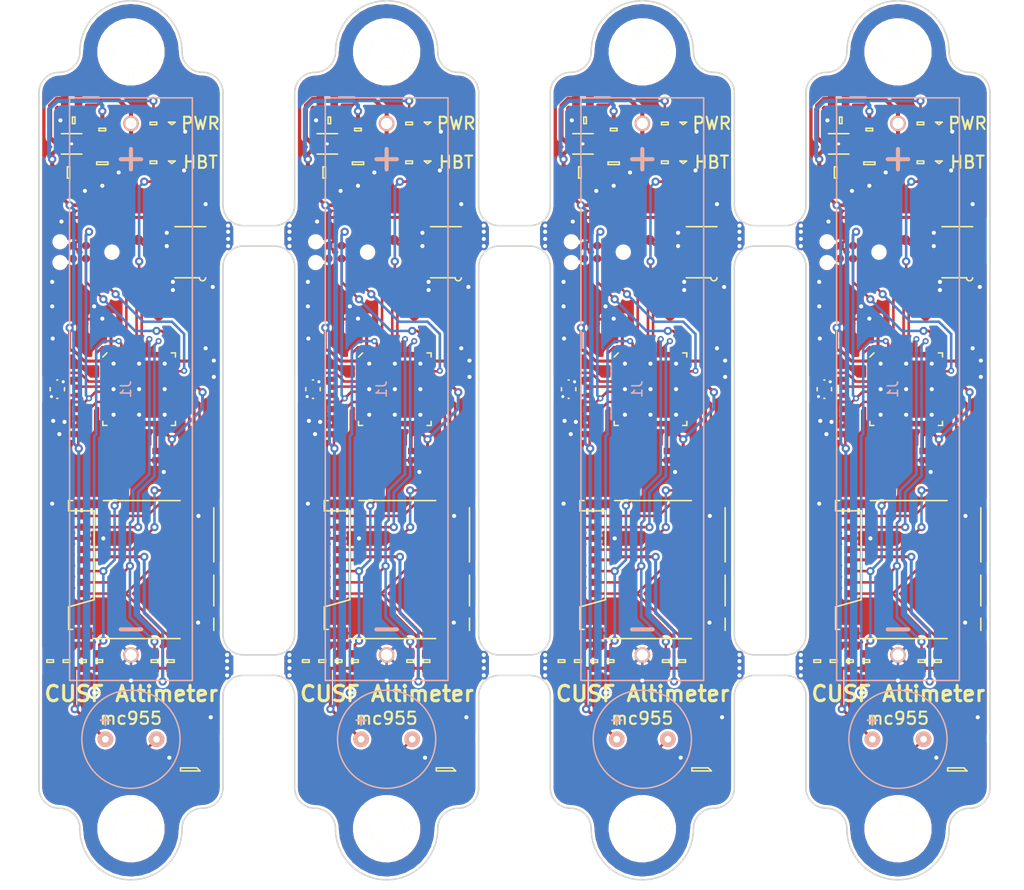
<source format=kicad_pcb>
(kicad_pcb (version 20170922) (host pcbnew no-vcs-found-835c19f~60~ubuntu16.04.1)
  (layers (0 F.Cu signal) (31 B.Cu signal) (34 B.Paste user) (35 F.Paste user) (36 B.SilkS user) (37 F.SilkS user) (38 B.Mask user) (39 F.Mask user) (44 Edge.Cuts user))
  (layers (0 F.Cu signal) (31 B.Cu signal) (34 B.Paste user) (35 F.Paste user) (36 B.SilkS user) (37 F.SilkS user) (38 B.Mask user) (39 F.Mask user) (44 Edge.Cuts user))
  (net 0 "")
  (net 1 GND)
  (net 2 3v3)
  (net 3 VBATT)
  (net 4 /~RST)
  (net 5 "Net-(C7-Pad2)")
  (net 6 "Net-(C8-Pad2)")
  (net 7 "Net-(C12-Pad2)")
  (net 8 "Net-(D1-Pad2)")
  (net 9 "Net-(D2-Pad2)")
  (net 10 "Net-(IC1-Pad6)")
  (net 11 /I2C1_SDA)
  (net 12 /I2C1_SCL)
  (net 13 "Net-(IC3-Pad2)")
  (net 14 "Net-(IC3-Pad3)")
  (net 15 "Net-(IC3-Pad4)")
  (net 16 "Net-(IC3-Pad6)")
  (net 17 "Net-(IC3-Pad10)")
  (net 18 "Net-(IC3-Pad11)")
  (net 19 "Net-(IC3-Pad12)")
  (net 20 "Net-(IC3-Pad13)")
  (net 21 "Net-(IC3-Pad14)")
  (net 22 "Net-(IC3-Pad15)")
  (net 23 /SDIO_CMD)
  (net 24 "Net-(IC3-Pad17)")
  (net 25 "Net-(IC3-Pad18)")
  (net 26 "Net-(IC3-Pad19)")
  (net 27 "Net-(IC3-Pad20)")
  (net 28 "Net-(IC3-Pad21)")
  (net 29 "Net-(IC3-Pad25)")
  (net 30 "Net-(IC3-Pad26)")
  (net 31 "Net-(IC3-Pad27)")
  (net 32 /SDIO_CK)
  (net 33 /SDIO_D1)
  (net 34 /SDIO_D2)
  (net 35 "Net-(IC3-Pad31)")
  (net 36 "Net-(IC3-Pad32)")
  (net 37 "Net-(IC3-Pad33)")
  (net 38 /SWDIO)
  (net 39 /SWCLK)
  (net 40 "Net-(IC3-Pad38)")
  (net 41 "Net-(IC3-Pad39)")
  (net 42 /SDIO_D0)
  (net 43 /SDIO_D3)
  (net 44 /STAT_HBT)
  (net 45 /BEEPER)
  (net 46 "Net-(IC2-Pad5)")
  (net 47 "Net-(LS1-Pad2)")
  (net 48 "Net-(P1-Pad6)")
  (net 49 "Net-(Q1-Pad1)")
  (net 50 "Net-(Q1-Pad3)")
  (net 51 "Net-(IC2-Pad3)")
  (net 52 "Net-(U1-Pad10)")
  (net 53 "Net-(U1-Pad11)")
  (module agg:0603-L (layer F.Cu) (at 100.7 91.6 90)
    (fp_text reference R1)
    (fp_text value 47k)
    (pad 1 smd rect (at -0.7 0 90) (size 0.75 0.9) (layers F.Cu F.Paste F.Mask) (net 2 3v3))
    (pad 2 smd rect (at 0.7 0 90) (size 0.75 0.9) (layers F.Cu F.Paste F.Mask) (net 42 /SDIO_D0))
  )
  (module agg:0603-L (layer F.Cu) (at 110.9 91.6 90)
    (fp_text reference R5)
    (fp_text value 47k)
    (pad 1 smd rect (at -0.7 0 90) (size 0.75 0.9) (layers F.Cu F.Paste F.Mask) (net 2 3v3))
    (pad 2 smd rect (at 0.7 0 90) (size 0.75 0.9) (layers F.Cu F.Paste F.Mask) (net 34 /SDIO_D2))
  )
  (module agg:0402 (layer F.Cu) (at 99.8 61.2 180)
    (fp_text reference C13)
    (fp_text value 100nF)
    (pad 2 smd rect (at 0.45 0 180) (size 0.62 0.62) (layers F.Cu F.Paste F.Mask) (net 1 GND))
    (pad 1 smd rect (at -0.45 0 180) (size 0.62 0.62) (layers F.Cu F.Paste F.Mask) (net 2 3v3))
  )
  (module agg:0603-LED (layer F.Cu) (at 111 42.8 90)
    (fp_text reference D2)
    (fp_text value LED)
    (pad 1 smd rect (at -0.8 0 90) (size 0.95 1) (layers F.Cu F.Paste F.Mask) (net 1 GND))
    (pad 2 smd rect (at 0.8 0 90) (size 0.95 1) (layers F.Cu F.Paste F.Mask) (net 9 "Net-(D2-Pad2)"))
  )
  (module agg:0603-L (layer F.Cu) (at 99.1 91.6 90)
    (fp_text reference R3)
    (fp_text value 47k)
    (pad 1 smd rect (at -0.7 0 90) (size 0.75 0.9) (layers F.Cu F.Paste F.Mask) (net 2 3v3))
    (pad 2 smd rect (at 0.7 0 90) (size 0.75 0.9) (layers F.Cu F.Paste F.Mask) (net 33 /SDIO_D1))
  )
  (module agg:0603-L (layer F.Cu) (at 101.4 38.7 180)
    (fp_text reference R9)
    (fp_text value 243k)
    (pad 1 smd rect (at -0.7 0 180) (size 0.75 0.9) (layers F.Cu F.Paste F.Mask) (net 51 "Net-(IC2-Pad3)"))
    (pad 2 smd rect (at 0.7 0 180) (size 0.75 0.9) (layers F.Cu F.Paste F.Mask) (net 1 GND))
  )
  (module agg:0402 (layer F.Cu) (at 101.8 67.4 270)
    (fp_text reference C6)
    (fp_text value 100nF)
    (pad 1 smd rect (at -0.45 0 270) (size 0.62 0.62) (layers F.Cu F.Paste F.Mask) (net 4 /~RST))
    (pad 2 smd rect (at 0.45 0 270) (size 0.62 0.62) (layers F.Cu F.Paste F.Mask) (net 1 GND))
  )
  (module agg:0402 (layer F.Cu) (at 111 71.5 270)
    (fp_text reference C15)
    (fp_text value 100nF)
    (pad 2 smd rect (at 0.45 0 270) (size 0.62 0.62) (layers F.Cu F.Paste F.Mask) (net 1 GND))
    (pad 1 smd rect (at -0.45 0 270) (size 0.62 0.62) (layers F.Cu F.Paste F.Mask) (net 2 3v3))
  )
  (module agg:TESTPAD (layer F.Cu) (at 105.7 46.4)
    (fp_text reference TP3 hide)
    (fp_text value TESTPAD hide)
    (pad 1 smd circle (at 0 0) (size 1 1) (layers F.Cu F.Mask) (net 1 GND))
  )
  (module agg:MS5611 (layer F.Cu) (at 112.8 51.6 180)
    (fp_text reference IC1)
    (fp_text value MS5611-01BA03)
    (pad 8 smd rect (at 1.1 -1.875 180) (size 1.1 0.6) (layers F.Cu F.Paste F.Mask) (net 12 /I2C1_SCL))
    (pad 7 smd rect (at 1.1 -0.625 180) (size 1.1 0.6) (layers F.Cu F.Paste F.Mask) (net 11 /I2C1_SDA))
    (pad 6 smd rect (at 1.1 0.625 180) (size 1.1 0.6) (layers F.Cu F.Paste F.Mask) (net 10 "Net-(IC1-Pad6)"))
    (pad 5 smd rect (at 1.1 1.875 180) (size 1.1 0.6) (layers F.Cu F.Paste F.Mask) (net 1 GND))
    (pad 4 smd rect (at -1.1 1.875 180) (size 1.1 0.6) (layers F.Cu F.Paste F.Mask) (net 1 GND))
    (pad 3 smd rect (at -1.1 0.625 180) (size 1.1 0.6) (layers F.Cu F.Paste F.Mask) (net 1 GND))
    (pad 2 smd rect (at -1.1 -0.625 180) (size 1.1 0.6) (layers F.Cu F.Paste F.Mask) (net 2 3v3))
    (pad 1 smd rect (at -1.1 -1.875 180) (size 1.1 0.6) (layers F.Cu F.Paste F.Mask) (net 2 3v3))
  )
  (module agg:0402 (layer F.Cu) (at 109.4 71.5 90)
    (fp_text reference C12)
    (fp_text value 4.7uF)
    (pad 2 smd rect (at 0.45 0 90) (size 0.62 0.62) (layers F.Cu F.Paste F.Mask) (net 7 "Net-(C12-Pad2)"))
    (pad 1 smd rect (at -0.45 0 90) (size 0.62 0.62) (layers F.Cu F.Paste F.Mask) (net 1 GND))
  )
  (module agg:TESTPAD (layer F.Cu) (at 103.7 46.4)
    (fp_text reference TP7 hide)
    (fp_text value TESTPAD hide)
    (pad 1 smd circle (at 0 0) (size 1 1) (layers F.Cu F.Mask) (net 2 3v3))
  )
  (module agg:0402 (layer F.Cu) (at 112.8 99.2 180)
    (fp_text reference R2)
    (fp_text value 100R)
    (pad 1 smd rect (at -0.45 0 180) (size 0.62 0.62) (layers F.Cu F.Paste F.Mask) (net 45 /BEEPER))
    (pad 2 smd rect (at 0.45 0 180) (size 0.62 0.62) (layers F.Cu F.Paste F.Mask) (net 49 "Net-(Q1-Pad1)"))
  )
  (module agg:M3_MOUNT (layer F.Cu) (at 107 32)
    (fp_text reference X1 hide)
    (fp_text value "M3 Hole" hide)
    (pad "" np_thru_hole circle (at 1.8 1.8) (size 0.6 0.6) (drill 0.6) (layers *.Cu *.Mask F.SilkS))
    (pad "" np_thru_hole circle (at -1.8 1.8) (size 0.6 0.6) (drill 0.6) (layers *.Cu *.Mask F.SilkS))
    (pad "" np_thru_hole circle (at 1.8 -1.8) (size 0.6 0.6) (drill 0.6) (layers *.Cu *.Mask F.SilkS))
    (pad "" np_thru_hole circle (at -1.8 -1.8) (size 0.6 0.6) (drill 0.6) (layers *.Cu *.Mask F.SilkS))
    (pad "" np_thru_hole circle (at -2.5 0) (size 0.6 0.6) (drill 0.6) (layers *.Cu *.Mask F.SilkS))
    (pad "" np_thru_hole circle (at 0 2.5) (size 0.6 0.6) (drill 0.6) (layers *.Cu *.Mask F.SilkS))
    (pad "" np_thru_hole circle (at 2.5 0) (size 0.6 0.6) (drill 0.6) (layers *.Cu *.Mask F.SilkS))
    (pad "" np_thru_hole circle (at 0 -2.5) (size 0.6 0.6) (drill 0.6) (layers *.Cu *.Mask F.SilkS))
    (pad "" np_thru_hole circle (at 0 0) (size 3.3 3.3) (drill 3.3) (layers *.Cu *.Mask F.SilkS) (clearance 1.65))
  )
  (module agg:0402 (layer F.Cu) (at 105 58.6 90)
    (fp_text reference C10)
    (fp_text value 4.7uF)
    (pad 1 smd rect (at -0.45 0 90) (size 0.62 0.62) (layers F.Cu F.Paste F.Mask) (net 2 3v3))
    (pad 2 smd rect (at 0.45 0 90) (size 0.62 0.62) (layers F.Cu F.Paste F.Mask) (net 1 GND))
  )
  (module agg:0402 (layer F.Cu) (at 103.4 58.6 90)
    (fp_text reference C11)
    (fp_text value 100nF)
    (pad 2 smd rect (at 0.45 0 90) (size 0.62 0.62) (layers F.Cu F.Paste F.Mask) (net 1 GND))
    (pad 1 smd rect (at -0.45 0 90) (size 0.62 0.62) (layers F.Cu F.Paste F.Mask) (net 2 3v3))
  )
  (module agg:0805 (layer F.Cu) (at 104.2 42.9 270)
    (fp_text reference C2)
    (fp_text value 10uF)
    (pad 1 smd rect (at -0.9 0 270) (size 1.15 1.45) (layers F.Cu F.Paste F.Mask) (net 3 VBATT))
    (pad 2 smd rect (at 0.9 0 270) (size 1.15 1.45) (layers F.Cu F.Paste F.Mask) (net 1 GND))
  )
  (module agg:0603-L (layer F.Cu) (at 109.2 39 270)
    (fp_text reference R13)
    (fp_text value 120R)
    (pad 1 smd rect (at -0.7 0 270) (size 0.75 0.9) (layers F.Cu F.Paste F.Mask) (net 2 3v3))
    (pad 2 smd rect (at 0.7 0 270) (size 0.75 0.9) (layers F.Cu F.Paste F.Mask) (net 8 "Net-(D1-Pad2)"))
  )
  (module agg:0603-L (layer F.Cu) (at 102.3 91.6 90)
    (fp_text reference C4)
    (fp_text value 100n)
    (pad 2 smd rect (at 0.7 0 90) (size 0.75 0.9) (layers F.Cu F.Paste F.Mask) (net 1 GND))
    (pad 1 smd rect (at -0.7 0 90) (size 0.75 0.9) (layers F.Cu F.Paste F.Mask) (net 2 3v3))
  )
  (module Library:KEYSTONE2460 (layer B.Cu) (at 107 65 90)
    (fp_text reference J1 (at 0 -0.5 90) (layer B.SilkS) (effects (justify mirror)))
    (fp_text value BATT)
    (pad 2 thru_hole circle (at -26 0 90) (size 1.524 1.524) (drill 1.1) (layers *.Cu *.Mask B.SilkS) (net 1 GND))
    (pad 1 thru_hole circle (at 26 0 90) (size 1.524 1.524) (drill 1.1) (layers *.Cu *.Mask B.SilkS) (net 3 VBATT))
  )
  (module agg:0402 (layer F.Cu) (at 102.6 48.2 180)
    (fp_text reference C9)
    (fp_text value 100nF)
    (pad 2 smd rect (at 0.45 0 180) (size 0.62 0.62) (layers F.Cu F.Paste F.Mask) (net 1 GND))
    (pad 1 smd rect (at -0.45 0 180) (size 0.62 0.62) (layers F.Cu F.Paste F.Mask) (net 2 3v3))
  )
  (module agg:TESTPAD (layer F.Cu) (at 107.7 50.4 180)
    (fp_text reference TP5 hide)
    (fp_text value TESTPAD hide)
    (pad 1 smd circle (at 0 0 180) (size 1 1) (layers F.Cu F.Mask) (net 11 /I2C1_SDA))
  )
  (module agg:0603-LED (layer F.Cu) (at 111 39 90)
    (fp_text reference D1)
    (fp_text value LED)
    (pad 2 smd rect (at 0.8 0 90) (size 0.95 1) (layers F.Cu F.Paste F.Mask) (net 8 "Net-(D1-Pad2)"))
    (pad 1 smd rect (at -0.8 0 90) (size 0.95 1) (layers F.Cu F.Paste F.Mask) (net 1 GND))
  )
  (module agg:M3_MOUNT (layer F.Cu) (at 107 108)
    (fp_text reference X2 hide)
    (fp_text value "M3 Hole" hide)
    (pad "" np_thru_hole circle (at 0 0) (size 3.3 3.3) (drill 3.3) (layers *.Cu *.Mask F.SilkS) (clearance 1.65))
    (pad "" np_thru_hole circle (at 0 -2.5) (size 0.6 0.6) (drill 0.6) (layers *.Cu *.Mask F.SilkS))
    (pad "" np_thru_hole circle (at 2.5 0) (size 0.6 0.6) (drill 0.6) (layers *.Cu *.Mask F.SilkS))
    (pad "" np_thru_hole circle (at 0 2.5) (size 0.6 0.6) (drill 0.6) (layers *.Cu *.Mask F.SilkS))
    (pad "" np_thru_hole circle (at -2.5 0) (size 0.6 0.6) (drill 0.6) (layers *.Cu *.Mask F.SilkS))
    (pad "" np_thru_hole circle (at -1.8 -1.8) (size 0.6 0.6) (drill 0.6) (layers *.Cu *.Mask F.SilkS))
    (pad "" np_thru_hole circle (at 1.8 -1.8) (size 0.6 0.6) (drill 0.6) (layers *.Cu *.Mask F.SilkS))
    (pad "" np_thru_hole circle (at -1.8 1.8) (size 0.6 0.6) (drill 0.6) (layers *.Cu *.Mask F.SilkS))
    (pad "" np_thru_hole circle (at 1.8 1.8) (size 0.6 0.6) (drill 0.6) (layers *.Cu *.Mask F.SilkS))
  )
  (module agg:TC2030-NL (layer F.Cu) (at 102.6 51.6 180)
    (fp_text reference P1)
    (fp_text value SWD_TC)
    (pad "" np_thru_hole circle (at 2.54 -1.011 180) (size 1 1) (drill 1) (layers *.Cu *.Mask F.SilkS))
    (pad "" np_thru_hole circle (at 2.54 1.021 180) (size 1 1) (drill 1) (layers *.Cu *.Mask F.SilkS))
    (pad "" np_thru_hole circle (at -2.54 0.005 180) (size 1 1) (drill 1) (layers *.Cu *.Mask F.SilkS))
    (pad 6 smd circle (at 1.27 -0.63 180) (size 0.787 0.787) (layers F.Cu F.Mask) (net 48 "Net-(P1-Pad6)"))
    (pad 5 smd circle (at 1.27 0.64 180) (size 0.787 0.787) (layers F.Cu F.Mask) (net 1 GND))
    (pad 4 smd circle (at 0 -0.63 180) (size 0.787 0.787) (layers F.Cu F.Mask) (net 39 /SWCLK))
    (pad 3 smd circle (at 0 0.64 180) (size 0.787 0.787) (layers F.Cu F.Mask) (net 4 /~RST))
    (pad 2 smd circle (at -1.27 -0.63 180) (size 0.787 0.787) (layers F.Cu F.Mask) (net 38 /SWDIO))
    (pad 1 smd circle (at -1.27 0.64 180) (size 0.787 0.787) (layers F.Cu F.Mask) (net 2 3v3))
  )
  (module Library:AI-1027-TWT-3V-R (layer B.Cu) (at 107 99.25 270)
    (fp_text reference LS1)
    (fp_text value SOUNDER)
    (pad 2 thru_hole circle (at 0 -2.5 270) (size 1.524 1.524) (drill 0.65) (layers *.Cu *.Mask B.SilkS) (net 47 "Net-(LS1-Pad2)"))
    (pad 1 thru_hole circle (at 0 2.5 270) (size 1.524 1.524) (drill 0.65) (layers *.Cu *.Mask B.SilkS) (net 2 3v3))
  )
  (module agg:SOT-23 (layer F.Cu) (at 112.8 102.2 270)
    (fp_text reference Q1)
    (fp_text value NFET)
    (pad 3 smd rect (at 1.15 0 270) (size 1 0.6) (layers F.Cu F.Paste F.Mask) (net 50 "Net-(Q1-Pad3)"))
    (pad 2 smd rect (at -1.15 0.95 270) (size 1 0.6) (layers F.Cu F.Paste F.Mask) (net 1 GND))
    (pad 1 smd rect (at -1.15 -0.95 270) (size 1 0.6) (layers F.Cu F.Paste F.Mask) (net 49 "Net-(Q1-Pad1)"))
  )
  (module agg:0402 (layer F.Cu) (at 109.3 50.4 270)
    (fp_text reference R12)
    (fp_text value 10k)
    (pad 2 smd rect (at 0.45 0 270) (size 0.62 0.62) (layers F.Cu F.Paste F.Mask) (net 11 /I2C1_SDA))
    (pad 1 smd rect (at -0.45 0 270) (size 0.62 0.62) (layers F.Cu F.Paste F.Mask) (net 2 3v3))
  )
  (module agg:0402-L (layer F.Cu) (at 101.8 65.2 90)
    (fp_text reference R15)
    (fp_text value 100R)
    (pad 2 smd rect (at 0.4 0 90) (size 0.52 0.52) (layers F.Cu F.Paste F.Mask) (net 16 "Net-(IC3-Pad6)"))
    (pad 1 smd rect (at -0.4 0 90) (size 0.52 0.52) (layers F.Cu F.Paste F.Mask) (net 6 "Net-(C8-Pad2)"))
  )
  (module agg:0402 (layer F.Cu) (at 112.8 55.4 180)
    (fp_text reference C1)
    (fp_text value 100nF)
    (pad 1 smd rect (at -0.45 0 180) (size 0.62 0.62) (layers F.Cu F.Paste F.Mask) (net 2 3v3))
    (pad 2 smd rect (at 0.45 0 180) (size 0.62 0.62) (layers F.Cu F.Paste F.Mask) (net 1 GND))
  )
  (module Library:LFCSP-2x2 (layer F.Cu) (at 101.2 41 180)
    (fp_text reference IC2)
    (fp_text value ADP1607)
    (pad 6 smd rect (at 0.9 -0.65 180) (size 0.5 0.4) (layers F.Cu F.Paste F.Mask) (net 2 3v3))
    (pad 5 smd rect (at 0.9 0 180) (size 0.5 0.4) (layers F.Cu F.Paste F.Mask) (net 46 "Net-(IC2-Pad5)"))
    (pad 4 smd rect (at 0.9 0.65 180) (size 0.5 0.4) (layers F.Cu F.Paste F.Mask) (net 1 GND))
    (pad 3 smd rect (at -0.9 0.65 180) (size 0.5 0.4) (layers F.Cu F.Paste F.Mask) (net 51 "Net-(IC2-Pad3)"))
    (pad 2 smd rect (at -0.9 0 180) (size 0.5 0.4) (layers F.Cu F.Paste F.Mask) (net 3 VBATT))
    (pad 1 smd rect (at -0.9 -0.65 180) (size 0.5 0.4) (layers F.Cu F.Paste F.Mask) (net 3 VBATT))
    (pad 7 smd rect (at 0 0 180) (size 1 1.6) (layers F.Cu F.Paste F.Mask) (net 1 GND))
  )
  (module agg:0402 (layer F.Cu) (at 109.6 56.2 180)
    (fp_text reference R10)
    (fp_text value 10k)
    (pad 2 smd rect (at 0.45 0 180) (size 0.62 0.62) (layers F.Cu F.Paste F.Mask) (net 12 /I2C1_SCL))
    (pad 1 smd rect (at -0.45 0 180) (size 0.62 0.62) (layers F.Cu F.Paste F.Mask) (net 2 3v3))
  )
  (module agg:0402-L (layer F.Cu) (at 99.8 62.8 180)
    (fp_text reference C7)
    (fp_text value 8pF)
    (pad 1 smd rect (at -0.4 0 180) (size 0.52 0.52) (layers F.Cu F.Paste F.Mask) (net 1 GND))
    (pad 2 smd rect (at 0.4 0 180) (size 0.52 0.52) (layers F.Cu F.Paste F.Mask) (net 5 "Net-(C7-Pad2)"))
  )
  (module agg:QFN-48-EP-ST (layer F.Cu) (at 107.8 65)
    (fp_text reference IC3)
    (fp_text value STM32F411CxUx)
    (pad EP smd rect (at 0 0) (size 5.6 5.6) (layers F.Cu) (net 1 GND))
    (pad EP thru_hole circle (at 2.5 2.5) (size 0.6 0.6) (drill 0.4) (layers *.Cu) (net 1 GND))
    (pad EP thru_hole circle (at 2.5 0) (size 0.6 0.6) (drill 0.4) (layers *.Cu) (net 1 GND))
    (pad EP thru_hole circle (at 2.5 -2.5) (size 0.6 0.6) (drill 0.4) (layers *.Cu) (net 1 GND))
    (pad EP thru_hole circle (at 0 2.5) (size 0.6 0.6) (drill 0.4) (layers *.Cu) (net 1 GND))
    (pad EP thru_hole circle (at 0 0) (size 0.6 0.6) (drill 0.4) (layers *.Cu) (net 1 GND))
    (pad EP thru_hole circle (at 0 -2.5) (size 0.6 0.6) (drill 0.4) (layers *.Cu) (net 1 GND))
    (pad EP thru_hole circle (at -2.5 2.5) (size 0.6 0.6) (drill 0.4) (layers *.Cu) (net 1 GND))
    (pad EP thru_hole circle (at -2.5 0) (size 0.6 0.6) (drill 0.4) (layers *.Cu) (net 1 GND))
    (pad EP thru_hole circle (at -2.5 -2.5) (size 0.6 0.6) (drill 0.4) (layers *.Cu) (net 1 GND))
    (pad 48 smd rect (at -2.75 -3.375) (size 0.3 0.55) (layers F.Cu F.Paste F.Mask) (net 2 3v3))
    (pad 47 smd rect (at -2.25 -3.375) (size 0.3 0.55) (layers F.Cu F.Paste F.Mask) (net 1 GND))
    (pad 46 smd rect (at -1.75 -3.375) (size 0.3 0.55) (layers F.Cu F.Paste F.Mask) (net 45 /BEEPER))
    (pad 45 smd rect (at -1.25 -3.375) (size 0.3 0.55) (layers F.Cu F.Paste F.Mask) (net 44 /STAT_HBT))
    (pad 44 smd rect (at -0.75 -3.375) (size 0.3 0.55) (layers F.Cu F.Paste F.Mask) (net 1 GND))
    (pad 43 smd rect (at -0.25 -3.375) (size 0.3 0.55) (layers F.Cu F.Paste F.Mask) (net 11 /I2C1_SDA))
    (pad 42 smd rect (at 0.25 -3.375) (size 0.3 0.55) (layers F.Cu F.Paste F.Mask) (net 12 /I2C1_SCL))
    (pad 41 smd rect (at 0.75 -3.375) (size 0.3 0.55) (layers F.Cu F.Paste F.Mask) (net 43 /SDIO_D3))
    (pad 40 smd rect (at 1.25 -3.375) (size 0.3 0.55) (layers F.Cu F.Paste F.Mask) (net 42 /SDIO_D0))
    (pad 39 smd rect (at 1.75 -3.375) (size 0.3 0.55) (layers F.Cu F.Paste F.Mask) (net 41 "Net-(IC3-Pad39)"))
    (pad 38 smd rect (at 2.25 -3.375) (size 0.3 0.55) (layers F.Cu F.Paste F.Mask) (net 40 "Net-(IC3-Pad38)"))
    (pad 37 smd rect (at 2.75 -3.375) (size 0.3 0.55) (layers F.Cu F.Paste F.Mask) (net 39 /SWCLK))
    (pad 36 smd rect (at 3.375 -2.75) (size 0.55 0.3) (layers F.Cu F.Paste F.Mask) (net 2 3v3))
    (pad 35 smd rect (at 3.375 -2.25) (size 0.55 0.3) (layers F.Cu F.Paste F.Mask) (net 1 GND))
    (pad 34 smd rect (at 3.375 -1.75) (size 0.55 0.3) (layers F.Cu F.Paste F.Mask) (net 38 /SWDIO))
    (pad 33 smd rect (at 3.375 -1.25) (size 0.55 0.3) (layers F.Cu F.Paste F.Mask) (net 37 "Net-(IC3-Pad33)"))
    (pad 32 smd rect (at 3.375 -0.75) (size 0.55 0.3) (layers F.Cu F.Paste F.Mask) (net 36 "Net-(IC3-Pad32)"))
    (pad 31 smd rect (at 3.375 -0.25) (size 0.55 0.3) (layers F.Cu F.Paste F.Mask) (net 35 "Net-(IC3-Pad31)"))
    (pad 30 smd rect (at 3.375 0.25) (size 0.55 0.3) (layers F.Cu F.Paste F.Mask) (net 34 /SDIO_D2))
    (pad 29 smd rect (at 3.375 0.75) (size 0.55 0.3) (layers F.Cu F.Paste F.Mask) (net 33 /SDIO_D1))
    (pad 28 smd rect (at 3.375 1.25) (size 0.55 0.3) (layers F.Cu F.Paste F.Mask) (net 32 /SDIO_CK))
    (pad 27 smd rect (at 3.375 1.75) (size 0.55 0.3) (layers F.Cu F.Paste F.Mask) (net 31 "Net-(IC3-Pad27)"))
    (pad 26 smd rect (at 3.375 2.25) (size 0.55 0.3) (layers F.Cu F.Paste F.Mask) (net 30 "Net-(IC3-Pad26)"))
    (pad 25 smd rect (at 3.375 2.75) (size 0.55 0.3) (layers F.Cu F.Paste F.Mask) (net 29 "Net-(IC3-Pad25)"))
    (pad 24 smd rect (at 2.75 3.375) (size 0.3 0.55) (layers F.Cu F.Paste F.Mask) (net 2 3v3))
    (pad 23 smd rect (at 2.25 3.375) (size 0.3 0.55) (layers F.Cu F.Paste F.Mask) (net 1 GND))
    (pad 22 smd rect (at 1.75 3.375) (size 0.3 0.55) (layers F.Cu F.Paste F.Mask) (net 7 "Net-(C12-Pad2)"))
    (pad 21 smd rect (at 1.25 3.375) (size 0.3 0.55) (layers F.Cu F.Paste F.Mask) (net 28 "Net-(IC3-Pad21)"))
    (pad 20 smd rect (at 0.75 3.375) (size 0.3 0.55) (layers F.Cu F.Paste F.Mask) (net 27 "Net-(IC3-Pad20)"))
    (pad 19 smd rect (at 0.25 3.375) (size 0.3 0.55) (layers F.Cu F.Paste F.Mask) (net 26 "Net-(IC3-Pad19)"))
    (pad 18 smd rect (at -0.25 3.375) (size 0.3 0.55) (layers F.Cu F.Paste F.Mask) (net 25 "Net-(IC3-Pad18)"))
    (pad 17 smd rect (at -0.75 3.375) (size 0.3 0.55) (layers F.Cu F.Paste F.Mask) (net 24 "Net-(IC3-Pad17)"))
    (pad 16 smd rect (at -1.25 3.375) (size 0.3 0.55) (layers F.Cu F.Paste F.Mask) (net 23 /SDIO_CMD))
    (pad 15 smd rect (at -1.75 3.375) (size 0.3 0.55) (layers F.Cu F.Paste F.Mask) (net 22 "Net-(IC3-Pad15)"))
    (pad 14 smd rect (at -2.25 3.375) (size 0.3 0.55) (layers F.Cu F.Paste F.Mask) (net 21 "Net-(IC3-Pad14)"))
    (pad 13 smd rect (at -2.75 3.375) (size 0.3 0.55) (layers F.Cu F.Paste F.Mask) (net 20 "Net-(IC3-Pad13)"))
    (pad 12 smd rect (at -3.375 2.75) (size 0.55 0.3) (layers F.Cu F.Paste F.Mask) (net 19 "Net-(IC3-Pad12)"))
    (pad 11 smd rect (at -3.375 2.25) (size 0.55 0.3) (layers F.Cu F.Paste F.Mask) (net 18 "Net-(IC3-Pad11)"))
    (pad 10 smd rect (at -3.375 1.75) (size 0.55 0.3) (layers F.Cu F.Paste F.Mask) (net 17 "Net-(IC3-Pad10)"))
    (pad 9 smd rect (at -3.375 1.25) (size 0.55 0.3) (layers F.Cu F.Paste F.Mask) (net 2 3v3))
    (pad 8 smd rect (at -3.375 0.75) (size 0.55 0.3) (layers F.Cu F.Paste F.Mask) (net 1 GND))
    (pad 7 smd rect (at -3.375 0.25) (size 0.55 0.3) (layers F.Cu F.Paste F.Mask) (net 4 /~RST))
    (pad 6 smd rect (at -3.375 -0.25) (size 0.55 0.3) (layers F.Cu F.Paste F.Mask) (net 16 "Net-(IC3-Pad6)"))
    (pad 5 smd rect (at -3.375 -0.75) (size 0.55 0.3) (layers F.Cu F.Paste F.Mask) (net 5 "Net-(C7-Pad2)"))
    (pad 4 smd rect (at -3.375 -1.25) (size 0.55 0.3) (layers F.Cu F.Paste F.Mask) (net 15 "Net-(IC3-Pad4)"))
    (pad 3 smd rect (at -3.375 -1.75) (size 0.55 0.3) (layers F.Cu F.Paste F.Mask) (net 14 "Net-(IC3-Pad3)"))
    (pad 2 smd rect (at -3.375 -2.25) (size 0.55 0.3) (layers F.Cu F.Paste F.Mask) (net 13 "Net-(IC3-Pad2)"))
    (pad 1 smd rect (at -3.375 -2.75) (size 0.55 0.3) (layers F.Cu F.Paste F.Mask) (net 2 3v3))
  )
  (module agg:XTAL-20x16 (layer F.Cu) (at 99.8 65)
    (fp_text reference Y1)
    (fp_text value 26MHz)
    (pad 4 smd rect (at 0.575 -0.725 270) (size 0.95 0.85) (layers F.Cu F.Paste F.Mask) (net 1 GND))
    (pad 3 smd rect (at 0.575 0.725 270) (size 0.95 0.85) (layers F.Cu F.Paste F.Mask) (net 6 "Net-(C8-Pad2)"))
    (pad 2 smd rect (at -0.575 0.725 270) (size 0.95 0.85) (layers F.Cu F.Paste F.Mask) (net 1 GND))
    (pad 1 smd rect (at -0.575 -0.725 270) (size 0.95 0.85) (layers F.Cu F.Paste F.Mask) (net 5 "Net-(C7-Pad2)"))
  )
  (module agg:0603-L (layer F.Cu) (at 109.3 91.6 90)
    (fp_text reference R7)
    (fp_text value 47k)
    (pad 2 smd rect (at 0.7 0 90) (size 0.75 0.9) (layers F.Cu F.Paste F.Mask) (net 43 /SDIO_D3))
    (pad 1 smd rect (at -0.7 0 90) (size 0.75 0.9) (layers F.Cu F.Paste F.Mask) (net 2 3v3))
  )
  (module agg:0402 (layer F.Cu) (at 106.2 101.4 270)
    (fp_text reference R6)
    (fp_text value 100R)
    (pad 2 smd rect (at 0.45 0 270) (size 0.62 0.62) (layers F.Cu F.Paste F.Mask) (net 50 "Net-(Q1-Pad3)"))
    (pad 1 smd rect (at -0.45 0 270) (size 0.62 0.62) (layers F.Cu F.Paste F.Mask) (net 47 "Net-(LS1-Pad2)"))
  )
  (module agg:0603-L (layer F.Cu) (at 103.9 91.6 90)
    (fp_text reference R8)
    (fp_text value 47k)
    (pad 2 smd rect (at 0.7 0 90) (size 0.75 0.9) (layers F.Cu F.Paste F.Mask) (net 23 /SDIO_CMD))
    (pad 1 smd rect (at -0.7 0 90) (size 0.75 0.9) (layers F.Cu F.Paste F.Mask) (net 2 3v3))
  )
  (module agg:0402 (layer F.Cu) (at 107.8 101.4 270)
    (fp_text reference R4)
    (fp_text value 100R)
    (pad 2 smd rect (at 0.45 0 270) (size 0.62 0.62) (layers F.Cu F.Paste F.Mask) (net 50 "Net-(Q1-Pad3)"))
    (pad 1 smd rect (at -0.45 0 270) (size 0.62 0.62) (layers F.Cu F.Paste F.Mask) (net 47 "Net-(LS1-Pad2)"))
  )
  (module agg:0603-L (layer F.Cu) (at 104.2 39.6 90)
    (fp_text reference R11)
    (fp_text value 330k)
    (pad 2 smd rect (at 0.7 0 90) (size 0.75 0.9) (layers F.Cu F.Paste F.Mask) (net 2 3v3))
    (pad 1 smd rect (at -0.7 0 90) (size 0.75 0.9) (layers F.Cu F.Paste F.Mask) (net 51 "Net-(IC2-Pad3)"))
  )
  (module agg:0402-L (layer F.Cu) (at 99.8 67.2)
    (fp_text reference C8)
    (fp_text value 8pF)
    (pad 2 smd rect (at 0.4 0) (size 0.52 0.52) (layers F.Cu F.Paste F.Mask) (net 6 "Net-(C8-Pad2)"))
    (pad 1 smd rect (at -0.4 0) (size 0.52 0.52) (layers F.Cu F.Paste F.Mask) (net 1 GND))
  )
  (module Library:VLF252012MT (layer F.Cu) (at 101.2 36.6 180)
    (fp_text reference L1)
    (fp_text value 2.2uH)
    (pad 2 smd rect (at 0.675 0 180) (size 0.75 1.3) (layers F.Cu F.Paste F.Mask) (net 46 "Net-(IC2-Pad5)"))
    (pad 1 smd rect (at -0.675 0 180) (size 0.75 1.3) (layers F.Cu F.Paste F.Mask) (net 3 VBATT))
  )
  (module agg:MICROSD_MOLEX_503398-1892 (layer F.Cu) (at 105 82.6 90)
    (fp_text reference U1)
    (fp_text value MICROSD)
    (pad 11 smd rect (at 0.075 9.84 90) (size 1.05 0.78) (layers F.Cu F.Paste F.Mask) (net 53 "Net-(U1-Pad11)"))
    (pad 10 smd rect (at -4.19 9.765 90) (size 0.9 0.93) (layers F.Cu F.Paste F.Mask) (net 52 "Net-(U1-Pad10)"))
    (pad 9 smd rect (at -6.5 8.565 90) (size 0.7 3.33) (layers F.Cu F.Paste F.Mask) (net 1 GND))
    (pad 9 smd rect (at 6.46 8.565 90) (size 0.7 3.33) (layers F.Cu F.Paste F.Mask) (net 1 GND))
    (pad 9 smd rect (at 6.38 -2.2 90) (size 0.86 2.8) (layers F.Cu F.Paste F.Mask) (net 1 GND))
    (pad 9 smd rect (at -6.28 -2.685 90) (size 1.14 1.83) (layers F.Cu F.Paste F.Mask) (net 1 GND))
    (pad 8 smd rect (at 5.2 -2.7 90) (size 0.7 1.1) (layers F.Cu F.Paste F.Mask) (net 33 /SDIO_D1))
    (pad 7 smd rect (at 4.1 -2.7 90) (size 0.7 1.1) (layers F.Cu F.Paste F.Mask) (net 42 /SDIO_D0))
    (pad 6 smd rect (at 3 -2.7 90) (size 0.7 1.1) (layers F.Cu F.Paste F.Mask) (net 1 GND))
    (pad 5 smd rect (at 1.9 -2.7 90) (size 0.7 1.1) (layers F.Cu F.Paste F.Mask) (net 32 /SDIO_CK))
    (pad 4 smd rect (at 0.9 -2.7 90) (size 0.7 1.1) (layers F.Cu F.Paste F.Mask) (net 2 3v3))
    (pad 3 smd rect (at -0.2 -2.7 90) (size 0.7 1.1) (layers F.Cu F.Paste F.Mask) (net 23 /SDIO_CMD))
    (pad 2 smd rect (at -1.3 -2.7 90) (size 0.7 1.1) (layers F.Cu F.Paste F.Mask) (net 43 /SDIO_D3))
    (pad 1 smd rect (at -2.4 -2.7 90) (size 0.7 1.1) (layers F.Cu F.Paste F.Mask) (net 34 /SDIO_D2))
  )
  (module agg:0805 (layer F.Cu) (at 100.9 43.8)
    (fp_text reference C3)
    (fp_text value 10uF)
    (pad 2 smd rect (at 0.9 0) (size 1.15 1.45) (layers F.Cu F.Paste F.Mask) (net 1 GND))
    (pad 1 smd rect (at -0.9 0) (size 1.15 1.45) (layers F.Cu F.Paste F.Mask) (net 2 3v3))
  )
  (module agg:0402 (layer F.Cu) (at 100.9 45.6)
    (fp_text reference C5)
    (fp_text value 100nF)
    (pad 1 smd rect (at -0.45 0) (size 0.62 0.62) (layers F.Cu F.Paste F.Mask) (net 2 3v3))
    (pad 2 smd rect (at 0.45 0) (size 0.62 0.62) (layers F.Cu F.Paste F.Mask) (net 1 GND))
  )
  (module agg:0402 (layer F.Cu) (at 101.4 69.4 180)
    (fp_text reference C16)
    (fp_text value 100nF)
    (pad 1 smd rect (at -0.45 0 180) (size 0.62 0.62) (layers F.Cu F.Paste F.Mask) (net 2 3v3))
    (pad 2 smd rect (at 0.45 0 180) (size 0.62 0.62) (layers F.Cu F.Paste F.Mask) (net 1 GND))
  )
  (module agg:TESTPAD (layer F.Cu) (at 109.7 57.8 180)
    (fp_text reference TP6 hide)
    (fp_text value TESTPAD hide)
    (pad 1 smd circle (at 0 0 180) (size 1 1) (layers F.Cu F.Mask) (net 12 /I2C1_SCL))
  )
  (module agg:0402 (layer F.Cu) (at 113.8 62.2)
    (fp_text reference C14)
    (fp_text value 100nF)
    (pad 1 smd rect (at -0.45 0) (size 0.62 0.62) (layers F.Cu F.Paste F.Mask) (net 2 3v3))
    (pad 2 smd rect (at 0.45 0) (size 0.62 0.62) (layers F.Cu F.Paste F.Mask) (net 1 GND))
  )
  (module agg:TESTPAD (layer F.Cu) (at 114.8 99.2)
    (fp_text reference TP1 hide)
    (fp_text value TESTPAD hide)
    (pad 1 smd circle (at 0 0) (size 1 1) (layers F.Cu F.Mask) (net 45 /BEEPER))
  )
  (module agg:TESTPAD (layer F.Cu) (at 107 43.2)
    (fp_text reference TP2 hide)
    (fp_text value TESTPAD hide)
    (pad 1 smd circle (at 0 0) (size 1 1) (layers F.Cu F.Mask) (net 3 VBATT))
  )
  (module agg:0402 (layer F.Cu) (at 113.8 63.8)
    (fp_text reference C17)
    (fp_text value 1uF)
    (pad 1 smd rect (at -0.45 0) (size 0.62 0.62) (layers F.Cu F.Paste F.Mask) (net 2 3v3))
    (pad 2 smd rect (at 0.45 0) (size 0.62 0.62) (layers F.Cu F.Paste F.Mask) (net 1 GND))
  )
  (module agg:0603-L (layer F.Cu) (at 109.2 42.8 90)
    (fp_text reference R14)
    (fp_text value 120R)
    (pad 2 smd rect (at 0.7 0 90) (size 0.75 0.9) (layers F.Cu F.Paste F.Mask) (net 9 "Net-(D2-Pad2)"))
    (pad 1 smd rect (at -0.7 0 90) (size 0.75 0.9) (layers F.Cu F.Paste F.Mask) (net 44 /STAT_HBT))
  )
  (module agg:0603-L (layer F.Cu) (at 75.7 91.6 90)
    (fp_text reference R1)
    (fp_text value 47k)
    (pad 2 smd rect (at 0.7 0 90) (size 0.75 0.9) (layers F.Cu F.Paste F.Mask) (net 42 /SDIO_D0))
    (pad 1 smd rect (at -0.7 0 90) (size 0.75 0.9) (layers F.Cu F.Paste F.Mask) (net 2 3v3))
  )
  (module agg:0603-L (layer F.Cu) (at 85.9 91.6 90)
    (fp_text reference R5)
    (fp_text value 47k)
    (pad 2 smd rect (at 0.7 0 90) (size 0.75 0.9) (layers F.Cu F.Paste F.Mask) (net 34 /SDIO_D2))
    (pad 1 smd rect (at -0.7 0 90) (size 0.75 0.9) (layers F.Cu F.Paste F.Mask) (net 2 3v3))
  )
  (module agg:0402 (layer F.Cu) (at 74.8 61.2 180)
    (fp_text reference C13)
    (fp_text value 100nF)
    (pad 1 smd rect (at -0.45 0 180) (size 0.62 0.62) (layers F.Cu F.Paste F.Mask) (net 2 3v3))
    (pad 2 smd rect (at 0.45 0 180) (size 0.62 0.62) (layers F.Cu F.Paste F.Mask) (net 1 GND))
  )
  (module agg:0603-LED (layer F.Cu) (at 86 42.8 90)
    (fp_text reference D2)
    (fp_text value LED)
    (pad 2 smd rect (at 0.8 0 90) (size 0.95 1) (layers F.Cu F.Paste F.Mask) (net 9 "Net-(D2-Pad2)"))
    (pad 1 smd rect (at -0.8 0 90) (size 0.95 1) (layers F.Cu F.Paste F.Mask) (net 1 GND))
  )
  (module agg:0603-L (layer F.Cu) (at 74.1 91.6 90)
    (fp_text reference R3)
    (fp_text value 47k)
    (pad 2 smd rect (at 0.7 0 90) (size 0.75 0.9) (layers F.Cu F.Paste F.Mask) (net 33 /SDIO_D1))
    (pad 1 smd rect (at -0.7 0 90) (size 0.75 0.9) (layers F.Cu F.Paste F.Mask) (net 2 3v3))
  )
  (module agg:0603-L (layer F.Cu) (at 76.4 38.7 180)
    (fp_text reference R9)
    (fp_text value 243k)
    (pad 2 smd rect (at 0.7 0 180) (size 0.75 0.9) (layers F.Cu F.Paste F.Mask) (net 1 GND))
    (pad 1 smd rect (at -0.7 0 180) (size 0.75 0.9) (layers F.Cu F.Paste F.Mask) (net 51 "Net-(IC2-Pad3)"))
  )
  (module agg:0402 (layer F.Cu) (at 76.8 67.4 270)
    (fp_text reference C6)
    (fp_text value 100nF)
    (pad 2 smd rect (at 0.45 0 270) (size 0.62 0.62) (layers F.Cu F.Paste F.Mask) (net 1 GND))
    (pad 1 smd rect (at -0.45 0 270) (size 0.62 0.62) (layers F.Cu F.Paste F.Mask) (net 4 /~RST))
  )
  (module agg:0402 (layer F.Cu) (at 86 71.5 270)
    (fp_text reference C15)
    (fp_text value 100nF)
    (pad 1 smd rect (at -0.45 0 270) (size 0.62 0.62) (layers F.Cu F.Paste F.Mask) (net 2 3v3))
    (pad 2 smd rect (at 0.45 0 270) (size 0.62 0.62) (layers F.Cu F.Paste F.Mask) (net 1 GND))
  )
  (module agg:TESTPAD (layer F.Cu) (at 80.7 46.4)
    (fp_text reference TP3 hide)
    (fp_text value TESTPAD hide)
    (pad 1 smd circle (at 0 0) (size 1 1) (layers F.Cu F.Mask) (net 1 GND))
  )
  (module agg:MS5611 (layer F.Cu) (at 87.8 51.6 180)
    (fp_text reference IC1)
    (fp_text value MS5611-01BA03)
    (pad 1 smd rect (at -1.1 -1.875 180) (size 1.1 0.6) (layers F.Cu F.Paste F.Mask) (net 2 3v3))
    (pad 2 smd rect (at -1.1 -0.625 180) (size 1.1 0.6) (layers F.Cu F.Paste F.Mask) (net 2 3v3))
    (pad 3 smd rect (at -1.1 0.625 180) (size 1.1 0.6) (layers F.Cu F.Paste F.Mask) (net 1 GND))
    (pad 4 smd rect (at -1.1 1.875 180) (size 1.1 0.6) (layers F.Cu F.Paste F.Mask) (net 1 GND))
    (pad 5 smd rect (at 1.1 1.875 180) (size 1.1 0.6) (layers F.Cu F.Paste F.Mask) (net 1 GND))
    (pad 6 smd rect (at 1.1 0.625 180) (size 1.1 0.6) (layers F.Cu F.Paste F.Mask) (net 10 "Net-(IC1-Pad6)"))
    (pad 7 smd rect (at 1.1 -0.625 180) (size 1.1 0.6) (layers F.Cu F.Paste F.Mask) (net 11 /I2C1_SDA))
    (pad 8 smd rect (at 1.1 -1.875 180) (size 1.1 0.6) (layers F.Cu F.Paste F.Mask) (net 12 /I2C1_SCL))
  )
  (module agg:0402 (layer F.Cu) (at 84.4 71.5 90)
    (fp_text reference C12)
    (fp_text value 4.7uF)
    (pad 1 smd rect (at -0.45 0 90) (size 0.62 0.62) (layers F.Cu F.Paste F.Mask) (net 1 GND))
    (pad 2 smd rect (at 0.45 0 90) (size 0.62 0.62) (layers F.Cu F.Paste F.Mask) (net 7 "Net-(C12-Pad2)"))
  )
  (module agg:TESTPAD (layer F.Cu) (at 78.7 46.4)
    (fp_text reference TP7 hide)
    (fp_text value TESTPAD hide)
    (pad 1 smd circle (at 0 0) (size 1 1) (layers F.Cu F.Mask) (net 2 3v3))
  )
  (module agg:0402 (layer F.Cu) (at 87.8 99.2 180)
    (fp_text reference R2)
    (fp_text value 100R)
    (pad 2 smd rect (at 0.45 0 180) (size 0.62 0.62) (layers F.Cu F.Paste F.Mask) (net 49 "Net-(Q1-Pad1)"))
    (pad 1 smd rect (at -0.45 0 180) (size 0.62 0.62) (layers F.Cu F.Paste F.Mask) (net 45 /BEEPER))
  )
  (module agg:M3_MOUNT (layer F.Cu) (at 82 32)
    (fp_text reference X1 hide)
    (fp_text value "M3 Hole" hide)
    (pad "" np_thru_hole circle (at 0 0) (size 3.3 3.3) (drill 3.3) (layers *.Cu *.Mask F.SilkS) (clearance 1.65))
    (pad "" np_thru_hole circle (at 0 -2.5) (size 0.6 0.6) (drill 0.6) (layers *.Cu *.Mask F.SilkS))
    (pad "" np_thru_hole circle (at 2.5 0) (size 0.6 0.6) (drill 0.6) (layers *.Cu *.Mask F.SilkS))
    (pad "" np_thru_hole circle (at 0 2.5) (size 0.6 0.6) (drill 0.6) (layers *.Cu *.Mask F.SilkS))
    (pad "" np_thru_hole circle (at -2.5 0) (size 0.6 0.6) (drill 0.6) (layers *.Cu *.Mask F.SilkS))
    (pad "" np_thru_hole circle (at -1.8 -1.8) (size 0.6 0.6) (drill 0.6) (layers *.Cu *.Mask F.SilkS))
    (pad "" np_thru_hole circle (at 1.8 -1.8) (size 0.6 0.6) (drill 0.6) (layers *.Cu *.Mask F.SilkS))
    (pad "" np_thru_hole circle (at -1.8 1.8) (size 0.6 0.6) (drill 0.6) (layers *.Cu *.Mask F.SilkS))
    (pad "" np_thru_hole circle (at 1.8 1.8) (size 0.6 0.6) (drill 0.6) (layers *.Cu *.Mask F.SilkS))
  )
  (module agg:0402 (layer F.Cu) (at 80 58.6 90)
    (fp_text reference C10)
    (fp_text value 4.7uF)
    (pad 2 smd rect (at 0.45 0 90) (size 0.62 0.62) (layers F.Cu F.Paste F.Mask) (net 1 GND))
    (pad 1 smd rect (at -0.45 0 90) (size 0.62 0.62) (layers F.Cu F.Paste F.Mask) (net 2 3v3))
  )
  (module agg:0402 (layer F.Cu) (at 78.4 58.6 90)
    (fp_text reference C11)
    (fp_text value 100nF)
    (pad 1 smd rect (at -0.45 0 90) (size 0.62 0.62) (layers F.Cu F.Paste F.Mask) (net 2 3v3))
    (pad 2 smd rect (at 0.45 0 90) (size 0.62 0.62) (layers F.Cu F.Paste F.Mask) (net 1 GND))
  )
  (module agg:0805 (layer F.Cu) (at 79.2 42.9 270)
    (fp_text reference C2)
    (fp_text value 10uF)
    (pad 2 smd rect (at 0.9 0 270) (size 1.15 1.45) (layers F.Cu F.Paste F.Mask) (net 1 GND))
    (pad 1 smd rect (at -0.9 0 270) (size 1.15 1.45) (layers F.Cu F.Paste F.Mask) (net 3 VBATT))
  )
  (module agg:0603-L (layer F.Cu) (at 84.2 39 270)
    (fp_text reference R13)
    (fp_text value 120R)
    (pad 2 smd rect (at 0.7 0 270) (size 0.75 0.9) (layers F.Cu F.Paste F.Mask) (net 8 "Net-(D1-Pad2)"))
    (pad 1 smd rect (at -0.7 0 270) (size 0.75 0.9) (layers F.Cu F.Paste F.Mask) (net 2 3v3))
  )
  (module agg:0603-L (layer F.Cu) (at 77.3 91.6 90)
    (fp_text reference C4)
    (fp_text value 100n)
    (pad 1 smd rect (at -0.7 0 90) (size 0.75 0.9) (layers F.Cu F.Paste F.Mask) (net 2 3v3))
    (pad 2 smd rect (at 0.7 0 90) (size 0.75 0.9) (layers F.Cu F.Paste F.Mask) (net 1 GND))
  )
  (module Library:KEYSTONE2460 (layer B.Cu) (at 82 65 90)
    (fp_text reference J1 (at 0 -0.5 90) (layer B.SilkS) (effects (justify mirror)))
    (fp_text value BATT)
    (pad 1 thru_hole circle (at 26 0 90) (size 1.524 1.524) (drill 1.1) (layers *.Cu *.Mask B.SilkS) (net 3 VBATT))
    (pad 2 thru_hole circle (at -26 0 90) (size 1.524 1.524) (drill 1.1) (layers *.Cu *.Mask B.SilkS) (net 1 GND))
  )
  (module agg:0402 (layer F.Cu) (at 77.6 48.2 180)
    (fp_text reference C9)
    (fp_text value 100nF)
    (pad 1 smd rect (at -0.45 0 180) (size 0.62 0.62) (layers F.Cu F.Paste F.Mask) (net 2 3v3))
    (pad 2 smd rect (at 0.45 0 180) (size 0.62 0.62) (layers F.Cu F.Paste F.Mask) (net 1 GND))
  )
  (module agg:TESTPAD (layer F.Cu) (at 82.7 50.4 180)
    (fp_text reference TP5 hide)
    (fp_text value TESTPAD hide)
    (pad 1 smd circle (at 0 0 180) (size 1 1) (layers F.Cu F.Mask) (net 11 /I2C1_SDA))
  )
  (module agg:0603-LED (layer F.Cu) (at 86 39 90)
    (fp_text reference D1)
    (fp_text value LED)
    (pad 1 smd rect (at -0.8 0 90) (size 0.95 1) (layers F.Cu F.Paste F.Mask) (net 1 GND))
    (pad 2 smd rect (at 0.8 0 90) (size 0.95 1) (layers F.Cu F.Paste F.Mask) (net 8 "Net-(D1-Pad2)"))
  )
  (module agg:M3_MOUNT (layer F.Cu) (at 82 108)
    (fp_text reference X2 hide)
    (fp_text value "M3 Hole" hide)
    (pad "" np_thru_hole circle (at 1.8 1.8) (size 0.6 0.6) (drill 0.6) (layers *.Cu *.Mask F.SilkS))
    (pad "" np_thru_hole circle (at -1.8 1.8) (size 0.6 0.6) (drill 0.6) (layers *.Cu *.Mask F.SilkS))
    (pad "" np_thru_hole circle (at 1.8 -1.8) (size 0.6 0.6) (drill 0.6) (layers *.Cu *.Mask F.SilkS))
    (pad "" np_thru_hole circle (at -1.8 -1.8) (size 0.6 0.6) (drill 0.6) (layers *.Cu *.Mask F.SilkS))
    (pad "" np_thru_hole circle (at -2.5 0) (size 0.6 0.6) (drill 0.6) (layers *.Cu *.Mask F.SilkS))
    (pad "" np_thru_hole circle (at 0 2.5) (size 0.6 0.6) (drill 0.6) (layers *.Cu *.Mask F.SilkS))
    (pad "" np_thru_hole circle (at 2.5 0) (size 0.6 0.6) (drill 0.6) (layers *.Cu *.Mask F.SilkS))
    (pad "" np_thru_hole circle (at 0 -2.5) (size 0.6 0.6) (drill 0.6) (layers *.Cu *.Mask F.SilkS))
    (pad "" np_thru_hole circle (at 0 0) (size 3.3 3.3) (drill 3.3) (layers *.Cu *.Mask F.SilkS) (clearance 1.65))
  )
  (module agg:TC2030-NL (layer F.Cu) (at 77.6 51.6 180)
    (fp_text reference P1)
    (fp_text value SWD_TC)
    (pad 1 smd circle (at -1.27 0.64 180) (size 0.787 0.787) (layers F.Cu F.Mask) (net 2 3v3))
    (pad 2 smd circle (at -1.27 -0.63 180) (size 0.787 0.787) (layers F.Cu F.Mask) (net 38 /SWDIO))
    (pad 3 smd circle (at 0 0.64 180) (size 0.787 0.787) (layers F.Cu F.Mask) (net 4 /~RST))
    (pad 4 smd circle (at 0 -0.63 180) (size 0.787 0.787) (layers F.Cu F.Mask) (net 39 /SWCLK))
    (pad 5 smd circle (at 1.27 0.64 180) (size 0.787 0.787) (layers F.Cu F.Mask) (net 1 GND))
    (pad 6 smd circle (at 1.27 -0.63 180) (size 0.787 0.787) (layers F.Cu F.Mask) (net 48 "Net-(P1-Pad6)"))
    (pad "" np_thru_hole circle (at -2.54 0.005 180) (size 1 1) (drill 1) (layers *.Cu *.Mask F.SilkS))
    (pad "" np_thru_hole circle (at 2.54 1.021 180) (size 1 1) (drill 1) (layers *.Cu *.Mask F.SilkS))
    (pad "" np_thru_hole circle (at 2.54 -1.011 180) (size 1 1) (drill 1) (layers *.Cu *.Mask F.SilkS))
  )
  (module Library:AI-1027-TWT-3V-R (layer B.Cu) (at 82 99.25 270)
    (fp_text reference LS1)
    (fp_text value SOUNDER)
    (pad 1 thru_hole circle (at 0 2.5 270) (size 1.524 1.524) (drill 0.65) (layers *.Cu *.Mask B.SilkS) (net 2 3v3))
    (pad 2 thru_hole circle (at 0 -2.5 270) (size 1.524 1.524) (drill 0.65) (layers *.Cu *.Mask B.SilkS) (net 47 "Net-(LS1-Pad2)"))
  )
  (module agg:SOT-23 (layer F.Cu) (at 87.8 102.2 270)
    (fp_text reference Q1)
    (fp_text value NFET)
    (pad 1 smd rect (at -1.15 -0.95 270) (size 1 0.6) (layers F.Cu F.Paste F.Mask) (net 49 "Net-(Q1-Pad1)"))
    (pad 2 smd rect (at -1.15 0.95 270) (size 1 0.6) (layers F.Cu F.Paste F.Mask) (net 1 GND))
    (pad 3 smd rect (at 1.15 0 270) (size 1 0.6) (layers F.Cu F.Paste F.Mask) (net 50 "Net-(Q1-Pad3)"))
  )
  (module agg:0402 (layer F.Cu) (at 84.3 50.4 270)
    (fp_text reference R12)
    (fp_text value 10k)
    (pad 1 smd rect (at -0.45 0 270) (size 0.62 0.62) (layers F.Cu F.Paste F.Mask) (net 2 3v3))
    (pad 2 smd rect (at 0.45 0 270) (size 0.62 0.62) (layers F.Cu F.Paste F.Mask) (net 11 /I2C1_SDA))
  )
  (module Library:LFCSP-2x2 (layer F.Cu) (at 76.2 41 180)
    (fp_text reference IC2)
    (fp_text value ADP1607)
    (pad 7 smd rect (at 0 0 180) (size 1 1.6) (layers F.Cu F.Paste F.Mask) (net 1 GND))
    (pad 1 smd rect (at -0.9 -0.65 180) (size 0.5 0.4) (layers F.Cu F.Paste F.Mask) (net 3 VBATT))
    (pad 2 smd rect (at -0.9 0 180) (size 0.5 0.4) (layers F.Cu F.Paste F.Mask) (net 3 VBATT))
    (pad 3 smd rect (at -0.9 0.65 180) (size 0.5 0.4) (layers F.Cu F.Paste F.Mask) (net 51 "Net-(IC2-Pad3)"))
    (pad 4 smd rect (at 0.9 0.65 180) (size 0.5 0.4) (layers F.Cu F.Paste F.Mask) (net 1 GND))
    (pad 5 smd rect (at 0.9 0 180) (size 0.5 0.4) (layers F.Cu F.Paste F.Mask) (net 46 "Net-(IC2-Pad5)"))
    (pad 6 smd rect (at 0.9 -0.65 180) (size 0.5 0.4) (layers F.Cu F.Paste F.Mask) (net 2 3v3))
  )
  (module agg:0402 (layer F.Cu) (at 84.6 56.2 180)
    (fp_text reference R10)
    (fp_text value 10k)
    (pad 1 smd rect (at -0.45 0 180) (size 0.62 0.62) (layers F.Cu F.Paste F.Mask) (net 2 3v3))
    (pad 2 smd rect (at 0.45 0 180) (size 0.62 0.62) (layers F.Cu F.Paste F.Mask) (net 12 /I2C1_SCL))
  )
  (module agg:0402-L (layer F.Cu) (at 74.8 62.8 180)
    (fp_text reference C7)
    (fp_text value 8pF)
    (pad 2 smd rect (at 0.4 0 180) (size 0.52 0.52) (layers F.Cu F.Paste F.Mask) (net 5 "Net-(C7-Pad2)"))
    (pad 1 smd rect (at -0.4 0 180) (size 0.52 0.52) (layers F.Cu F.Paste F.Mask) (net 1 GND))
  )
  (module agg:QFN-48-EP-ST (layer F.Cu) (at 82.8 65)
    (fp_text reference IC3)
    (fp_text value STM32F411CxUx)
    (pad 1 smd rect (at -3.375 -2.75) (size 0.55 0.3) (layers F.Cu F.Paste F.Mask) (net 2 3v3))
    (pad 2 smd rect (at -3.375 -2.25) (size 0.55 0.3) (layers F.Cu F.Paste F.Mask) (net 13 "Net-(IC3-Pad2)"))
    (pad 3 smd rect (at -3.375 -1.75) (size 0.55 0.3) (layers F.Cu F.Paste F.Mask) (net 14 "Net-(IC3-Pad3)"))
    (pad 4 smd rect (at -3.375 -1.25) (size 0.55 0.3) (layers F.Cu F.Paste F.Mask) (net 15 "Net-(IC3-Pad4)"))
    (pad 5 smd rect (at -3.375 -0.75) (size 0.55 0.3) (layers F.Cu F.Paste F.Mask) (net 5 "Net-(C7-Pad2)"))
    (pad 6 smd rect (at -3.375 -0.25) (size 0.55 0.3) (layers F.Cu F.Paste F.Mask) (net 16 "Net-(IC3-Pad6)"))
    (pad 7 smd rect (at -3.375 0.25) (size 0.55 0.3) (layers F.Cu F.Paste F.Mask) (net 4 /~RST))
    (pad 8 smd rect (at -3.375 0.75) (size 0.55 0.3) (layers F.Cu F.Paste F.Mask) (net 1 GND))
    (pad 9 smd rect (at -3.375 1.25) (size 0.55 0.3) (layers F.Cu F.Paste F.Mask) (net 2 3v3))
    (pad 10 smd rect (at -3.375 1.75) (size 0.55 0.3) (layers F.Cu F.Paste F.Mask) (net 17 "Net-(IC3-Pad10)"))
    (pad 11 smd rect (at -3.375 2.25) (size 0.55 0.3) (layers F.Cu F.Paste F.Mask) (net 18 "Net-(IC3-Pad11)"))
    (pad 12 smd rect (at -3.375 2.75) (size 0.55 0.3) (layers F.Cu F.Paste F.Mask) (net 19 "Net-(IC3-Pad12)"))
    (pad 13 smd rect (at -2.75 3.375) (size 0.3 0.55) (layers F.Cu F.Paste F.Mask) (net 20 "Net-(IC3-Pad13)"))
    (pad 14 smd rect (at -2.25 3.375) (size 0.3 0.55) (layers F.Cu F.Paste F.Mask) (net 21 "Net-(IC3-Pad14)"))
    (pad 15 smd rect (at -1.75 3.375) (size 0.3 0.55) (layers F.Cu F.Paste F.Mask) (net 22 "Net-(IC3-Pad15)"))
    (pad 16 smd rect (at -1.25 3.375) (size 0.3 0.55) (layers F.Cu F.Paste F.Mask) (net 23 /SDIO_CMD))
    (pad 17 smd rect (at -0.75 3.375) (size 0.3 0.55) (layers F.Cu F.Paste F.Mask) (net 24 "Net-(IC3-Pad17)"))
    (pad 18 smd rect (at -0.25 3.375) (size 0.3 0.55) (layers F.Cu F.Paste F.Mask) (net 25 "Net-(IC3-Pad18)"))
    (pad 19 smd rect (at 0.25 3.375) (size 0.3 0.55) (layers F.Cu F.Paste F.Mask) (net 26 "Net-(IC3-Pad19)"))
    (pad 20 smd rect (at 0.75 3.375) (size 0.3 0.55) (layers F.Cu F.Paste F.Mask) (net 27 "Net-(IC3-Pad20)"))
    (pad 21 smd rect (at 1.25 3.375) (size 0.3 0.55) (layers F.Cu F.Paste F.Mask) (net 28 "Net-(IC3-Pad21)"))
    (pad 22 smd rect (at 1.75 3.375) (size 0.3 0.55) (layers F.Cu F.Paste F.Mask) (net 7 "Net-(C12-Pad2)"))
    (pad 23 smd rect (at 2.25 3.375) (size 0.3 0.55) (layers F.Cu F.Paste F.Mask) (net 1 GND))
    (pad 24 smd rect (at 2.75 3.375) (size 0.3 0.55) (layers F.Cu F.Paste F.Mask) (net 2 3v3))
    (pad 25 smd rect (at 3.375 2.75) (size 0.55 0.3) (layers F.Cu F.Paste F.Mask) (net 29 "Net-(IC3-Pad25)"))
    (pad 26 smd rect (at 3.375 2.25) (size 0.55 0.3) (layers F.Cu F.Paste F.Mask) (net 30 "Net-(IC3-Pad26)"))
    (pad 27 smd rect (at 3.375 1.75) (size 0.55 0.3) (layers F.Cu F.Paste F.Mask) (net 31 "Net-(IC3-Pad27)"))
    (pad 28 smd rect (at 3.375 1.25) (size 0.55 0.3) (layers F.Cu F.Paste F.Mask) (net 32 /SDIO_CK))
    (pad 29 smd rect (at 3.375 0.75) (size 0.55 0.3) (layers F.Cu F.Paste F.Mask) (net 33 /SDIO_D1))
    (pad 30 smd rect (at 3.375 0.25) (size 0.55 0.3) (layers F.Cu F.Paste F.Mask) (net 34 /SDIO_D2))
    (pad 31 smd rect (at 3.375 -0.25) (size 0.55 0.3) (layers F.Cu F.Paste F.Mask) (net 35 "Net-(IC3-Pad31)"))
    (pad 32 smd rect (at 3.375 -0.75) (size 0.55 0.3) (layers F.Cu F.Paste F.Mask) (net 36 "Net-(IC3-Pad32)"))
    (pad 33 smd rect (at 3.375 -1.25) (size 0.55 0.3) (layers F.Cu F.Paste F.Mask) (net 37 "Net-(IC3-Pad33)"))
    (pad 34 smd rect (at 3.375 -1.75) (size 0.55 0.3) (layers F.Cu F.Paste F.Mask) (net 38 /SWDIO))
    (pad 35 smd rect (at 3.375 -2.25) (size 0.55 0.3) (layers F.Cu F.Paste F.Mask) (net 1 GND))
    (pad 36 smd rect (at 3.375 -2.75) (size 0.55 0.3) (layers F.Cu F.Paste F.Mask) (net 2 3v3))
    (pad 37 smd rect (at 2.75 -3.375) (size 0.3 0.55) (layers F.Cu F.Paste F.Mask) (net 39 /SWCLK))
    (pad 38 smd rect (at 2.25 -3.375) (size 0.3 0.55) (layers F.Cu F.Paste F.Mask) (net 40 "Net-(IC3-Pad38)"))
    (pad 39 smd rect (at 1.75 -3.375) (size 0.3 0.55) (layers F.Cu F.Paste F.Mask) (net 41 "Net-(IC3-Pad39)"))
    (pad 40 smd rect (at 1.25 -3.375) (size 0.3 0.55) (layers F.Cu F.Paste F.Mask) (net 42 /SDIO_D0))
    (pad 41 smd rect (at 0.75 -3.375) (size 0.3 0.55) (layers F.Cu F.Paste F.Mask) (net 43 /SDIO_D3))
    (pad 42 smd rect (at 0.25 -3.375) (size 0.3 0.55) (layers F.Cu F.Paste F.Mask) (net 12 /I2C1_SCL))
    (pad 43 smd rect (at -0.25 -3.375) (size 0.3 0.55) (layers F.Cu F.Paste F.Mask) (net 11 /I2C1_SDA))
    (pad 44 smd rect (at -0.75 -3.375) (size 0.3 0.55) (layers F.Cu F.Paste F.Mask) (net 1 GND))
    (pad 45 smd rect (at -1.25 -3.375) (size 0.3 0.55) (layers F.Cu F.Paste F.Mask) (net 44 /STAT_HBT))
    (pad 46 smd rect (at -1.75 -3.375) (size 0.3 0.55) (layers F.Cu F.Paste F.Mask) (net 45 /BEEPER))
    (pad 47 smd rect (at -2.25 -3.375) (size 0.3 0.55) (layers F.Cu F.Paste F.Mask) (net 1 GND))
    (pad 48 smd rect (at -2.75 -3.375) (size 0.3 0.55) (layers F.Cu F.Paste F.Mask) (net 2 3v3))
    (pad EP thru_hole circle (at -2.5 -2.5) (size 0.6 0.6) (drill 0.4) (layers *.Cu) (net 1 GND))
    (pad EP thru_hole circle (at -2.5 0) (size 0.6 0.6) (drill 0.4) (layers *.Cu) (net 1 GND))
    (pad EP thru_hole circle (at -2.5 2.5) (size 0.6 0.6) (drill 0.4) (layers *.Cu) (net 1 GND))
    (pad EP thru_hole circle (at 0 -2.5) (size 0.6 0.6) (drill 0.4) (layers *.Cu) (net 1 GND))
    (pad EP thru_hole circle (at 0 0) (size 0.6 0.6) (drill 0.4) (layers *.Cu) (net 1 GND))
    (pad EP thru_hole circle (at 0 2.5) (size 0.6 0.6) (drill 0.4) (layers *.Cu) (net 1 GND))
    (pad EP thru_hole circle (at 2.5 -2.5) (size 0.6 0.6) (drill 0.4) (layers *.Cu) (net 1 GND))
    (pad EP thru_hole circle (at 2.5 0) (size 0.6 0.6) (drill 0.4) (layers *.Cu) (net 1 GND))
    (pad EP thru_hole circle (at 2.5 2.5) (size 0.6 0.6) (drill 0.4) (layers *.Cu) (net 1 GND))
    (pad EP smd rect (at 0 0) (size 5.6 5.6) (layers F.Cu) (net 1 GND))
  )
  (module agg:XTAL-20x16 (layer F.Cu) (at 74.8 65)
    (fp_text reference Y1)
    (fp_text value 26MHz)
    (pad 1 smd rect (at -0.575 -0.725 270) (size 0.95 0.85) (layers F.Cu F.Paste F.Mask) (net 5 "Net-(C7-Pad2)"))
    (pad 2 smd rect (at -0.575 0.725 270) (size 0.95 0.85) (layers F.Cu F.Paste F.Mask) (net 1 GND))
    (pad 3 smd rect (at 0.575 0.725 270) (size 0.95 0.85) (layers F.Cu F.Paste F.Mask) (net 6 "Net-(C8-Pad2)"))
    (pad 4 smd rect (at 0.575 -0.725 270) (size 0.95 0.85) (layers F.Cu F.Paste F.Mask) (net 1 GND))
  )
  (module agg:0603-L (layer F.Cu) (at 84.3 91.6 90)
    (fp_text reference R7)
    (fp_text value 47k)
    (pad 1 smd rect (at -0.7 0 90) (size 0.75 0.9) (layers F.Cu F.Paste F.Mask) (net 2 3v3))
    (pad 2 smd rect (at 0.7 0 90) (size 0.75 0.9) (layers F.Cu F.Paste F.Mask) (net 43 /SDIO_D3))
  )
  (module agg:0402 (layer F.Cu) (at 81.2 101.4 270)
    (fp_text reference R6)
    (fp_text value 100R)
    (pad 1 smd rect (at -0.45 0 270) (size 0.62 0.62) (layers F.Cu F.Paste F.Mask) (net 47 "Net-(LS1-Pad2)"))
    (pad 2 smd rect (at 0.45 0 270) (size 0.62 0.62) (layers F.Cu F.Paste F.Mask) (net 50 "Net-(Q1-Pad3)"))
  )
  (module agg:0603-L (layer F.Cu) (at 78.9 91.6 90)
    (fp_text reference R8)
    (fp_text value 47k)
    (pad 1 smd rect (at -0.7 0 90) (size 0.75 0.9) (layers F.Cu F.Paste F.Mask) (net 2 3v3))
    (pad 2 smd rect (at 0.7 0 90) (size 0.75 0.9) (layers F.Cu F.Paste F.Mask) (net 23 /SDIO_CMD))
  )
  (module agg:0402 (layer F.Cu) (at 82.8 101.4 270)
    (fp_text reference R4)
    (fp_text value 100R)
    (pad 1 smd rect (at -0.45 0 270) (size 0.62 0.62) (layers F.Cu F.Paste F.Mask) (net 47 "Net-(LS1-Pad2)"))
    (pad 2 smd rect (at 0.45 0 270) (size 0.62 0.62) (layers F.Cu F.Paste F.Mask) (net 50 "Net-(Q1-Pad3)"))
  )
  (module agg:0603-L (layer F.Cu) (at 79.2 39.6 90)
    (fp_text reference R11)
    (fp_text value 330k)
    (pad 1 smd rect (at -0.7 0 90) (size 0.75 0.9) (layers F.Cu F.Paste F.Mask) (net 51 "Net-(IC2-Pad3)"))
    (pad 2 smd rect (at 0.7 0 90) (size 0.75 0.9) (layers F.Cu F.Paste F.Mask) (net 2 3v3))
  )
  (module agg:0402-L (layer F.Cu) (at 74.8 67.2)
    (fp_text reference C8)
    (fp_text value 8pF)
    (pad 1 smd rect (at -0.4 0) (size 0.52 0.52) (layers F.Cu F.Paste F.Mask) (net 1 GND))
    (pad 2 smd rect (at 0.4 0) (size 0.52 0.52) (layers F.Cu F.Paste F.Mask) (net 6 "Net-(C8-Pad2)"))
  )
  (module Library:VLF252012MT (layer F.Cu) (at 76.2 36.6 180)
    (fp_text reference L1)
    (fp_text value 2.2uH)
    (pad 1 smd rect (at -0.675 0 180) (size 0.75 1.3) (layers F.Cu F.Paste F.Mask) (net 3 VBATT))
    (pad 2 smd rect (at 0.675 0 180) (size 0.75 1.3) (layers F.Cu F.Paste F.Mask) (net 46 "Net-(IC2-Pad5)"))
  )
  (module agg:MICROSD_MOLEX_503398-1892 (layer F.Cu) (at 80 82.6 90)
    (fp_text reference U1)
    (fp_text value MICROSD)
    (pad 1 smd rect (at -2.4 -2.7 90) (size 0.7 1.1) (layers F.Cu F.Paste F.Mask) (net 34 /SDIO_D2))
    (pad 2 smd rect (at -1.3 -2.7 90) (size 0.7 1.1) (layers F.Cu F.Paste F.Mask) (net 43 /SDIO_D3))
    (pad 3 smd rect (at -0.2 -2.7 90) (size 0.7 1.1) (layers F.Cu F.Paste F.Mask) (net 23 /SDIO_CMD))
    (pad 4 smd rect (at 0.9 -2.7 90) (size 0.7 1.1) (layers F.Cu F.Paste F.Mask) (net 2 3v3))
    (pad 5 smd rect (at 1.9 -2.7 90) (size 0.7 1.1) (layers F.Cu F.Paste F.Mask) (net 32 /SDIO_CK))
    (pad 6 smd rect (at 3 -2.7 90) (size 0.7 1.1) (layers F.Cu F.Paste F.Mask) (net 1 GND))
    (pad 7 smd rect (at 4.1 -2.7 90) (size 0.7 1.1) (layers F.Cu F.Paste F.Mask) (net 42 /SDIO_D0))
    (pad 8 smd rect (at 5.2 -2.7 90) (size 0.7 1.1) (layers F.Cu F.Paste F.Mask) (net 33 /SDIO_D1))
    (pad 9 smd rect (at -6.28 -2.685 90) (size 1.14 1.83) (layers F.Cu F.Paste F.Mask) (net 1 GND))
    (pad 9 smd rect (at 6.38 -2.2 90) (size 0.86 2.8) (layers F.Cu F.Paste F.Mask) (net 1 GND))
    (pad 9 smd rect (at 6.46 8.565 90) (size 0.7 3.33) (layers F.Cu F.Paste F.Mask) (net 1 GND))
    (pad 9 smd rect (at -6.5 8.565 90) (size 0.7 3.33) (layers F.Cu F.Paste F.Mask) (net 1 GND))
    (pad 10 smd rect (at -4.19 9.765 90) (size 0.9 0.93) (layers F.Cu F.Paste F.Mask) (net 52 "Net-(U1-Pad10)"))
    (pad 11 smd rect (at 0.075 9.84 90) (size 1.05 0.78) (layers F.Cu F.Paste F.Mask) (net 53 "Net-(U1-Pad11)"))
  )
  (module agg:0805 (layer F.Cu) (at 75.9 43.8)
    (fp_text reference C3)
    (fp_text value 10uF)
    (pad 1 smd rect (at -0.9 0) (size 1.15 1.45) (layers F.Cu F.Paste F.Mask) (net 2 3v3))
    (pad 2 smd rect (at 0.9 0) (size 1.15 1.45) (layers F.Cu F.Paste F.Mask) (net 1 GND))
  )
  (module agg:0402 (layer F.Cu) (at 75.9 45.6)
    (fp_text reference C5)
    (fp_text value 100nF)
    (pad 2 smd rect (at 0.45 0) (size 0.62 0.62) (layers F.Cu F.Paste F.Mask) (net 1 GND))
    (pad 1 smd rect (at -0.45 0) (size 0.62 0.62) (layers F.Cu F.Paste F.Mask) (net 2 3v3))
  )
  (module agg:0402 (layer F.Cu) (at 76.4 69.4 180)
    (fp_text reference C16)
    (fp_text value 100nF)
    (pad 2 smd rect (at 0.45 0 180) (size 0.62 0.62) (layers F.Cu F.Paste F.Mask) (net 1 GND))
    (pad 1 smd rect (at -0.45 0 180) (size 0.62 0.62) (layers F.Cu F.Paste F.Mask) (net 2 3v3))
  )
  (module agg:TESTPAD (layer F.Cu) (at 84.7 57.8 180)
    (fp_text reference TP6 hide)
    (fp_text value TESTPAD hide)
    (pad 1 smd circle (at 0 0 180) (size 1 1) (layers F.Cu F.Mask) (net 12 /I2C1_SCL))
  )
  (module agg:0402 (layer F.Cu) (at 88.8 62.2)
    (fp_text reference C14)
    (fp_text value 100nF)
    (pad 2 smd rect (at 0.45 0) (size 0.62 0.62) (layers F.Cu F.Paste F.Mask) (net 1 GND))
    (pad 1 smd rect (at -0.45 0) (size 0.62 0.62) (layers F.Cu F.Paste F.Mask) (net 2 3v3))
  )
  (module agg:TESTPAD (layer F.Cu) (at 89.8 99.2)
    (fp_text reference TP1 hide)
    (fp_text value TESTPAD hide)
    (pad 1 smd circle (at 0 0) (size 1 1) (layers F.Cu F.Mask) (net 45 /BEEPER))
  )
  (module agg:TESTPAD (layer F.Cu) (at 82 43.2)
    (fp_text reference TP2 hide)
    (fp_text value TESTPAD hide)
    (pad 1 smd circle (at 0 0) (size 1 1) (layers F.Cu F.Mask) (net 3 VBATT))
  )
  (module agg:0402 (layer F.Cu) (at 88.8 63.8)
    (fp_text reference C17)
    (fp_text value 1uF)
    (pad 2 smd rect (at 0.45 0) (size 0.62 0.62) (layers F.Cu F.Paste F.Mask) (net 1 GND))
    (pad 1 smd rect (at -0.45 0) (size 0.62 0.62) (layers F.Cu F.Paste F.Mask) (net 2 3v3))
  )
  (module agg:0603-L (layer F.Cu) (at 84.2 42.8 90)
    (fp_text reference R14)
    (fp_text value 120R)
    (pad 1 smd rect (at -0.7 0 90) (size 0.75 0.9) (layers F.Cu F.Paste F.Mask) (net 44 /STAT_HBT))
    (pad 2 smd rect (at 0.7 0 90) (size 0.75 0.9) (layers F.Cu F.Paste F.Mask) (net 9 "Net-(D2-Pad2)"))
  )
  (module agg:0402-L (layer F.Cu) (at 76.8 65.2 90)
    (fp_text reference R15)
    (fp_text value 100R)
    (pad 1 smd rect (at -0.4 0 90) (size 0.52 0.52) (layers F.Cu F.Paste F.Mask) (net 6 "Net-(C8-Pad2)"))
    (pad 2 smd rect (at 0.4 0 90) (size 0.52 0.52) (layers F.Cu F.Paste F.Mask) (net 16 "Net-(IC3-Pad6)"))
  )
  (module agg:0402 (layer F.Cu) (at 87.8 55.4 180)
    (fp_text reference C1)
    (fp_text value 100nF)
    (pad 2 smd rect (at 0.45 0 180) (size 0.62 0.62) (layers F.Cu F.Paste F.Mask) (net 1 GND))
    (pad 1 smd rect (at -0.45 0 180) (size 0.62 0.62) (layers F.Cu F.Paste F.Mask) (net 2 3v3))
  )
  (module agg:M3_MOUNT (layer F.Cu) (at 57 108)
    (fp_text reference X2 hide)
    (fp_text value "M3 Hole" hide)
    (pad "" np_thru_hole circle (at 0 0) (size 3.3 3.3) (drill 3.3) (layers *.Cu *.Mask F.SilkS) (clearance 1.65))
    (pad "" np_thru_hole circle (at 0 -2.5) (size 0.6 0.6) (drill 0.6) (layers *.Cu *.Mask F.SilkS))
    (pad "" np_thru_hole circle (at 2.5 0) (size 0.6 0.6) (drill 0.6) (layers *.Cu *.Mask F.SilkS))
    (pad "" np_thru_hole circle (at 0 2.5) (size 0.6 0.6) (drill 0.6) (layers *.Cu *.Mask F.SilkS))
    (pad "" np_thru_hole circle (at -2.5 0) (size 0.6 0.6) (drill 0.6) (layers *.Cu *.Mask F.SilkS))
    (pad "" np_thru_hole circle (at -1.8 -1.8) (size 0.6 0.6) (drill 0.6) (layers *.Cu *.Mask F.SilkS))
    (pad "" np_thru_hole circle (at 1.8 -1.8) (size 0.6 0.6) (drill 0.6) (layers *.Cu *.Mask F.SilkS))
    (pad "" np_thru_hole circle (at -1.8 1.8) (size 0.6 0.6) (drill 0.6) (layers *.Cu *.Mask F.SilkS))
    (pad "" np_thru_hole circle (at 1.8 1.8) (size 0.6 0.6) (drill 0.6) (layers *.Cu *.Mask F.SilkS))
  )
  (module agg:TC2030-NL (layer F.Cu) (at 52.6 51.6 180)
    (fp_text reference P1)
    (fp_text value SWD_TC)
    (pad "" np_thru_hole circle (at 2.54 -1.011 180) (size 1 1) (drill 1) (layers *.Cu *.Mask F.SilkS))
    (pad "" np_thru_hole circle (at 2.54 1.021 180) (size 1 1) (drill 1) (layers *.Cu *.Mask F.SilkS))
    (pad "" np_thru_hole circle (at -2.54 0.005 180) (size 1 1) (drill 1) (layers *.Cu *.Mask F.SilkS))
    (pad 6 smd circle (at 1.27 -0.63 180) (size 0.787 0.787) (layers F.Cu F.Mask) (net 48 "Net-(P1-Pad6)"))
    (pad 5 smd circle (at 1.27 0.64 180) (size 0.787 0.787) (layers F.Cu F.Mask) (net 1 GND))
    (pad 4 smd circle (at 0 -0.63 180) (size 0.787 0.787) (layers F.Cu F.Mask) (net 39 /SWCLK))
    (pad 3 smd circle (at 0 0.64 180) (size 0.787 0.787) (layers F.Cu F.Mask) (net 4 /~RST))
    (pad 2 smd circle (at -1.27 -0.63 180) (size 0.787 0.787) (layers F.Cu F.Mask) (net 38 /SWDIO))
    (pad 1 smd circle (at -1.27 0.64 180) (size 0.787 0.787) (layers F.Cu F.Mask) (net 2 3v3))
  )
  (module Library:AI-1027-TWT-3V-R (layer B.Cu) (at 57 99.25 270)
    (fp_text reference LS1)
    (fp_text value SOUNDER)
    (pad 2 thru_hole circle (at 0 -2.5 270) (size 1.524 1.524) (drill 0.65) (layers *.Cu *.Mask B.SilkS) (net 47 "Net-(LS1-Pad2)"))
    (pad 1 thru_hole circle (at 0 2.5 270) (size 1.524 1.524) (drill 0.65) (layers *.Cu *.Mask B.SilkS) (net 2 3v3))
  )
  (module Library:LFCSP-2x2 (layer F.Cu) (at 51.2 41 180)
    (fp_text reference IC2)
    (fp_text value ADP1607)
    (pad 6 smd rect (at 0.9 -0.65 180) (size 0.5 0.4) (layers F.Cu F.Paste F.Mask) (net 2 3v3))
    (pad 5 smd rect (at 0.9 0 180) (size 0.5 0.4) (layers F.Cu F.Paste F.Mask) (net 46 "Net-(IC2-Pad5)"))
    (pad 4 smd rect (at 0.9 0.65 180) (size 0.5 0.4) (layers F.Cu F.Paste F.Mask) (net 1 GND))
    (pad 3 smd rect (at -0.9 0.65 180) (size 0.5 0.4) (layers F.Cu F.Paste F.Mask) (net 51 "Net-(IC2-Pad3)"))
    (pad 2 smd rect (at -0.9 0 180) (size 0.5 0.4) (layers F.Cu F.Paste F.Mask) (net 3 VBATT))
    (pad 1 smd rect (at -0.9 -0.65 180) (size 0.5 0.4) (layers F.Cu F.Paste F.Mask) (net 3 VBATT))
    (pad 7 smd rect (at 0 0 180) (size 1 1.6) (layers F.Cu F.Paste F.Mask) (net 1 GND))
  )
  (module agg:0402 (layer F.Cu) (at 59.6 56.2 180)
    (fp_text reference R10)
    (fp_text value 10k)
    (pad 2 smd rect (at 0.45 0 180) (size 0.62 0.62) (layers F.Cu F.Paste F.Mask) (net 12 /I2C1_SCL))
    (pad 1 smd rect (at -0.45 0 180) (size 0.62 0.62) (layers F.Cu F.Paste F.Mask) (net 2 3v3))
  )
  (module agg:QFN-48-EP-ST (layer F.Cu) (at 57.8 65)
    (fp_text reference IC3)
    (fp_text value STM32F411CxUx)
    (pad EP smd rect (at 0 0) (size 5.6 5.6) (layers F.Cu) (net 1 GND))
    (pad EP thru_hole circle (at 2.5 2.5) (size 0.6 0.6) (drill 0.4) (layers *.Cu) (net 1 GND))
    (pad EP thru_hole circle (at 2.5 0) (size 0.6 0.6) (drill 0.4) (layers *.Cu) (net 1 GND))
    (pad EP thru_hole circle (at 2.5 -2.5) (size 0.6 0.6) (drill 0.4) (layers *.Cu) (net 1 GND))
    (pad EP thru_hole circle (at 0 2.5) (size 0.6 0.6) (drill 0.4) (layers *.Cu) (net 1 GND))
    (pad EP thru_hole circle (at 0 0) (size 0.6 0.6) (drill 0.4) (layers *.Cu) (net 1 GND))
    (pad EP thru_hole circle (at 0 -2.5) (size 0.6 0.6) (drill 0.4) (layers *.Cu) (net 1 GND))
    (pad EP thru_hole circle (at -2.5 2.5) (size 0.6 0.6) (drill 0.4) (layers *.Cu) (net 1 GND))
    (pad EP thru_hole circle (at -2.5 0) (size 0.6 0.6) (drill 0.4) (layers *.Cu) (net 1 GND))
    (pad EP thru_hole circle (at -2.5 -2.5) (size 0.6 0.6) (drill 0.4) (layers *.Cu) (net 1 GND))
    (pad 48 smd rect (at -2.75 -3.375) (size 0.3 0.55) (layers F.Cu F.Paste F.Mask) (net 2 3v3))
    (pad 47 smd rect (at -2.25 -3.375) (size 0.3 0.55) (layers F.Cu F.Paste F.Mask) (net 1 GND))
    (pad 46 smd rect (at -1.75 -3.375) (size 0.3 0.55) (layers F.Cu F.Paste F.Mask) (net 45 /BEEPER))
    (pad 45 smd rect (at -1.25 -3.375) (size 0.3 0.55) (layers F.Cu F.Paste F.Mask) (net 44 /STAT_HBT))
    (pad 44 smd rect (at -0.75 -3.375) (size 0.3 0.55) (layers F.Cu F.Paste F.Mask) (net 1 GND))
    (pad 43 smd rect (at -0.25 -3.375) (size 0.3 0.55) (layers F.Cu F.Paste F.Mask) (net 11 /I2C1_SDA))
    (pad 42 smd rect (at 0.25 -3.375) (size 0.3 0.55) (layers F.Cu F.Paste F.Mask) (net 12 /I2C1_SCL))
    (pad 41 smd rect (at 0.75 -3.375) (size 0.3 0.55) (layers F.Cu F.Paste F.Mask) (net 43 /SDIO_D3))
    (pad 40 smd rect (at 1.25 -3.375) (size 0.3 0.55) (layers F.Cu F.Paste F.Mask) (net 42 /SDIO_D0))
    (pad 39 smd rect (at 1.75 -3.375) (size 0.3 0.55) (layers F.Cu F.Paste F.Mask) (net 41 "Net-(IC3-Pad39)"))
    (pad 38 smd rect (at 2.25 -3.375) (size 0.3 0.55) (layers F.Cu F.Paste F.Mask) (net 40 "Net-(IC3-Pad38)"))
    (pad 37 smd rect (at 2.75 -3.375) (size 0.3 0.55) (layers F.Cu F.Paste F.Mask) (net 39 /SWCLK))
    (pad 36 smd rect (at 3.375 -2.75) (size 0.55 0.3) (layers F.Cu F.Paste F.Mask) (net 2 3v3))
    (pad 35 smd rect (at 3.375 -2.25) (size 0.55 0.3) (layers F.Cu F.Paste F.Mask) (net 1 GND))
    (pad 34 smd rect (at 3.375 -1.75) (size 0.55 0.3) (layers F.Cu F.Paste F.Mask) (net 38 /SWDIO))
    (pad 33 smd rect (at 3.375 -1.25) (size 0.55 0.3) (layers F.Cu F.Paste F.Mask) (net 37 "Net-(IC3-Pad33)"))
    (pad 32 smd rect (at 3.375 -0.75) (size 0.55 0.3) (layers F.Cu F.Paste F.Mask) (net 36 "Net-(IC3-Pad32)"))
    (pad 31 smd rect (at 3.375 -0.25) (size 0.55 0.3) (layers F.Cu F.Paste F.Mask) (net 35 "Net-(IC3-Pad31)"))
    (pad 30 smd rect (at 3.375 0.25) (size 0.55 0.3) (layers F.Cu F.Paste F.Mask) (net 34 /SDIO_D2))
    (pad 29 smd rect (at 3.375 0.75) (size 0.55 0.3) (layers F.Cu F.Paste F.Mask) (net 33 /SDIO_D1))
    (pad 28 smd rect (at 3.375 1.25) (size 0.55 0.3) (layers F.Cu F.Paste F.Mask) (net 32 /SDIO_CK))
    (pad 27 smd rect (at 3.375 1.75) (size 0.55 0.3) (layers F.Cu F.Paste F.Mask) (net 31 "Net-(IC3-Pad27)"))
    (pad 26 smd rect (at 3.375 2.25) (size 0.55 0.3) (layers F.Cu F.Paste F.Mask) (net 30 "Net-(IC3-Pad26)"))
    (pad 25 smd rect (at 3.375 2.75) (size 0.55 0.3) (layers F.Cu F.Paste F.Mask) (net 29 "Net-(IC3-Pad25)"))
    (pad 24 smd rect (at 2.75 3.375) (size 0.3 0.55) (layers F.Cu F.Paste F.Mask) (net 2 3v3))
    (pad 23 smd rect (at 2.25 3.375) (size 0.3 0.55) (layers F.Cu F.Paste F.Mask) (net 1 GND))
    (pad 22 smd rect (at 1.75 3.375) (size 0.3 0.55) (layers F.Cu F.Paste F.Mask) (net 7 "Net-(C12-Pad2)"))
    (pad 21 smd rect (at 1.25 3.375) (size 0.3 0.55) (layers F.Cu F.Paste F.Mask) (net 28 "Net-(IC3-Pad21)"))
    (pad 20 smd rect (at 0.75 3.375) (size 0.3 0.55) (layers F.Cu F.Paste F.Mask) (net 27 "Net-(IC3-Pad20)"))
    (pad 19 smd rect (at 0.25 3.375) (size 0.3 0.55) (layers F.Cu F.Paste F.Mask) (net 26 "Net-(IC3-Pad19)"))
    (pad 18 smd rect (at -0.25 3.375) (size 0.3 0.55) (layers F.Cu F.Paste F.Mask) (net 25 "Net-(IC3-Pad18)"))
    (pad 17 smd rect (at -0.75 3.375) (size 0.3 0.55) (layers F.Cu F.Paste F.Mask) (net 24 "Net-(IC3-Pad17)"))
    (pad 16 smd rect (at -1.25 3.375) (size 0.3 0.55) (layers F.Cu F.Paste F.Mask) (net 23 /SDIO_CMD))
    (pad 15 smd rect (at -1.75 3.375) (size 0.3 0.55) (layers F.Cu F.Paste F.Mask) (net 22 "Net-(IC3-Pad15)"))
    (pad 14 smd rect (at -2.25 3.375) (size 0.3 0.55) (layers F.Cu F.Paste F.Mask) (net 21 "Net-(IC3-Pad14)"))
    (pad 13 smd rect (at -2.75 3.375) (size 0.3 0.55) (layers F.Cu F.Paste F.Mask) (net 20 "Net-(IC3-Pad13)"))
    (pad 12 smd rect (at -3.375 2.75) (size 0.55 0.3) (layers F.Cu F.Paste F.Mask) (net 19 "Net-(IC3-Pad12)"))
    (pad 11 smd rect (at -3.375 2.25) (size 0.55 0.3) (layers F.Cu F.Paste F.Mask) (net 18 "Net-(IC3-Pad11)"))
    (pad 10 smd rect (at -3.375 1.75) (size 0.55 0.3) (layers F.Cu F.Paste F.Mask) (net 17 "Net-(IC3-Pad10)"))
    (pad 9 smd rect (at -3.375 1.25) (size 0.55 0.3) (layers F.Cu F.Paste F.Mask) (net 2 3v3))
    (pad 8 smd rect (at -3.375 0.75) (size 0.55 0.3) (layers F.Cu F.Paste F.Mask) (net 1 GND))
    (pad 7 smd rect (at -3.375 0.25) (size 0.55 0.3) (layers F.Cu F.Paste F.Mask) (net 4 /~RST))
    (pad 6 smd rect (at -3.375 -0.25) (size 0.55 0.3) (layers F.Cu F.Paste F.Mask) (net 16 "Net-(IC3-Pad6)"))
    (pad 5 smd rect (at -3.375 -0.75) (size 0.55 0.3) (layers F.Cu F.Paste F.Mask) (net 5 "Net-(C7-Pad2)"))
    (pad 4 smd rect (at -3.375 -1.25) (size 0.55 0.3) (layers F.Cu F.Paste F.Mask) (net 15 "Net-(IC3-Pad4)"))
    (pad 3 smd rect (at -3.375 -1.75) (size 0.55 0.3) (layers F.Cu F.Paste F.Mask) (net 14 "Net-(IC3-Pad3)"))
    (pad 2 smd rect (at -3.375 -2.25) (size 0.55 0.3) (layers F.Cu F.Paste F.Mask) (net 13 "Net-(IC3-Pad2)"))
    (pad 1 smd rect (at -3.375 -2.75) (size 0.55 0.3) (layers F.Cu F.Paste F.Mask) (net 2 3v3))
  )
  (module agg:0603-L (layer F.Cu) (at 59.3 91.6 90)
    (fp_text reference R7)
    (fp_text value 47k)
    (pad 2 smd rect (at 0.7 0 90) (size 0.75 0.9) (layers F.Cu F.Paste F.Mask) (net 43 /SDIO_D3))
    (pad 1 smd rect (at -0.7 0 90) (size 0.75 0.9) (layers F.Cu F.Paste F.Mask) (net 2 3v3))
  )
  (module agg:0402 (layer F.Cu) (at 56.2 101.4 270)
    (fp_text reference R6)
    (fp_text value 100R)
    (pad 2 smd rect (at 0.45 0 270) (size 0.62 0.62) (layers F.Cu F.Paste F.Mask) (net 50 "Net-(Q1-Pad3)"))
    (pad 1 smd rect (at -0.45 0 270) (size 0.62 0.62) (layers F.Cu F.Paste F.Mask) (net 47 "Net-(LS1-Pad2)"))
  )
  (module agg:XTAL-20x16 (layer F.Cu) (at 49.8 65)
    (fp_text reference Y1)
    (fp_text value 26MHz)
    (pad 4 smd rect (at 0.575 -0.725 270) (size 0.95 0.85) (layers F.Cu F.Paste F.Mask) (net 1 GND))
    (pad 3 smd rect (at 0.575 0.725 270) (size 0.95 0.85) (layers F.Cu F.Paste F.Mask) (net 6 "Net-(C8-Pad2)"))
    (pad 2 smd rect (at -0.575 0.725 270) (size 0.95 0.85) (layers F.Cu F.Paste F.Mask) (net 1 GND))
    (pad 1 smd rect (at -0.575 -0.725 270) (size 0.95 0.85) (layers F.Cu F.Paste F.Mask) (net 5 "Net-(C7-Pad2)"))
  )
  (module agg:0402 (layer F.Cu) (at 57.8 101.4 270)
    (fp_text reference R4)
    (fp_text value 100R)
    (pad 2 smd rect (at 0.45 0 270) (size 0.62 0.62) (layers F.Cu F.Paste F.Mask) (net 50 "Net-(Q1-Pad3)"))
    (pad 1 smd rect (at -0.45 0 270) (size 0.62 0.62) (layers F.Cu F.Paste F.Mask) (net 47 "Net-(LS1-Pad2)"))
  )
  (module agg:0603-L (layer F.Cu) (at 54.2 39.6 90)
    (fp_text reference R11)
    (fp_text value 330k)
    (pad 2 smd rect (at 0.7 0 90) (size 0.75 0.9) (layers F.Cu F.Paste F.Mask) (net 2 3v3))
    (pad 1 smd rect (at -0.7 0 90) (size 0.75 0.9) (layers F.Cu F.Paste F.Mask) (net 51 "Net-(IC2-Pad3)"))
  )
  (module agg:0402 (layer F.Cu) (at 59.3 50.4 270)
    (fp_text reference R12)
    (fp_text value 10k)
    (pad 2 smd rect (at 0.45 0 270) (size 0.62 0.62) (layers F.Cu F.Paste F.Mask) (net 11 /I2C1_SDA))
    (pad 1 smd rect (at -0.45 0 270) (size 0.62 0.62) (layers F.Cu F.Paste F.Mask) (net 2 3v3))
  )
  (module agg:0603-L (layer F.Cu) (at 59.2 42.8 90)
    (fp_text reference R14)
    (fp_text value 120R)
    (pad 2 smd rect (at 0.7 0 90) (size 0.75 0.9) (layers F.Cu F.Paste F.Mask) (net 9 "Net-(D2-Pad2)"))
    (pad 1 smd rect (at -0.7 0 90) (size 0.75 0.9) (layers F.Cu F.Paste F.Mask) (net 44 /STAT_HBT))
  )
  (module agg:0603-L (layer F.Cu) (at 59.2 39 270)
    (fp_text reference R13)
    (fp_text value 120R)
    (pad 1 smd rect (at -0.7 0 270) (size 0.75 0.9) (layers F.Cu F.Paste F.Mask) (net 2 3v3))
    (pad 2 smd rect (at 0.7 0 270) (size 0.75 0.9) (layers F.Cu F.Paste F.Mask) (net 8 "Net-(D1-Pad2)"))
  )
  (module agg:0603-L (layer F.Cu) (at 51.4 38.7 180)
    (fp_text reference R9)
    (fp_text value 243k)
    (pad 1 smd rect (at -0.7 0 180) (size 0.75 0.9) (layers F.Cu F.Paste F.Mask) (net 51 "Net-(IC2-Pad3)"))
    (pad 2 smd rect (at 0.7 0 180) (size 0.75 0.9) (layers F.Cu F.Paste F.Mask) (net 1 GND))
  )
  (module agg:M3_MOUNT (layer F.Cu) (at 57 32)
    (fp_text reference X1 hide)
    (fp_text value "M3 Hole" hide)
    (pad "" np_thru_hole circle (at 1.8 1.8) (size 0.6 0.6) (drill 0.6) (layers *.Cu *.Mask F.SilkS))
    (pad "" np_thru_hole circle (at -1.8 1.8) (size 0.6 0.6) (drill 0.6) (layers *.Cu *.Mask F.SilkS))
    (pad "" np_thru_hole circle (at 1.8 -1.8) (size 0.6 0.6) (drill 0.6) (layers *.Cu *.Mask F.SilkS))
    (pad "" np_thru_hole circle (at -1.8 -1.8) (size 0.6 0.6) (drill 0.6) (layers *.Cu *.Mask F.SilkS))
    (pad "" np_thru_hole circle (at -2.5 0) (size 0.6 0.6) (drill 0.6) (layers *.Cu *.Mask F.SilkS))
    (pad "" np_thru_hole circle (at 0 2.5) (size 0.6 0.6) (drill 0.6) (layers *.Cu *.Mask F.SilkS))
    (pad "" np_thru_hole circle (at 2.5 0) (size 0.6 0.6) (drill 0.6) (layers *.Cu *.Mask F.SilkS))
    (pad "" np_thru_hole circle (at 0 -2.5) (size 0.6 0.6) (drill 0.6) (layers *.Cu *.Mask F.SilkS))
    (pad "" np_thru_hole circle (at 0 0) (size 3.3 3.3) (drill 3.3) (layers *.Cu *.Mask F.SilkS) (clearance 1.65))
  )
  (module agg:0402 (layer F.Cu) (at 62.8 55.4 180)
    (fp_text reference C1)
    (fp_text value 100nF)
    (pad 1 smd rect (at -0.45 0 180) (size 0.62 0.62) (layers F.Cu F.Paste F.Mask) (net 2 3v3))
    (pad 2 smd rect (at 0.45 0 180) (size 0.62 0.62) (layers F.Cu F.Paste F.Mask) (net 1 GND))
  )
  (module agg:0402-L (layer F.Cu) (at 49.8 67.2)
    (fp_text reference C8)
    (fp_text value 8pF)
    (pad 2 smd rect (at 0.4 0) (size 0.52 0.52) (layers F.Cu F.Paste F.Mask) (net 6 "Net-(C8-Pad2)"))
    (pad 1 smd rect (at -0.4 0) (size 0.52 0.52) (layers F.Cu F.Paste F.Mask) (net 1 GND))
  )
  (module agg:0402 (layer F.Cu) (at 52.6 48.2 180)
    (fp_text reference C9)
    (fp_text value 100nF)
    (pad 2 smd rect (at 0.45 0 180) (size 0.62 0.62) (layers F.Cu F.Paste F.Mask) (net 1 GND))
    (pad 1 smd rect (at -0.45 0 180) (size 0.62 0.62) (layers F.Cu F.Paste F.Mask) (net 2 3v3))
  )
  (module agg:0402 (layer F.Cu) (at 50.9 45.6)
    (fp_text reference C5)
    (fp_text value 100nF)
    (pad 1 smd rect (at -0.45 0) (size 0.62 0.62) (layers F.Cu F.Paste F.Mask) (net 2 3v3))
    (pad 2 smd rect (at 0.45 0) (size 0.62 0.62) (layers F.Cu F.Paste F.Mask) (net 1 GND))
  )
  (module agg:0805 (layer F.Cu) (at 50.9 43.8)
    (fp_text reference C3)
    (fp_text value 10uF)
    (pad 2 smd rect (at 0.9 0) (size 1.15 1.45) (layers F.Cu F.Paste F.Mask) (net 1 GND))
    (pad 1 smd rect (at -0.9 0) (size 1.15 1.45) (layers F.Cu F.Paste F.Mask) (net 2 3v3))
  )
  (module agg:0402 (layer F.Cu) (at 55 58.6 90)
    (fp_text reference C10)
    (fp_text value 4.7uF)
    (pad 1 smd rect (at -0.45 0 90) (size 0.62 0.62) (layers F.Cu F.Paste F.Mask) (net 2 3v3))
    (pad 2 smd rect (at 0.45 0 90) (size 0.62 0.62) (layers F.Cu F.Paste F.Mask) (net 1 GND))
  )
  (module agg:0603-L (layer F.Cu) (at 53.9 91.6 90)
    (fp_text reference R8)
    (fp_text value 47k)
    (pad 2 smd rect (at 0.7 0 90) (size 0.75 0.9) (layers F.Cu F.Paste F.Mask) (net 23 /SDIO_CMD))
    (pad 1 smd rect (at -0.7 0 90) (size 0.75 0.9) (layers F.Cu F.Paste F.Mask) (net 2 3v3))
  )
  (module agg:0402-L (layer F.Cu) (at 51.8 65.2 90)
    (fp_text reference R15)
    (fp_text value 100R)
    (pad 2 smd rect (at 0.4 0 90) (size 0.52 0.52) (layers F.Cu F.Paste F.Mask) (net 16 "Net-(IC3-Pad6)"))
    (pad 1 smd rect (at -0.4 0 90) (size 0.52 0.52) (layers F.Cu F.Paste F.Mask) (net 6 "Net-(C8-Pad2)"))
  )
  (module Library:KEYSTONE2460 (layer B.Cu) (at 57 65 90)
    (fp_text reference J1 (at 0 -0.5 90) (layer B.SilkS) (effects (justify mirror)))
    (fp_text value BATT)
    (pad 2 thru_hole circle (at -26 0 90) (size 1.524 1.524) (drill 1.1) (layers *.Cu *.Mask B.SilkS) (net 1 GND))
    (pad 1 thru_hole circle (at 26 0 90) (size 1.524 1.524) (drill 1.1) (layers *.Cu *.Mask B.SilkS) (net 3 VBATT))
  )
  (module agg:0402 (layer F.Cu) (at 53.4 58.6 90)
    (fp_text reference C11)
    (fp_text value 100nF)
    (pad 2 smd rect (at 0.45 0 90) (size 0.62 0.62) (layers F.Cu F.Paste F.Mask) (net 1 GND))
    (pad 1 smd rect (at -0.45 0 90) (size 0.62 0.62) (layers F.Cu F.Paste F.Mask) (net 2 3v3))
  )
  (module agg:0805 (layer F.Cu) (at 54.2 42.9 270)
    (fp_text reference C2)
    (fp_text value 10uF)
    (pad 1 smd rect (at -0.9 0 270) (size 1.15 1.45) (layers F.Cu F.Paste F.Mask) (net 3 VBATT))
    (pad 2 smd rect (at 0.9 0 270) (size 1.15 1.45) (layers F.Cu F.Paste F.Mask) (net 1 GND))
  )
  (module agg:0603-L (layer F.Cu) (at 49.1 91.6 90)
    (fp_text reference R3)
    (fp_text value 47k)
    (pad 1 smd rect (at -0.7 0 90) (size 0.75 0.9) (layers F.Cu F.Paste F.Mask) (net 2 3v3))
    (pad 2 smd rect (at 0.7 0 90) (size 0.75 0.9) (layers F.Cu F.Paste F.Mask) (net 33 /SDIO_D1))
  )
  (module agg:0603-L (layer F.Cu) (at 52.3 91.6 90)
    (fp_text reference C4)
    (fp_text value 100n)
    (pad 2 smd rect (at 0.7 0 90) (size 0.75 0.9) (layers F.Cu F.Paste F.Mask) (net 1 GND))
    (pad 1 smd rect (at -0.7 0 90) (size 0.75 0.9) (layers F.Cu F.Paste F.Mask) (net 2 3v3))
  )
  (module agg:0402 (layer F.Cu) (at 59.4 71.5 90)
    (fp_text reference C12)
    (fp_text value 4.7uF)
    (pad 2 smd rect (at 0.45 0 90) (size 0.62 0.62) (layers F.Cu F.Paste F.Mask) (net 7 "Net-(C12-Pad2)"))
    (pad 1 smd rect (at -0.45 0 90) (size 0.62 0.62) (layers F.Cu F.Paste F.Mask) (net 1 GND))
  )
  (module Library:VLF252012MT (layer F.Cu) (at 51.2 36.6 180)
    (fp_text reference L1)
    (fp_text value 2.2uH)
    (pad 2 smd rect (at 0.675 0 180) (size 0.75 1.3) (layers F.Cu F.Paste F.Mask) (net 46 "Net-(IC2-Pad5)"))
    (pad 1 smd rect (at -0.675 0 180) (size 0.75 1.3) (layers F.Cu F.Paste F.Mask) (net 3 VBATT))
  )
  (module agg:SOT-23 (layer F.Cu) (at 62.8 102.2 270)
    (fp_text reference Q1)
    (fp_text value NFET)
    (pad 3 smd rect (at 1.15 0 270) (size 1 0.6) (layers F.Cu F.Paste F.Mask) (net 50 "Net-(Q1-Pad3)"))
    (pad 2 smd rect (at -1.15 0.95 270) (size 1 0.6) (layers F.Cu F.Paste F.Mask) (net 1 GND))
    (pad 1 smd rect (at -1.15 -0.95 270) (size 1 0.6) (layers F.Cu F.Paste F.Mask) (net 49 "Net-(Q1-Pad1)"))
  )
  (module agg:0402-L (layer F.Cu) (at 49.8 62.8 180)
    (fp_text reference C7)
    (fp_text value 8pF)
    (pad 1 smd rect (at -0.4 0 180) (size 0.52 0.52) (layers F.Cu F.Paste F.Mask) (net 1 GND))
    (pad 2 smd rect (at 0.4 0 180) (size 0.52 0.52) (layers F.Cu F.Paste F.Mask) (net 5 "Net-(C7-Pad2)"))
  )
  (module agg:0402 (layer F.Cu) (at 51.8 67.4 270)
    (fp_text reference C6)
    (fp_text value 100nF)
    (pad 1 smd rect (at -0.45 0 270) (size 0.62 0.62) (layers F.Cu F.Paste F.Mask) (net 4 /~RST))
    (pad 2 smd rect (at 0.45 0 270) (size 0.62 0.62) (layers F.Cu F.Paste F.Mask) (net 1 GND))
  )
  (module agg:0603-LED (layer F.Cu) (at 61 42.8 90)
    (fp_text reference D2)
    (fp_text value LED)
    (pad 1 smd rect (at -0.8 0 90) (size 0.95 1) (layers F.Cu F.Paste F.Mask) (net 1 GND))
    (pad 2 smd rect (at 0.8 0 90) (size 0.95 1) (layers F.Cu F.Paste F.Mask) (net 9 "Net-(D2-Pad2)"))
  )
  (module agg:TESTPAD (layer F.Cu) (at 64.8 99.2)
    (fp_text reference TP1 hide)
    (fp_text value TESTPAD hide)
    (pad 1 smd circle (at 0 0) (size 1 1) (layers F.Cu F.Mask) (net 45 /BEEPER))
  )
  (module agg:0402 (layer F.Cu) (at 49.8 61.2 180)
    (fp_text reference C13)
    (fp_text value 100nF)
    (pad 2 smd rect (at 0.45 0 180) (size 0.62 0.62) (layers F.Cu F.Paste F.Mask) (net 1 GND))
    (pad 1 smd rect (at -0.45 0 180) (size 0.62 0.62) (layers F.Cu F.Paste F.Mask) (net 2 3v3))
  )
  (module agg:0603-L (layer F.Cu) (at 60.9 91.6 90)
    (fp_text reference R5)
    (fp_text value 47k)
    (pad 1 smd rect (at -0.7 0 90) (size 0.75 0.9) (layers F.Cu F.Paste F.Mask) (net 2 3v3))
    (pad 2 smd rect (at 0.7 0 90) (size 0.75 0.9) (layers F.Cu F.Paste F.Mask) (net 34 /SDIO_D2))
  )
  (module agg:0402 (layer F.Cu) (at 61 71.5 270)
    (fp_text reference C15)
    (fp_text value 100nF)
    (pad 2 smd rect (at 0.45 0 270) (size 0.62 0.62) (layers F.Cu F.Paste F.Mask) (net 1 GND))
    (pad 1 smd rect (at -0.45 0 270) (size 0.62 0.62) (layers F.Cu F.Paste F.Mask) (net 2 3v3))
  )
  (module agg:0402 (layer F.Cu) (at 63.8 62.2)
    (fp_text reference C14)
    (fp_text value 100nF)
    (pad 1 smd rect (at -0.45 0) (size 0.62 0.62) (layers F.Cu F.Paste F.Mask) (net 2 3v3))
    (pad 2 smd rect (at 0.45 0) (size 0.62 0.62) (layers F.Cu F.Paste F.Mask) (net 1 GND))
  )
  (module agg:MS5611 (layer F.Cu) (at 62.8 51.6 180)
    (fp_text reference IC1)
    (fp_text value MS5611-01BA03)
    (pad 8 smd rect (at 1.1 -1.875 180) (size 1.1 0.6) (layers F.Cu F.Paste F.Mask) (net 12 /I2C1_SCL))
    (pad 7 smd rect (at 1.1 -0.625 180) (size 1.1 0.6) (layers F.Cu F.Paste F.Mask) (net 11 /I2C1_SDA))
    (pad 6 smd rect (at 1.1 0.625 180) (size 1.1 0.6) (layers F.Cu F.Paste F.Mask) (net 10 "Net-(IC1-Pad6)"))
    (pad 5 smd rect (at 1.1 1.875 180) (size 1.1 0.6) (layers F.Cu F.Paste F.Mask) (net 1 GND))
    (pad 4 smd rect (at -1.1 1.875 180) (size 1.1 0.6) (layers F.Cu F.Paste F.Mask) (net 1 GND))
    (pad 3 smd rect (at -1.1 0.625 180) (size 1.1 0.6) (layers F.Cu F.Paste F.Mask) (net 1 GND))
    (pad 2 smd rect (at -1.1 -0.625 180) (size 1.1 0.6) (layers F.Cu F.Paste F.Mask) (net 2 3v3))
    (pad 1 smd rect (at -1.1 -1.875 180) (size 1.1 0.6) (layers F.Cu F.Paste F.Mask) (net 2 3v3))
  )
  (module agg:TESTPAD (layer F.Cu) (at 57.7 50.4 180)
    (fp_text reference TP5 hide)
    (fp_text value TESTPAD hide)
    (pad 1 smd circle (at 0 0 180) (size 1 1) (layers F.Cu F.Mask) (net 11 /I2C1_SDA))
  )
  (module agg:TESTPAD (layer F.Cu) (at 55.7 46.4)
    (fp_text reference TP3 hide)
    (fp_text value TESTPAD hide)
    (pad 1 smd circle (at 0 0) (size 1 1) (layers F.Cu F.Mask) (net 1 GND))
  )
  (module agg:TESTPAD (layer F.Cu) (at 57 43.2)
    (fp_text reference TP2 hide)
    (fp_text value TESTPAD hide)
    (pad 1 smd circle (at 0 0) (size 1 1) (layers F.Cu F.Mask) (net 3 VBATT))
  )
  (module agg:0402 (layer F.Cu) (at 51.4 69.4 180)
    (fp_text reference C16)
    (fp_text value 100nF)
    (pad 1 smd rect (at -0.45 0 180) (size 0.62 0.62) (layers F.Cu F.Paste F.Mask) (net 2 3v3))
    (pad 2 smd rect (at 0.45 0 180) (size 0.62 0.62) (layers F.Cu F.Paste F.Mask) (net 1 GND))
  )
  (module agg:0402 (layer F.Cu) (at 63.8 63.8)
    (fp_text reference C17)
    (fp_text value 1uF)
    (pad 1 smd rect (at -0.45 0) (size 0.62 0.62) (layers F.Cu F.Paste F.Mask) (net 2 3v3))
    (pad 2 smd rect (at 0.45 0) (size 0.62 0.62) (layers F.Cu F.Paste F.Mask) (net 1 GND))
  )
  (module agg:0603-L (layer F.Cu) (at 50.7 91.6 90)
    (fp_text reference R1)
    (fp_text value 47k)
    (pad 1 smd rect (at -0.7 0 90) (size 0.75 0.9) (layers F.Cu F.Paste F.Mask) (net 2 3v3))
    (pad 2 smd rect (at 0.7 0 90) (size 0.75 0.9) (layers F.Cu F.Paste F.Mask) (net 42 /SDIO_D0))
  )
  (module agg:0603-LED (layer F.Cu) (at 61 39 90)
    (fp_text reference D1)
    (fp_text value LED)
    (pad 2 smd rect (at 0.8 0 90) (size 0.95 1) (layers F.Cu F.Paste F.Mask) (net 8 "Net-(D1-Pad2)"))
    (pad 1 smd rect (at -0.8 0 90) (size 0.95 1) (layers F.Cu F.Paste F.Mask) (net 1 GND))
  )
  (module agg:TESTPAD (layer F.Cu) (at 53.7 46.4)
    (fp_text reference TP7 hide)
    (fp_text value TESTPAD hide)
    (pad 1 smd circle (at 0 0) (size 1 1) (layers F.Cu F.Mask) (net 2 3v3))
  )
  (module agg:TESTPAD (layer F.Cu) (at 59.7 57.8 180)
    (fp_text reference TP6 hide)
    (fp_text value TESTPAD hide)
    (pad 1 smd circle (at 0 0 180) (size 1 1) (layers F.Cu F.Mask) (net 12 /I2C1_SCL))
  )
  (module agg:MICROSD_MOLEX_503398-1892 (layer F.Cu) (at 55 82.6 90)
    (fp_text reference U1)
    (fp_text value MICROSD)
    (pad 11 smd rect (at 0.075 9.84 90) (size 1.05 0.78) (layers F.Cu F.Paste F.Mask) (net 53 "Net-(U1-Pad11)"))
    (pad 10 smd rect (at -4.19 9.765 90) (size 0.9 0.93) (layers F.Cu F.Paste F.Mask) (net 52 "Net-(U1-Pad10)"))
    (pad 9 smd rect (at -6.5 8.565 90) (size 0.7 3.33) (layers F.Cu F.Paste F.Mask) (net 1 GND))
    (pad 9 smd rect (at 6.46 8.565 90) (size 0.7 3.33) (layers F.Cu F.Paste F.Mask) (net 1 GND))
    (pad 9 smd rect (at 6.38 -2.2 90) (size 0.86 2.8) (layers F.Cu F.Paste F.Mask) (net 1 GND))
    (pad 9 smd rect (at -6.28 -2.685 90) (size 1.14 1.83) (layers F.Cu F.Paste F.Mask) (net 1 GND))
    (pad 8 smd rect (at 5.2 -2.7 90) (size 0.7 1.1) (layers F.Cu F.Paste F.Mask) (net 33 /SDIO_D1))
    (pad 7 smd rect (at 4.1 -2.7 90) (size 0.7 1.1) (layers F.Cu F.Paste F.Mask) (net 42 /SDIO_D0))
    (pad 6 smd rect (at 3 -2.7 90) (size 0.7 1.1) (layers F.Cu F.Paste F.Mask) (net 1 GND))
    (pad 5 smd rect (at 1.9 -2.7 90) (size 0.7 1.1) (layers F.Cu F.Paste F.Mask) (net 32 /SDIO_CK))
    (pad 4 smd rect (at 0.9 -2.7 90) (size 0.7 1.1) (layers F.Cu F.Paste F.Mask) (net 2 3v3))
    (pad 3 smd rect (at -0.2 -2.7 90) (size 0.7 1.1) (layers F.Cu F.Paste F.Mask) (net 23 /SDIO_CMD))
    (pad 2 smd rect (at -1.3 -2.7 90) (size 0.7 1.1) (layers F.Cu F.Paste F.Mask) (net 43 /SDIO_D3))
    (pad 1 smd rect (at -2.4 -2.7 90) (size 0.7 1.1) (layers F.Cu F.Paste F.Mask) (net 34 /SDIO_D2))
  )
  (module agg:0402 (layer F.Cu) (at 62.8 99.2 180)
    (fp_text reference R2)
    (fp_text value 100R)
    (pad 1 smd rect (at -0.45 0 180) (size 0.62 0.62) (layers F.Cu F.Paste F.Mask) (net 45 /BEEPER))
    (pad 2 smd rect (at 0.45 0 180) (size 0.62 0.62) (layers F.Cu F.Paste F.Mask) (net 49 "Net-(Q1-Pad1)"))
  )
  (module Library:KEYSTONE2460 (layer B.Cu) (at 32 65 90)
    (fp_text reference J1 (at 0 -0.5 90) (layer B.SilkS) (effects (justify mirror)))
    (fp_text value BATT)
    (pad 1 thru_hole circle (at 26 0 90) (size 1.524 1.524) (drill 1.1) (layers *.Cu *.Mask B.SilkS) (net 3 VBATT))
    (pad 2 thru_hole circle (at -26 0 90) (size 1.524 1.524) (drill 1.1) (layers *.Cu *.Mask B.SilkS) (net 1 GND))
  )
  (module agg:0402 (layer F.Cu) (at 37.8 55.4 180)
    (fp_text reference C1)
    (fp_text value 100nF)
    (pad 2 smd rect (at 0.45 0 180) (size 0.62 0.62) (layers F.Cu F.Paste F.Mask) (net 1 GND))
    (pad 1 smd rect (at -0.45 0 180) (size 0.62 0.62) (layers F.Cu F.Paste F.Mask) (net 2 3v3))
  )
  (module agg:0805 (layer F.Cu) (at 29.2 42.9 270)
    (fp_text reference C2)
    (fp_text value 10uF)
    (pad 2 smd rect (at 0.9 0 270) (size 1.15 1.45) (layers F.Cu F.Paste F.Mask) (net 1 GND))
    (pad 1 smd rect (at -0.9 0 270) (size 1.15 1.45) (layers F.Cu F.Paste F.Mask) (net 3 VBATT))
  )
  (module agg:0805 (layer F.Cu) (at 25.9 43.8)
    (fp_text reference C3)
    (fp_text value 10uF)
    (pad 1 smd rect (at -0.9 0) (size 1.15 1.45) (layers F.Cu F.Paste F.Mask) (net 2 3v3))
    (pad 2 smd rect (at 0.9 0) (size 1.15 1.45) (layers F.Cu F.Paste F.Mask) (net 1 GND))
  )
  (module agg:0603-L (layer F.Cu) (at 27.3 91.6 90)
    (fp_text reference C4)
    (fp_text value 100n)
    (pad 1 smd rect (at -0.7 0 90) (size 0.75 0.9) (layers F.Cu F.Paste F.Mask) (net 2 3v3))
    (pad 2 smd rect (at 0.7 0 90) (size 0.75 0.9) (layers F.Cu F.Paste F.Mask) (net 1 GND))
  )
  (module agg:0402 (layer F.Cu) (at 25.9 45.6)
    (fp_text reference C5)
    (fp_text value 100nF)
    (pad 2 smd rect (at 0.45 0) (size 0.62 0.62) (layers F.Cu F.Paste F.Mask) (net 1 GND))
    (pad 1 smd rect (at -0.45 0) (size 0.62 0.62) (layers F.Cu F.Paste F.Mask) (net 2 3v3))
  )
  (module agg:0402 (layer F.Cu) (at 26.8 67.4 270)
    (fp_text reference C6)
    (fp_text value 100nF)
    (pad 2 smd rect (at 0.45 0 270) (size 0.62 0.62) (layers F.Cu F.Paste F.Mask) (net 1 GND))
    (pad 1 smd rect (at -0.45 0 270) (size 0.62 0.62) (layers F.Cu F.Paste F.Mask) (net 4 /~RST))
  )
  (module agg:0402-L (layer F.Cu) (at 24.8 62.8 180)
    (fp_text reference C7)
    (fp_text value 8pF)
    (pad 2 smd rect (at 0.4 0 180) (size 0.52 0.52) (layers F.Cu F.Paste F.Mask) (net 5 "Net-(C7-Pad2)"))
    (pad 1 smd rect (at -0.4 0 180) (size 0.52 0.52) (layers F.Cu F.Paste F.Mask) (net 1 GND))
  )
  (module agg:0402-L (layer F.Cu) (at 24.8 67.2)
    (fp_text reference C8)
    (fp_text value 8pF)
    (pad 1 smd rect (at -0.4 0) (size 0.52 0.52) (layers F.Cu F.Paste F.Mask) (net 1 GND))
    (pad 2 smd rect (at 0.4 0) (size 0.52 0.52) (layers F.Cu F.Paste F.Mask) (net 6 "Net-(C8-Pad2)"))
  )
  (module agg:0402 (layer F.Cu) (at 27.6 48.2 180)
    (fp_text reference C9)
    (fp_text value 100nF)
    (pad 1 smd rect (at -0.45 0 180) (size 0.62 0.62) (layers F.Cu F.Paste F.Mask) (net 2 3v3))
    (pad 2 smd rect (at 0.45 0 180) (size 0.62 0.62) (layers F.Cu F.Paste F.Mask) (net 1 GND))
  )
  (module agg:0402 (layer F.Cu) (at 30 58.6 90)
    (fp_text reference C10)
    (fp_text value 4.7uF)
    (pad 2 smd rect (at 0.45 0 90) (size 0.62 0.62) (layers F.Cu F.Paste F.Mask) (net 1 GND))
    (pad 1 smd rect (at -0.45 0 90) (size 0.62 0.62) (layers F.Cu F.Paste F.Mask) (net 2 3v3))
  )
  (module agg:0402 (layer F.Cu) (at 28.4 58.6 90)
    (fp_text reference C11)
    (fp_text value 100nF)
    (pad 1 smd rect (at -0.45 0 90) (size 0.62 0.62) (layers F.Cu F.Paste F.Mask) (net 2 3v3))
    (pad 2 smd rect (at 0.45 0 90) (size 0.62 0.62) (layers F.Cu F.Paste F.Mask) (net 1 GND))
  )
  (module agg:0402 (layer F.Cu) (at 34.4 71.5 90)
    (fp_text reference C12)
    (fp_text value 4.7uF)
    (pad 1 smd rect (at -0.45 0 90) (size 0.62 0.62) (layers F.Cu F.Paste F.Mask) (net 1 GND))
    (pad 2 smd rect (at 0.45 0 90) (size 0.62 0.62) (layers F.Cu F.Paste F.Mask) (net 7 "Net-(C12-Pad2)"))
  )
  (module agg:0402 (layer F.Cu) (at 24.8 61.2 180)
    (fp_text reference C13)
    (fp_text value 100nF)
    (pad 1 smd rect (at -0.45 0 180) (size 0.62 0.62) (layers F.Cu F.Paste F.Mask) (net 2 3v3))
    (pad 2 smd rect (at 0.45 0 180) (size 0.62 0.62) (layers F.Cu F.Paste F.Mask) (net 1 GND))
  )
  (module agg:0402 (layer F.Cu) (at 38.8 62.2)
    (fp_text reference C14)
    (fp_text value 100nF)
    (pad 2 smd rect (at 0.45 0) (size 0.62 0.62) (layers F.Cu F.Paste F.Mask) (net 1 GND))
    (pad 1 smd rect (at -0.45 0) (size 0.62 0.62) (layers F.Cu F.Paste F.Mask) (net 2 3v3))
  )
  (module agg:0402 (layer F.Cu) (at 36 71.5 270)
    (fp_text reference C15)
    (fp_text value 100nF)
    (pad 1 smd rect (at -0.45 0 270) (size 0.62 0.62) (layers F.Cu F.Paste F.Mask) (net 2 3v3))
    (pad 2 smd rect (at 0.45 0 270) (size 0.62 0.62) (layers F.Cu F.Paste F.Mask) (net 1 GND))
  )
  (module agg:0402 (layer F.Cu) (at 26.4 69.4 180)
    (fp_text reference C16)
    (fp_text value 100nF)
    (pad 2 smd rect (at 0.45 0 180) (size 0.62 0.62) (layers F.Cu F.Paste F.Mask) (net 1 GND))
    (pad 1 smd rect (at -0.45 0 180) (size 0.62 0.62) (layers F.Cu F.Paste F.Mask) (net 2 3v3))
  )
  (module agg:0402 (layer F.Cu) (at 38.8 63.8)
    (fp_text reference C17)
    (fp_text value 1uF)
    (pad 2 smd rect (at 0.45 0) (size 0.62 0.62) (layers F.Cu F.Paste F.Mask) (net 1 GND))
    (pad 1 smd rect (at -0.45 0) (size 0.62 0.62) (layers F.Cu F.Paste F.Mask) (net 2 3v3))
  )
  (module agg:0603-LED (layer F.Cu) (at 36 39 90)
    (fp_text reference D1)
    (fp_text value LED)
    (pad 1 smd rect (at -0.8 0 90) (size 0.95 1) (layers F.Cu F.Paste F.Mask) (net 1 GND))
    (pad 2 smd rect (at 0.8 0 90) (size 0.95 1) (layers F.Cu F.Paste F.Mask) (net 8 "Net-(D1-Pad2)"))
  )
  (module agg:0603-LED (layer F.Cu) (at 36 42.8 90)
    (fp_text reference D2)
    (fp_text value LED)
    (pad 2 smd rect (at 0.8 0 90) (size 0.95 1) (layers F.Cu F.Paste F.Mask) (net 9 "Net-(D2-Pad2)"))
    (pad 1 smd rect (at -0.8 0 90) (size 0.95 1) (layers F.Cu F.Paste F.Mask) (net 1 GND))
  )
  (module agg:MS5611 (layer F.Cu) (at 37.8 51.6 180)
    (fp_text reference IC1)
    (fp_text value MS5611-01BA03)
    (pad 1 smd rect (at -1.1 -1.875 180) (size 1.1 0.6) (layers F.Cu F.Paste F.Mask) (net 2 3v3))
    (pad 2 smd rect (at -1.1 -0.625 180) (size 1.1 0.6) (layers F.Cu F.Paste F.Mask) (net 2 3v3))
    (pad 3 smd rect (at -1.1 0.625 180) (size 1.1 0.6) (layers F.Cu F.Paste F.Mask) (net 1 GND))
    (pad 4 smd rect (at -1.1 1.875 180) (size 1.1 0.6) (layers F.Cu F.Paste F.Mask) (net 1 GND))
    (pad 5 smd rect (at 1.1 1.875 180) (size 1.1 0.6) (layers F.Cu F.Paste F.Mask) (net 1 GND))
    (pad 6 smd rect (at 1.1 0.625 180) (size 1.1 0.6) (layers F.Cu F.Paste F.Mask) (net 10 "Net-(IC1-Pad6)"))
    (pad 7 smd rect (at 1.1 -0.625 180) (size 1.1 0.6) (layers F.Cu F.Paste F.Mask) (net 11 /I2C1_SDA))
    (pad 8 smd rect (at 1.1 -1.875 180) (size 1.1 0.6) (layers F.Cu F.Paste F.Mask) (net 12 /I2C1_SCL))
  )
  (module agg:QFN-48-EP-ST (layer F.Cu) (at 32.8 65)
    (fp_text reference IC3)
    (fp_text value STM32F411CxUx)
    (pad 1 smd rect (at -3.375 -2.75) (size 0.55 0.3) (layers F.Cu F.Paste F.Mask) (net 2 3v3))
    (pad 2 smd rect (at -3.375 -2.25) (size 0.55 0.3) (layers F.Cu F.Paste F.Mask) (net 13 "Net-(IC3-Pad2)"))
    (pad 3 smd rect (at -3.375 -1.75) (size 0.55 0.3) (layers F.Cu F.Paste F.Mask) (net 14 "Net-(IC3-Pad3)"))
    (pad 4 smd rect (at -3.375 -1.25) (size 0.55 0.3) (layers F.Cu F.Paste F.Mask) (net 15 "Net-(IC3-Pad4)"))
    (pad 5 smd rect (at -3.375 -0.75) (size 0.55 0.3) (layers F.Cu F.Paste F.Mask) (net 5 "Net-(C7-Pad2)"))
    (pad 6 smd rect (at -3.375 -0.25) (size 0.55 0.3) (layers F.Cu F.Paste F.Mask) (net 16 "Net-(IC3-Pad6)"))
    (pad 7 smd rect (at -3.375 0.25) (size 0.55 0.3) (layers F.Cu F.Paste F.Mask) (net 4 /~RST))
    (pad 8 smd rect (at -3.375 0.75) (size 0.55 0.3) (layers F.Cu F.Paste F.Mask) (net 1 GND))
    (pad 9 smd rect (at -3.375 1.25) (size 0.55 0.3) (layers F.Cu F.Paste F.Mask) (net 2 3v3))
    (pad 10 smd rect (at -3.375 1.75) (size 0.55 0.3) (layers F.Cu F.Paste F.Mask) (net 17 "Net-(IC3-Pad10)"))
    (pad 11 smd rect (at -3.375 2.25) (size 0.55 0.3) (layers F.Cu F.Paste F.Mask) (net 18 "Net-(IC3-Pad11)"))
    (pad 12 smd rect (at -3.375 2.75) (size 0.55 0.3) (layers F.Cu F.Paste F.Mask) (net 19 "Net-(IC3-Pad12)"))
    (pad 13 smd rect (at -2.75 3.375) (size 0.3 0.55) (layers F.Cu F.Paste F.Mask) (net 20 "Net-(IC3-Pad13)"))
    (pad 14 smd rect (at -2.25 3.375) (size 0.3 0.55) (layers F.Cu F.Paste F.Mask) (net 21 "Net-(IC3-Pad14)"))
    (pad 15 smd rect (at -1.75 3.375) (size 0.3 0.55) (layers F.Cu F.Paste F.Mask) (net 22 "Net-(IC3-Pad15)"))
    (pad 16 smd rect (at -1.25 3.375) (size 0.3 0.55) (layers F.Cu F.Paste F.Mask) (net 23 /SDIO_CMD))
    (pad 17 smd rect (at -0.75 3.375) (size 0.3 0.55) (layers F.Cu F.Paste F.Mask) (net 24 "Net-(IC3-Pad17)"))
    (pad 18 smd rect (at -0.25 3.375) (size 0.3 0.55) (layers F.Cu F.Paste F.Mask) (net 25 "Net-(IC3-Pad18)"))
    (pad 19 smd rect (at 0.25 3.375) (size 0.3 0.55) (layers F.Cu F.Paste F.Mask) (net 26 "Net-(IC3-Pad19)"))
    (pad 20 smd rect (at 0.75 3.375) (size 0.3 0.55) (layers F.Cu F.Paste F.Mask) (net 27 "Net-(IC3-Pad20)"))
    (pad 21 smd rect (at 1.25 3.375) (size 0.3 0.55) (layers F.Cu F.Paste F.Mask) (net 28 "Net-(IC3-Pad21)"))
    (pad 22 smd rect (at 1.75 3.375) (size 0.3 0.55) (layers F.Cu F.Paste F.Mask) (net 7 "Net-(C12-Pad2)"))
    (pad 23 smd rect (at 2.25 3.375) (size 0.3 0.55) (layers F.Cu F.Paste F.Mask) (net 1 GND))
    (pad 24 smd rect (at 2.75 3.375) (size 0.3 0.55) (layers F.Cu F.Paste F.Mask) (net 2 3v3))
    (pad 25 smd rect (at 3.375 2.75) (size 0.55 0.3) (layers F.Cu F.Paste F.Mask) (net 29 "Net-(IC3-Pad25)"))
    (pad 26 smd rect (at 3.375 2.25) (size 0.55 0.3) (layers F.Cu F.Paste F.Mask) (net 30 "Net-(IC3-Pad26)"))
    (pad 27 smd rect (at 3.375 1.75) (size 0.55 0.3) (layers F.Cu F.Paste F.Mask) (net 31 "Net-(IC3-Pad27)"))
    (pad 28 smd rect (at 3.375 1.25) (size 0.55 0.3) (layers F.Cu F.Paste F.Mask) (net 32 /SDIO_CK))
    (pad 29 smd rect (at 3.375 0.75) (size 0.55 0.3) (layers F.Cu F.Paste F.Mask) (net 33 /SDIO_D1))
    (pad 30 smd rect (at 3.375 0.25) (size 0.55 0.3) (layers F.Cu F.Paste F.Mask) (net 34 /SDIO_D2))
    (pad 31 smd rect (at 3.375 -0.25) (size 0.55 0.3) (layers F.Cu F.Paste F.Mask) (net 35 "Net-(IC3-Pad31)"))
    (pad 32 smd rect (at 3.375 -0.75) (size 0.55 0.3) (layers F.Cu F.Paste F.Mask) (net 36 "Net-(IC3-Pad32)"))
    (pad 33 smd rect (at 3.375 -1.25) (size 0.55 0.3) (layers F.Cu F.Paste F.Mask) (net 37 "Net-(IC3-Pad33)"))
    (pad 34 smd rect (at 3.375 -1.75) (size 0.55 0.3) (layers F.Cu F.Paste F.Mask) (net 38 /SWDIO))
    (pad 35 smd rect (at 3.375 -2.25) (size 0.55 0.3) (layers F.Cu F.Paste F.Mask) (net 1 GND))
    (pad 36 smd rect (at 3.375 -2.75) (size 0.55 0.3) (layers F.Cu F.Paste F.Mask) (net 2 3v3))
    (pad 37 smd rect (at 2.75 -3.375) (size 0.3 0.55) (layers F.Cu F.Paste F.Mask) (net 39 /SWCLK))
    (pad 38 smd rect (at 2.25 -3.375) (size 0.3 0.55) (layers F.Cu F.Paste F.Mask) (net 40 "Net-(IC3-Pad38)"))
    (pad 39 smd rect (at 1.75 -3.375) (size 0.3 0.55) (layers F.Cu F.Paste F.Mask) (net 41 "Net-(IC3-Pad39)"))
    (pad 40 smd rect (at 1.25 -3.375) (size 0.3 0.55) (layers F.Cu F.Paste F.Mask) (net 42 /SDIO_D0))
    (pad 41 smd rect (at 0.75 -3.375) (size 0.3 0.55) (layers F.Cu F.Paste F.Mask) (net 43 /SDIO_D3))
    (pad 42 smd rect (at 0.25 -3.375) (size 0.3 0.55) (layers F.Cu F.Paste F.Mask) (net 12 /I2C1_SCL))
    (pad 43 smd rect (at -0.25 -3.375) (size 0.3 0.55) (layers F.Cu F.Paste F.Mask) (net 11 /I2C1_SDA))
    (pad 44 smd rect (at -0.75 -3.375) (size 0.3 0.55) (layers F.Cu F.Paste F.Mask) (net 1 GND))
    (pad 45 smd rect (at -1.25 -3.375) (size 0.3 0.55) (layers F.Cu F.Paste F.Mask) (net 44 /STAT_HBT))
    (pad 46 smd rect (at -1.75 -3.375) (size 0.3 0.55) (layers F.Cu F.Paste F.Mask) (net 45 /BEEPER))
    (pad 47 smd rect (at -2.25 -3.375) (size 0.3 0.55) (layers F.Cu F.Paste F.Mask) (net 1 GND))
    (pad 48 smd rect (at -2.75 -3.375) (size 0.3 0.55) (layers F.Cu F.Paste F.Mask) (net 2 3v3))
    (pad EP thru_hole circle (at -2.5 -2.5) (size 0.6 0.6) (drill 0.4) (layers *.Cu) (net 1 GND))
    (pad EP thru_hole circle (at -2.5 0) (size 0.6 0.6) (drill 0.4) (layers *.Cu) (net 1 GND))
    (pad EP thru_hole circle (at -2.5 2.5) (size 0.6 0.6) (drill 0.4) (layers *.Cu) (net 1 GND))
    (pad EP thru_hole circle (at 0 -2.5) (size 0.6 0.6) (drill 0.4) (layers *.Cu) (net 1 GND))
    (pad EP thru_hole circle (at 0 0) (size 0.6 0.6) (drill 0.4) (layers *.Cu) (net 1 GND))
    (pad EP thru_hole circle (at 0 2.5) (size 0.6 0.6) (drill 0.4) (layers *.Cu) (net 1 GND))
    (pad EP thru_hole circle (at 2.5 -2.5) (size 0.6 0.6) (drill 0.4) (layers *.Cu) (net 1 GND))
    (pad EP thru_hole circle (at 2.5 0) (size 0.6 0.6) (drill 0.4) (layers *.Cu) (net 1 GND))
    (pad EP thru_hole circle (at 2.5 2.5) (size 0.6 0.6) (drill 0.4) (layers *.Cu) (net 1 GND))
    (pad EP smd rect (at 0 0) (size 5.6 5.6) (layers F.Cu) (net 1 GND))
  )
  (module Library:VLF252012MT (layer F.Cu) (at 26.2 36.6 180)
    (fp_text reference L1)
    (fp_text value 2.2uH)
    (pad 1 smd rect (at -0.675 0 180) (size 0.75 1.3) (layers F.Cu F.Paste F.Mask) (net 3 VBATT))
    (pad 2 smd rect (at 0.675 0 180) (size 0.75 1.3) (layers F.Cu F.Paste F.Mask) (net 46 "Net-(IC2-Pad5)"))
  )
  (module Library:AI-1027-TWT-3V-R (layer B.Cu) (at 32 99.25 270)
    (fp_text reference LS1)
    (fp_text value SOUNDER)
    (pad 1 thru_hole circle (at 0 2.5 270) (size 1.524 1.524) (drill 0.65) (layers *.Cu *.Mask B.SilkS) (net 2 3v3))
    (pad 2 thru_hole circle (at 0 -2.5 270) (size 1.524 1.524) (drill 0.65) (layers *.Cu *.Mask B.SilkS) (net 47 "Net-(LS1-Pad2)"))
  )
  (module agg:TC2030-NL (layer F.Cu) (at 27.6 51.6 180)
    (fp_text reference P1)
    (fp_text value SWD_TC)
    (pad 1 smd circle (at -1.27 0.64 180) (size 0.787 0.787) (layers F.Cu F.Mask) (net 2 3v3))
    (pad 2 smd circle (at -1.27 -0.63 180) (size 0.787 0.787) (layers F.Cu F.Mask) (net 38 /SWDIO))
    (pad 3 smd circle (at 0 0.64 180) (size 0.787 0.787) (layers F.Cu F.Mask) (net 4 /~RST))
    (pad 4 smd circle (at 0 -0.63 180) (size 0.787 0.787) (layers F.Cu F.Mask) (net 39 /SWCLK))
    (pad 5 smd circle (at 1.27 0.64 180) (size 0.787 0.787) (layers F.Cu F.Mask) (net 1 GND))
    (pad 6 smd circle (at 1.27 -0.63 180) (size 0.787 0.787) (layers F.Cu F.Mask) (net 48 "Net-(P1-Pad6)"))
    (pad "" np_thru_hole circle (at -2.54 0.005 180) (size 1 1) (drill 1) (layers *.Cu *.Mask F.SilkS))
    (pad "" np_thru_hole circle (at 2.54 1.021 180) (size 1 1) (drill 1) (layers *.Cu *.Mask F.SilkS))
    (pad "" np_thru_hole circle (at 2.54 -1.011 180) (size 1 1) (drill 1) (layers *.Cu *.Mask F.SilkS))
  )
  (module agg:SOT-23 (layer F.Cu) (at 37.8 102.2 270)
    (fp_text reference Q1)
    (fp_text value NFET)
    (pad 1 smd rect (at -1.15 -0.95 270) (size 1 0.6) (layers F.Cu F.Paste F.Mask) (net 49 "Net-(Q1-Pad1)"))
    (pad 2 smd rect (at -1.15 0.95 270) (size 1 0.6) (layers F.Cu F.Paste F.Mask) (net 1 GND))
    (pad 3 smd rect (at 1.15 0 270) (size 1 0.6) (layers F.Cu F.Paste F.Mask) (net 50 "Net-(Q1-Pad3)"))
  )
  (module agg:0603-L (layer F.Cu) (at 25.7 91.6 90)
    (fp_text reference R1)
    (fp_text value 47k)
    (pad 2 smd rect (at 0.7 0 90) (size 0.75 0.9) (layers F.Cu F.Paste F.Mask) (net 42 /SDIO_D0))
    (pad 1 smd rect (at -0.7 0 90) (size 0.75 0.9) (layers F.Cu F.Paste F.Mask) (net 2 3v3))
  )
  (module agg:0402 (layer F.Cu) (at 37.8 99.2 180)
    (fp_text reference R2)
    (fp_text value 100R)
    (pad 2 smd rect (at 0.45 0 180) (size 0.62 0.62) (layers F.Cu F.Paste F.Mask) (net 49 "Net-(Q1-Pad1)"))
    (pad 1 smd rect (at -0.45 0 180) (size 0.62 0.62) (layers F.Cu F.Paste F.Mask) (net 45 /BEEPER))
  )
  (module agg:0603-L (layer F.Cu) (at 24.1 91.6 90)
    (fp_text reference R3)
    (fp_text value 47k)
    (pad 2 smd rect (at 0.7 0 90) (size 0.75 0.9) (layers F.Cu F.Paste F.Mask) (net 33 /SDIO_D1))
    (pad 1 smd rect (at -0.7 0 90) (size 0.75 0.9) (layers F.Cu F.Paste F.Mask) (net 2 3v3))
  )
  (module agg:0402 (layer F.Cu) (at 32.8 101.4 270)
    (fp_text reference R4)
    (fp_text value 100R)
    (pad 1 smd rect (at -0.45 0 270) (size 0.62 0.62) (layers F.Cu F.Paste F.Mask) (net 47 "Net-(LS1-Pad2)"))
    (pad 2 smd rect (at 0.45 0 270) (size 0.62 0.62) (layers F.Cu F.Paste F.Mask) (net 50 "Net-(Q1-Pad3)"))
  )
  (module agg:0603-L (layer F.Cu) (at 35.9 91.6 90)
    (fp_text reference R5)
    (fp_text value 47k)
    (pad 2 smd rect (at 0.7 0 90) (size 0.75 0.9) (layers F.Cu F.Paste F.Mask) (net 34 /SDIO_D2))
    (pad 1 smd rect (at -0.7 0 90) (size 0.75 0.9) (layers F.Cu F.Paste F.Mask) (net 2 3v3))
  )
  (module agg:0402 (layer F.Cu) (at 31.2 101.4 270)
    (fp_text reference R6)
    (fp_text value 100R)
    (pad 1 smd rect (at -0.45 0 270) (size 0.62 0.62) (layers F.Cu F.Paste F.Mask) (net 47 "Net-(LS1-Pad2)"))
    (pad 2 smd rect (at 0.45 0 270) (size 0.62 0.62) (layers F.Cu F.Paste F.Mask) (net 50 "Net-(Q1-Pad3)"))
  )
  (module agg:0603-L (layer F.Cu) (at 34.3 91.6 90)
    (fp_text reference R7)
    (fp_text value 47k)
    (pad 1 smd rect (at -0.7 0 90) (size 0.75 0.9) (layers F.Cu F.Paste F.Mask) (net 2 3v3))
    (pad 2 smd rect (at 0.7 0 90) (size 0.75 0.9) (layers F.Cu F.Paste F.Mask) (net 43 /SDIO_D3))
  )
  (module agg:0603-L (layer F.Cu) (at 28.9 91.6 90)
    (fp_text reference R8)
    (fp_text value 47k)
    (pad 1 smd rect (at -0.7 0 90) (size 0.75 0.9) (layers F.Cu F.Paste F.Mask) (net 2 3v3))
    (pad 2 smd rect (at 0.7 0 90) (size 0.75 0.9) (layers F.Cu F.Paste F.Mask) (net 23 /SDIO_CMD))
  )
  (module agg:0603-L (layer F.Cu) (at 26.4 38.7 180)
    (fp_text reference R9)
    (fp_text value 243k)
    (pad 2 smd rect (at 0.7 0 180) (size 0.75 0.9) (layers F.Cu F.Paste F.Mask) (net 1 GND))
    (pad 1 smd rect (at -0.7 0 180) (size 0.75 0.9) (layers F.Cu F.Paste F.Mask) (net 51 "Net-(IC2-Pad3)"))
  )
  (module agg:0402 (layer F.Cu) (at 34.6 56.2 180)
    (fp_text reference R10)
    (fp_text value 10k)
    (pad 1 smd rect (at -0.45 0 180) (size 0.62 0.62) (layers F.Cu F.Paste F.Mask) (net 2 3v3))
    (pad 2 smd rect (at 0.45 0 180) (size 0.62 0.62) (layers F.Cu F.Paste F.Mask) (net 12 /I2C1_SCL))
  )
  (module agg:0603-L (layer F.Cu) (at 29.2 39.6 90)
    (fp_text reference R11)
    (fp_text value 330k)
    (pad 1 smd rect (at -0.7 0 90) (size 0.75 0.9) (layers F.Cu F.Paste F.Mask) (net 51 "Net-(IC2-Pad3)"))
    (pad 2 smd rect (at 0.7 0 90) (size 0.75 0.9) (layers F.Cu F.Paste F.Mask) (net 2 3v3))
  )
  (module agg:0402 (layer F.Cu) (at 34.3 50.4 270)
    (fp_text reference R12)
    (fp_text value 10k)
    (pad 1 smd rect (at -0.45 0 270) (size 0.62 0.62) (layers F.Cu F.Paste F.Mask) (net 2 3v3))
    (pad 2 smd rect (at 0.45 0 270) (size 0.62 0.62) (layers F.Cu F.Paste F.Mask) (net 11 /I2C1_SDA))
  )
  (module agg:0603-L (layer F.Cu) (at 34.2 39 270)
    (fp_text reference R13)
    (fp_text value 120R)
    (pad 2 smd rect (at 0.7 0 270) (size 0.75 0.9) (layers F.Cu F.Paste F.Mask) (net 8 "Net-(D1-Pad2)"))
    (pad 1 smd rect (at -0.7 0 270) (size 0.75 0.9) (layers F.Cu F.Paste F.Mask) (net 2 3v3))
  )
  (module agg:0603-L (layer F.Cu) (at 34.2 42.8 90)
    (fp_text reference R14)
    (fp_text value 120R)
    (pad 1 smd rect (at -0.7 0 90) (size 0.75 0.9) (layers F.Cu F.Paste F.Mask) (net 44 /STAT_HBT))
    (pad 2 smd rect (at 0.7 0 90) (size 0.75 0.9) (layers F.Cu F.Paste F.Mask) (net 9 "Net-(D2-Pad2)"))
  )
  (module agg:0402-L (layer F.Cu) (at 26.8 65.2 90)
    (fp_text reference R15)
    (fp_text value 100R)
    (pad 1 smd rect (at -0.4 0 90) (size 0.52 0.52) (layers F.Cu F.Paste F.Mask) (net 6 "Net-(C8-Pad2)"))
    (pad 2 smd rect (at 0.4 0 90) (size 0.52 0.52) (layers F.Cu F.Paste F.Mask) (net 16 "Net-(IC3-Pad6)"))
  )
  (module agg:TESTPAD (layer F.Cu) (at 39.8 99.2)
    (fp_text reference TP1 hide)
    (fp_text value TESTPAD hide)
    (pad 1 smd circle (at 0 0) (size 1 1) (layers F.Cu F.Mask) (net 45 /BEEPER))
  )
  (module agg:TESTPAD (layer F.Cu) (at 32 43.2)
    (fp_text reference TP2 hide)
    (fp_text value TESTPAD hide)
    (pad 1 smd circle (at 0 0) (size 1 1) (layers F.Cu F.Mask) (net 3 VBATT))
  )
  (module agg:TESTPAD (layer F.Cu) (at 30.7 46.4)
    (fp_text reference TP3 hide)
    (fp_text value TESTPAD hide)
    (pad 1 smd circle (at 0 0) (size 1 1) (layers F.Cu F.Mask) (net 1 GND))
  )
  (module agg:TESTPAD (layer F.Cu) (at 32.7 50.4 180)
    (fp_text reference TP5 hide)
    (fp_text value TESTPAD hide)
    (pad 1 smd circle (at 0 0 180) (size 1 1) (layers F.Cu F.Mask) (net 11 /I2C1_SDA))
  )
  (module agg:TESTPAD (layer F.Cu) (at 34.7 57.8 180)
    (fp_text reference TP6 hide)
    (fp_text value TESTPAD hide)
    (pad 1 smd circle (at 0 0 180) (size 1 1) (layers F.Cu F.Mask) (net 12 /I2C1_SCL))
  )
  (module agg:TESTPAD (layer F.Cu) (at 28.7 46.4)
    (fp_text reference TP7 hide)
    (fp_text value TESTPAD hide)
    (pad 1 smd circle (at 0 0) (size 1 1) (layers F.Cu F.Mask) (net 2 3v3))
  )
  (module agg:MICROSD_MOLEX_503398-1892 (layer F.Cu) (at 30 82.6 90)
    (fp_text reference U1)
    (fp_text value MICROSD)
    (pad 1 smd rect (at -2.4 -2.7 90) (size 0.7 1.1) (layers F.Cu F.Paste F.Mask) (net 34 /SDIO_D2))
    (pad 2 smd rect (at -1.3 -2.7 90) (size 0.7 1.1) (layers F.Cu F.Paste F.Mask) (net 43 /SDIO_D3))
    (pad 3 smd rect (at -0.2 -2.7 90) (size 0.7 1.1) (layers F.Cu F.Paste F.Mask) (net 23 /SDIO_CMD))
    (pad 4 smd rect (at 0.9 -2.7 90) (size 0.7 1.1) (layers F.Cu F.Paste F.Mask) (net 2 3v3))
    (pad 5 smd rect (at 1.9 -2.7 90) (size 0.7 1.1) (layers F.Cu F.Paste F.Mask) (net 32 /SDIO_CK))
    (pad 6 smd rect (at 3 -2.7 90) (size 0.7 1.1) (layers F.Cu F.Paste F.Mask) (net 1 GND))
    (pad 7 smd rect (at 4.1 -2.7 90) (size 0.7 1.1) (layers F.Cu F.Paste F.Mask) (net 42 /SDIO_D0))
    (pad 8 smd rect (at 5.2 -2.7 90) (size 0.7 1.1) (layers F.Cu F.Paste F.Mask) (net 33 /SDIO_D1))
    (pad 9 smd rect (at -6.28 -2.685 90) (size 1.14 1.83) (layers F.Cu F.Paste F.Mask) (net 1 GND))
    (pad 9 smd rect (at 6.38 -2.2 90) (size 0.86 2.8) (layers F.Cu F.Paste F.Mask) (net 1 GND))
    (pad 9 smd rect (at 6.46 8.565 90) (size 0.7 3.33) (layers F.Cu F.Paste F.Mask) (net 1 GND))
    (pad 9 smd rect (at -6.5 8.565 90) (size 0.7 3.33) (layers F.Cu F.Paste F.Mask) (net 1 GND))
    (pad 10 smd rect (at -4.19 9.765 90) (size 0.9 0.93) (layers F.Cu F.Paste F.Mask) (net 52 "Net-(U1-Pad10)"))
    (pad 11 smd rect (at 0.075 9.84 90) (size 1.05 0.78) (layers F.Cu F.Paste F.Mask) (net 53 "Net-(U1-Pad11)"))
  )
  (module agg:M3_MOUNT (layer F.Cu) (at 32 32)
    (fp_text reference X1 hide)
    (fp_text value "M3 Hole" hide)
    (pad "" np_thru_hole circle (at 0 0) (size 3.3 3.3) (drill 3.3) (layers *.Cu *.Mask F.SilkS) (clearance 1.65))
    (pad "" np_thru_hole circle (at 0 -2.5) (size 0.6 0.6) (drill 0.6) (layers *.Cu *.Mask F.SilkS))
    (pad "" np_thru_hole circle (at 2.5 0) (size 0.6 0.6) (drill 0.6) (layers *.Cu *.Mask F.SilkS))
    (pad "" np_thru_hole circle (at 0 2.5) (size 0.6 0.6) (drill 0.6) (layers *.Cu *.Mask F.SilkS))
    (pad "" np_thru_hole circle (at -2.5 0) (size 0.6 0.6) (drill 0.6) (layers *.Cu *.Mask F.SilkS))
    (pad "" np_thru_hole circle (at -1.8 -1.8) (size 0.6 0.6) (drill 0.6) (layers *.Cu *.Mask F.SilkS))
    (pad "" np_thru_hole circle (at 1.8 -1.8) (size 0.6 0.6) (drill 0.6) (layers *.Cu *.Mask F.SilkS))
    (pad "" np_thru_hole circle (at -1.8 1.8) (size 0.6 0.6) (drill 0.6) (layers *.Cu *.Mask F.SilkS))
    (pad "" np_thru_hole circle (at 1.8 1.8) (size 0.6 0.6) (drill 0.6) (layers *.Cu *.Mask F.SilkS))
  )
  (module agg:M3_MOUNT (layer F.Cu) (at 32 108)
    (fp_text reference X2 hide)
    (fp_text value "M3 Hole" hide)
    (pad "" np_thru_hole circle (at 1.8 1.8) (size 0.6 0.6) (drill 0.6) (layers *.Cu *.Mask F.SilkS))
    (pad "" np_thru_hole circle (at -1.8 1.8) (size 0.6 0.6) (drill 0.6) (layers *.Cu *.Mask F.SilkS))
    (pad "" np_thru_hole circle (at 1.8 -1.8) (size 0.6 0.6) (drill 0.6) (layers *.Cu *.Mask F.SilkS))
    (pad "" np_thru_hole circle (at -1.8 -1.8) (size 0.6 0.6) (drill 0.6) (layers *.Cu *.Mask F.SilkS))
    (pad "" np_thru_hole circle (at -2.5 0) (size 0.6 0.6) (drill 0.6) (layers *.Cu *.Mask F.SilkS))
    (pad "" np_thru_hole circle (at 0 2.5) (size 0.6 0.6) (drill 0.6) (layers *.Cu *.Mask F.SilkS))
    (pad "" np_thru_hole circle (at 2.5 0) (size 0.6 0.6) (drill 0.6) (layers *.Cu *.Mask F.SilkS))
    (pad "" np_thru_hole circle (at 0 -2.5) (size 0.6 0.6) (drill 0.6) (layers *.Cu *.Mask F.SilkS))
    (pad "" np_thru_hole circle (at 0 0) (size 3.3 3.3) (drill 3.3) (layers *.Cu *.Mask F.SilkS) (clearance 1.65))
  )
  (module agg:XTAL-20x16 (layer F.Cu) (at 24.8 65)
    (fp_text reference Y1)
    (fp_text value 26MHz)
    (pad 1 smd rect (at -0.575 -0.725 270) (size 0.95 0.85) (layers F.Cu F.Paste F.Mask) (net 5 "Net-(C7-Pad2)"))
    (pad 2 smd rect (at -0.575 0.725 270) (size 0.95 0.85) (layers F.Cu F.Paste F.Mask) (net 1 GND))
    (pad 3 smd rect (at 0.575 0.725 270) (size 0.95 0.85) (layers F.Cu F.Paste F.Mask) (net 6 "Net-(C8-Pad2)"))
    (pad 4 smd rect (at 0.575 -0.725 270) (size 0.95 0.85) (layers F.Cu F.Paste F.Mask) (net 1 GND))
  )
  (module Library:LFCSP-2x2 (layer F.Cu) (at 26.2 41 180)
    (fp_text reference IC2)
    (fp_text value ADP1607)
    (pad 7 smd rect (at 0 0 180) (size 1 1.6) (layers F.Cu F.Paste F.Mask) (net 1 GND))
    (pad 1 smd rect (at -0.9 -0.65 180) (size 0.5 0.4) (layers F.Cu F.Paste F.Mask) (net 3 VBATT))
    (pad 2 smd rect (at -0.9 0 180) (size 0.5 0.4) (layers F.Cu F.Paste F.Mask) (net 3 VBATT))
    (pad 3 smd rect (at -0.9 0.65 180) (size 0.5 0.4) (layers F.Cu F.Paste F.Mask) (net 51 "Net-(IC2-Pad3)"))
    (pad 4 smd rect (at 0.9 0.65 180) (size 0.5 0.4) (layers F.Cu F.Paste F.Mask) (net 1 GND))
    (pad 5 smd rect (at 0.9 0 180) (size 0.5 0.4) (layers F.Cu F.Paste F.Mask) (net 46 "Net-(IC2-Pad5)"))
    (pad 6 smd rect (at 0.9 -0.65 180) (size 0.5 0.4) (layers F.Cu F.Paste F.Mask) (net 2 3v3))
  )
  (gr_line (start 98 104) (end 98 95) (layer Edge.Cuts) (width 0.15))
  (gr_line (start 91 95) (end 91 104) (layer Edge.Cuts) (width 0.15))
  (gr_line (start 91 89) (end 91 53) (layer Edge.Cuts) (width 0.15))
  (gr_line (start 98 53) (end 98 89) (layer Edge.Cuts) (width 0.15))
  (gr_line (start 98 36) (end 98 47) (layer Edge.Cuts) (width 0.15))
  (gr_line (start 91 47) (end 91 36) (layer Edge.Cuts) (width 0.15))
  (gr_line (start 73 36) (end 73 47) (layer Edge.Cuts) (width 0.15))
  (gr_line (start 66 47) (end 66 35.9) (layer Edge.Cuts) (width 0.15))
  (gr_line (start 66 53) (end 66 89) (layer Edge.Cuts) (width 0.15))
  (gr_line (start 73 89) (end 73 53) (layer Edge.Cuts) (width 0.15))
  (gr_line (start 73 104) (end 73 95) (layer Edge.Cuts) (width 0.15))
  (gr_line (start 66 95) (end 66 104) (layer Edge.Cuts) (width 0.15))
  (gr_line (start 48 104) (end 48 95) (layer Edge.Cuts) (width 0.15))
  (gr_line (start 41 95) (end 41 104) (layer Edge.Cuts) (width 0.15))
  (gr_line (start 41 89) (end 41 53) (layer Edge.Cuts) (width 0.15))
  (gr_line (start 48 53) (end 48 89) (layer Edge.Cuts) (width 0.15))
  (gr_line (start 48 47) (end 48 36) (layer Edge.Cuts) (width 0.15))
  (gr_line (start 41 47) (end 41 36) (layer Edge.Cuts) (width 0.15))
  (gr_arc (start 46 89) (end 46 91) (angle -90) (layer Edge.Cuts) (width 0.15))
  (gr_arc (start 43 89) (end 41 89) (angle -90) (layer Edge.Cuts) (width 0.15))
  (gr_line (start 43 91) (end 46 91) (layer Edge.Cuts) (width 0.15))
  (gr_arc (start 43 95) (end 43 93) (angle -90) (layer Edge.Cuts) (width 0.15))
  (gr_arc (start 46 95) (end 48 95) (angle -90) (layer Edge.Cuts) (width 0.15))
  (gr_line (start 46 93) (end 43 93) (layer Edge.Cuts) (width 0.15))
  (gr_arc (start 71 89) (end 71 91) (angle -90) (layer Edge.Cuts) (width 0.15))
  (gr_arc (start 68 89) (end 66 89) (angle -90) (layer Edge.Cuts) (width 0.15))
  (gr_line (start 71 93) (end 68 93) (layer Edge.Cuts) (width 0.15))
  (gr_line (start 68 91) (end 71 91) (layer Edge.Cuts) (width 0.15))
  (gr_arc (start 71 95) (end 73 95) (angle -90) (layer Edge.Cuts) (width 0.15))
  (gr_arc (start 68 95) (end 68 93) (angle -90) (layer Edge.Cuts) (width 0.15))
  (gr_arc (start 96 89) (end 96 91) (angle -90) (layer Edge.Cuts) (width 0.15))
  (gr_arc (start 93 95) (end 93 93) (angle -90) (layer Edge.Cuts) (width 0.15))
  (gr_arc (start 93 89) (end 91 89) (angle -90) (layer Edge.Cuts) (width 0.15))
  (gr_line (start 93 91) (end 96 91) (layer Edge.Cuts) (width 0.15))
  (gr_arc (start 96 95) (end 98 95) (angle -90) (layer Edge.Cuts) (width 0.15))
  (gr_line (start 96 93) (end 93 93) (layer Edge.Cuts) (width 0.15))
  (gr_arc (start 96 53) (end 98 53) (angle -90) (layer Edge.Cuts) (width 0.15))
  (gr_arc (start 96 47) (end 96 49) (angle -90) (layer Edge.Cuts) (width 0.15))
  (gr_line (start 96 51) (end 93 51) (layer Edge.Cuts) (width 0.15))
  (gr_arc (start 93 53) (end 93 51) (angle -90) (layer Edge.Cuts) (width 0.15))
  (gr_arc (start 93 47) (end 91 47) (angle -90) (layer Edge.Cuts) (width 0.15))
  (gr_line (start 93 49) (end 96 49) (layer Edge.Cuts) (width 0.15))
  (gr_line (start 68 49) (end 71 49) (layer Edge.Cuts) (width 0.15))
  (gr_arc (start 71 47) (end 71 49) (angle -90) (layer Edge.Cuts) (width 0.15))
  (gr_line (start 71 51) (end 68 51) (layer Edge.Cuts) (width 0.15))
  (gr_arc (start 71 53) (end 73 53) (angle -90) (layer Edge.Cuts) (width 0.15))
  (gr_arc (start 68 53) (end 68 51) (angle -90) (layer Edge.Cuts) (width 0.15))
  (gr_arc (start 68 47) (end 66 47) (angle -90) (layer Edge.Cuts) (width 0.15))
  (gr_line (start 46 51) (end 43 51) (layer Edge.Cuts) (width 0.15))
  (gr_line (start 43 49) (end 46 49) (layer Edge.Cuts) (width 0.15))
  (gr_arc (start 46 53) (end 48 53) (angle -90) (layer Edge.Cuts) (width 0.15))
  (gr_arc (start 43 53) (end 43 51) (angle -90) (layer Edge.Cuts) (width 0.15))
  (gr_arc (start 46 47) (end 46 49) (angle -90) (layer Edge.Cuts) (width 0.15))
  (gr_arc (start 43 47) (end 41 47) (angle -90) (layer Edge.Cuts) (width 0.15))
  (gr_arc (start 114 36) (end 116 36) (angle -90) (layer Edge.Cuts) (width 0.15))
  (gr_arc (start 100 32) (end 100 34) (angle -90) (layer Edge.Cuts) (width 0.15))
  (gr_arc (start 114 104) (end 114 106) (angle -90) (layer Edge.Cuts) (width 0.15))
  (gr_arc (start 114 32) (end 112 32) (angle -90) (layer Edge.Cuts) (width 0.15))
  (gr_text "CUSF Altimeter " (at 107.6 94.8) (layer F.SilkS) (effects (font (size 1.5 1.5) (thickness 0.3))))
  (gr_text mc955 (at 107 97.2) (layer F.SilkS) (effects (font (size 1.2 1.2) (thickness 0.2))))
  (gr_arc (start 100 108) (end 102 108) (angle -90) (layer Edge.Cuts) (width 0.15))
  (gr_line (start 116 104) (end 116 36) (layer Edge.Cuts) (width 0.15))
  (gr_text HBT (at 113.8 42.8) (layer F.SilkS) (effects (font (size 1.2 1.2) (thickness 0.2))))
  (gr_text + (at 104.5 97.3) (layer B.SilkS) (effects (font (size 1.2 1.2) (thickness 0.2)) (justify mirror)))
  (gr_text PWR (at 113.8 39) (layer F.SilkS) (effects (font (size 1.2 1.2) (thickness 0.2))))
  (gr_arc (start 114 108) (end 114 106) (angle -90) (layer Edge.Cuts) (width 0.15))
  (gr_arc (start 107 32) (end 112 32) (angle -180) (layer Edge.Cuts) (width 0.15))
  (gr_arc (start 107 108) (end 102 108) (angle -180) (layer Edge.Cuts) (width 0.15))
  (gr_arc (start 100 36) (end 100 34) (angle -90) (layer Edge.Cuts) (width 0.15))
  (gr_arc (start 100 104) (end 98 104) (angle -90) (layer Edge.Cuts) (width 0.15))
  (gr_arc (start 75 32) (end 75 34) (angle -90) (layer Edge.Cuts) (width 0.15))
  (gr_arc (start 89 104) (end 89 106) (angle -90) (layer Edge.Cuts) (width 0.15))
  (gr_arc (start 89 32) (end 87 32) (angle -90) (layer Edge.Cuts) (width 0.15))
  (gr_text "CUSF Altimeter " (at 82.6 94.8) (layer F.SilkS) (effects (font (size 1.5 1.5) (thickness 0.3))))
  (gr_text mc955 (at 82 97.2) (layer F.SilkS) (effects (font (size 1.2 1.2) (thickness 0.2))))
  (gr_text HBT (at 88.8 42.8) (layer F.SilkS) (effects (font (size 1.2 1.2) (thickness 0.2))))
  (gr_text + (at 79.5 97.3) (layer B.SilkS) (effects (font (size 1.2 1.2) (thickness 0.2)) (justify mirror)))
  (gr_text PWR (at 88.8 39) (layer F.SilkS) (effects (font (size 1.2 1.2) (thickness 0.2))))
  (gr_arc (start 89 36) (end 91 36) (angle -90) (layer Edge.Cuts) (width 0.15))
  (gr_arc (start 89 108) (end 89 106) (angle -90) (layer Edge.Cuts) (width 0.15))
  (gr_arc (start 82 32) (end 87 32) (angle -180) (layer Edge.Cuts) (width 0.15))
  (gr_arc (start 82 108) (end 77 108) (angle -180) (layer Edge.Cuts) (width 0.15))
  (gr_arc (start 75 36) (end 75 34) (angle -90) (layer Edge.Cuts) (width 0.15))
  (gr_arc (start 75 104) (end 73 104) (angle -90) (layer Edge.Cuts) (width 0.15))
  (gr_arc (start 75 108) (end 77 108) (angle -90) (layer Edge.Cuts) (width 0.15))
  (gr_arc (start 64 32) (end 62 32) (angle -90) (layer Edge.Cuts) (width 0.15))
  (gr_arc (start 64 36) (end 66 36) (angle -90) (layer Edge.Cuts) (width 0.15))
  (gr_arc (start 57 32) (end 62 32) (angle -180) (layer Edge.Cuts) (width 0.15))
  (gr_arc (start 50 32) (end 50 34) (angle -90) (layer Edge.Cuts) (width 0.15))
  (gr_arc (start 50 36) (end 50 34) (angle -90) (layer Edge.Cuts) (width 0.15))
  (gr_arc (start 57 108) (end 52 108) (angle -180) (layer Edge.Cuts) (width 0.15))
  (gr_arc (start 50 108) (end 52 108) (angle -90) (layer Edge.Cuts) (width 0.15))
  (gr_arc (start 64 108) (end 64 106) (angle -90) (layer Edge.Cuts) (width 0.15))
  (gr_arc (start 50 104) (end 48 104) (angle -90) (layer Edge.Cuts) (width 0.15))
  (gr_arc (start 64 104) (end 64 106) (angle -90) (layer Edge.Cuts) (width 0.15))
  (gr_text HBT (at 63.8 42.8) (layer F.SilkS) (effects (font (size 1.2 1.2) (thickness 0.2))))
  (gr_text PWR (at 63.8 39) (layer F.SilkS) (effects (font (size 1.2 1.2) (thickness 0.2))))
  (gr_text + (at 54.5 97.3) (layer B.SilkS) (effects (font (size 1.2 1.2) (thickness 0.2)) (justify mirror)))
  (gr_text mc955 (at 57 97.2) (layer F.SilkS) (effects (font (size 1.2 1.2) (thickness 0.2))))
  (gr_text "CUSF Altimeter " (at 57.6 94.8) (layer F.SilkS) (effects (font (size 1.5 1.5) (thickness 0.3))))
  (gr_text "CUSF Altimeter " (at 32.6 94.8) (layer F.SilkS) (effects (font (size 1.5 1.5) (thickness 0.3))))
  (gr_text mc955 (at 32 97.2) (layer F.SilkS) (effects (font (size 1.2 1.2) (thickness 0.2))))
  (gr_text + (at 29.5 97.3) (layer B.SilkS) (effects (font (size 1.2 1.2) (thickness 0.2)) (justify mirror)))
  (gr_text PWR (at 38.8 39) (layer F.SilkS) (effects (font (size 1.2 1.2) (thickness 0.2))))
  (gr_text HBT (at 38.8 42.8) (layer F.SilkS) (effects (font (size 1.2 1.2) (thickness 0.2))))
  (gr_line (start 23 36) (end 23 104) (layer Edge.Cuts) (width 0.15))
  (gr_arc (start 39 104) (end 39 106) (angle -90) (layer Edge.Cuts) (width 0.15))
  (gr_arc (start 25 104) (end 23 104) (angle -90) (layer Edge.Cuts) (width 0.15))
  (gr_arc (start 39 108) (end 39 106) (angle -90) (layer Edge.Cuts) (width 0.15))
  (gr_arc (start 25 108) (end 27 108) (angle -90) (layer Edge.Cuts) (width 0.15))
  (gr_arc (start 32 108) (end 27 108) (angle -180) (layer Edge.Cuts) (width 0.15))
  (gr_arc (start 25 36) (end 25 34) (angle -90) (layer Edge.Cuts) (width 0.15))
  (gr_arc (start 25 32) (end 25 34) (angle -90) (layer Edge.Cuts) (width 0.15))
  (gr_arc (start 32 32) (end 37 32) (angle -180) (layer Edge.Cuts) (width 0.15))
  (gr_arc (start 39 36) (end 41 36) (angle -90) (layer Edge.Cuts) (width 0.15))
  (gr_arc (start 39 32) (end 37 32) (angle -90) (layer Edge.Cuts) (width 0.15))
  (via (at 97.5 91.6) (size 0.8) (drill 0.4) (layers F.Cu B.Cu) (net 1))
  (via (at 97.5 93) (size 0.8) (drill 0.4) (layers F.Cu B.Cu) (net 1))
  (via (at 97.5 92.3) (size 0.8) (drill 0.4) (layers F.Cu B.Cu) (net 1))
  (via (at 97.5 91) (size 0.8) (drill 0.4) (layers F.Cu B.Cu) (net 1))
  (via (at 91.5 93) (size 0.8) (drill 0.4) (layers F.Cu B.Cu) (net 1))
  (via (at 91.5 92.3) (size 0.8) (drill 0.4) (layers F.Cu B.Cu) (net 1))
  (via (at 91.5 91.6) (size 0.8) (drill 0.4) (layers F.Cu B.Cu) (net 1))
  (via (at 91.5 91) (size 0.8) (drill 0.4) (layers F.Cu B.Cu) (net 1))
  (via (at 97.5 49.6) (size 0.8) (drill 0.4) (layers F.Cu B.Cu) (net 1))
  (via (at 97.5 51) (size 0.8) (drill 0.4) (layers F.Cu B.Cu) (net 1))
  (via (at 97.5 50.3) (size 0.8) (drill 0.4) (layers F.Cu B.Cu) (net 1))
  (via (at 97.5 49) (size 0.8) (drill 0.4) (layers F.Cu B.Cu) (net 1))
  (via (at 91.5 51) (size 0.8) (drill 0.4) (layers F.Cu B.Cu) (net 1))
  (via (at 91.5 49.6) (size 0.8) (drill 0.4) (layers F.Cu B.Cu) (net 1))
  (via (at 91.5 49) (size 0.8) (drill 0.4) (layers F.Cu B.Cu) (net 1))
  (via (at 91.5 50.3) (size 0.8) (drill 0.4) (layers F.Cu B.Cu) (net 1))
  (via (at 72.5 50.3) (size 0.8) (drill 0.4) (layers F.Cu B.Cu) (net 1))
  (via (at 72.5 49) (size 0.8) (drill 0.4) (layers F.Cu B.Cu) (net 1))
  (via (at 72.5 51) (size 0.8) (drill 0.4) (layers F.Cu B.Cu) (net 1))
  (via (at 72.5 49.6) (size 0.8) (drill 0.4) (layers F.Cu B.Cu) (net 1))
  (via (at 66.5 49) (size 0.8) (drill 0.4) (layers F.Cu B.Cu) (net 1))
  (via (at 66.5 50.3) (size 0.8) (drill 0.4) (layers F.Cu B.Cu) (net 1))
  (via (at 66.5 51) (size 0.8) (drill 0.4) (layers F.Cu B.Cu) (net 1))
  (via (at 66.5 49.6) (size 0.8) (drill 0.4) (layers F.Cu B.Cu) (net 1))
  (via (at 72.5 92.3) (size 0.8) (drill 0.4) (layers F.Cu B.Cu) (net 1))
  (via (at 72.5 93) (size 0.8) (drill 0.4) (layers F.Cu B.Cu) (net 1))
  (via (at 72.5 91) (size 0.8) (drill 0.4) (layers F.Cu B.Cu) (net 1))
  (via (at 72.5 91.6) (size 0.8) (drill 0.4) (layers F.Cu B.Cu) (net 1))
  (via (at 66.5 91.6) (size 0.8) (drill 0.4) (layers F.Cu B.Cu) (net 1))
  (via (at 66.5 92.3) (size 0.8) (drill 0.4) (layers F.Cu B.Cu) (net 1))
  (via (at 66.5 91) (size 0.8) (drill 0.4) (layers F.Cu B.Cu) (net 1))
  (via (at 66.5 93) (size 0.8) (drill 0.4) (layers F.Cu B.Cu) (net 1))
  (via (at 41.4 91) (size 0.8) (drill 0.4) (layers F.Cu B.Cu) (net 1))
  (via (at 41.4 92.3) (size 0.8) (drill 0.4) (layers F.Cu B.Cu) (net 1))
  (via (at 41.4 93) (size 0.8) (drill 0.4) (layers F.Cu B.Cu) (net 1))
  (via (at 41.4 91.6) (size 0.8) (drill 0.4) (layers F.Cu B.Cu) (net 1))
  (via (at 47.5 91.6) (size 0.8) (drill 0.4) (layers F.Cu B.Cu) (net 1))
  (via (at 47.5 93) (size 0.8) (drill 0.4) (layers F.Cu B.Cu) (net 1))
  (via (at 47.5 91) (size 0.8) (drill 0.4) (layers F.Cu B.Cu) (net 1))
  (via (at 47.5 92.3) (size 0.8) (drill 0.4) (layers F.Cu B.Cu) (net 1))
  (via (at 47.5 49) (size 0.8) (drill 0.4) (layers F.Cu B.Cu) (net 1))
  (via (at 47.5 51) (size 0.8) (drill 0.4) (layers F.Cu B.Cu) (net 1))
  (via (at 47.5 50.3) (size 0.8) (drill 0.4) (layers F.Cu B.Cu) (net 1))
  (via (at 47.5 49.6) (size 0.8) (drill 0.4) (layers F.Cu B.Cu) (net 1))
  (via (at 41.5 51) (size 0.8) (drill 0.4) (layers F.Cu B.Cu) (net 1))
  (via (at 41.5 50.3) (size 0.8) (drill 0.4) (layers F.Cu B.Cu) (net 1))
  (via (at 41.5 49.6) (size 0.8) (drill 0.4) (layers F.Cu B.Cu) (net 1))
  (via (at 41.5 49) (size 0.8) (drill 0.4) (layers F.Cu B.Cu) (net 1))
  (segment (start 99.35 61.2) (end 99.35 60.05) (width 0.25) (layer F.Cu) (net 1))
  (segment (start 100.6 48.2) (end 100.2 48.6) (width 0.25) (layer F.Cu) (net 1))
  (segment (start 114.3 45.7) (end 114.3 46.9) (width 0.25) (layer F.Cu) (net 1))
  (segment (start 101.2 40.6) (end 101.2 41) (width 0.4) (layer F.Cu) (net 1))
  (segment (start 100.95 40.35) (end 101.2 40.6) (width 0.4) (layer F.Cu) (net 1))
  (segment (start 100.3 40.35) (end 100.95 40.35) (width 0.4) (layer F.Cu) (net 1))
  (via (at 101.2 41) (size 0.6) (drill 0.3) (layers F.Cu B.Cu) (net 1))
  (via (at 100.1 38.7) (size 0.8) (drill 0.4) (layers F.Cu B.Cu) (net 1))
  (segment (start 100.7 38.7) (end 100.1 38.7) (width 0.4) (layer F.Cu) (net 1))
  (segment (start 113.9 50.975) (end 113.9 49.725) (width 0.3) (layer F.Cu) (net 1))
  (segment (start 111.7 49.725) (end 113.9 49.725) (width 0.3) (layer F.Cu) (net 1))
  (segment (start 107.05 65.75) (end 107.8 65) (width 0.3) (layer F.Cu) (net 1))
  (segment (start 104.425 65.75) (end 107.05 65.75) (width 0.3) (layer F.Cu) (net 1))
  (segment (start 110.05 62.75) (end 107.8 65) (width 0.3) (layer F.Cu) (net 1))
  (segment (start 111.175 62.75) (end 110.05 62.75) (width 0.3) (layer F.Cu) (net 1))
  (segment (start 107.05 64.25) (end 107.8 65) (width 0.3) (layer F.Cu) (net 1))
  (segment (start 107.05 61.625) (end 107.05 64.25) (width 0.3) (layer F.Cu) (net 1))
  (segment (start 105.55 62.75) (end 107.8 65) (width 0.3) (layer F.Cu) (net 1))
  (segment (start 105.55 61.625) (end 105.55 62.75) (width 0.3) (layer F.Cu) (net 1))
  (segment (start 110.05 67.25) (end 107.8 65) (width 0.3) (layer F.Cu) (net 1))
  (segment (start 110.05 68.375) (end 110.05 67.25) (width 0.3) (layer F.Cu) (net 1))
  (segment (start 102.3 79.6) (end 104.1 79.6) (width 0.3) (layer F.Cu) (net 1))
  (via (at 104.3 79.6) (size 0.8) (drill 0.4) (layers F.Cu B.Cu) (net 1))
  (via (at 100.375 64.275) (size 0.6) (drill 0.3) (layers F.Cu B.Cu) (net 1))
  (segment (start 104.1 79.6) (end 104.3 79.6) (width 0.3) (layer F.Cu) (net 1))
  (via (at 113.565 87.835) (size 0.8) (drill 0.4) (layers F.Cu B.Cu) (net 1))
  (segment (start 111.85 101.05) (end 110.75 101.05) (width 0.25) (layer F.Cu) (net 1))
  (via (at 110.75 101.05) (size 0.8) (drill 0.4) (layers F.Cu B.Cu) (net 1))
  (segment (start 113.565 76.14) (end 113.565 77.065) (width 0.25) (layer F.Cu) (net 1))
  (via (at 113.6 77.4) (size 0.8) (drill 0.4) (layers F.Cu B.Cu) (net 1))
  (segment (start 113.6 77.1) (end 113.6 77.4) (width 0.25) (layer F.Cu) (net 1))
  (segment (start 113.565 77.065) (end 113.6 77.1) (width 0.25) (layer F.Cu) (net 1))
  (via (at 100.2 48.6) (size 0.8) (drill 0.4) (layers F.Cu B.Cu) (net 1))
  (segment (start 104.2 43.8) (end 104.2 45.1) (width 0.25) (layer F.Cu) (net 1))
  (segment (start 100.95 69.4) (end 100 69.4) (width 0.25) (layer F.Cu) (net 1))
  (via (at 100 69.4) (size 0.8) (drill 0.4) (layers F.Cu B.Cu) (net 1))
  (segment (start 107 91) (end 107 93.5) (width 0.25) (layer B.Cu) (net 1))
  (segment (start 114.3 61) (end 114.3 55.7) (width 0.25) (layer F.Cu) (net 1))
  (segment (start 99.35 56.95) (end 99.3 56.9) (width 0.3) (layer B.Cu) (net 1))
  (segment (start 104.2 43.8) (end 105.8 43.8) (width 0.25) (layer F.Cu) (net 1))
  (segment (start 114.3 55.7) (end 115 55) (width 0.25) (layer F.Cu) (net 1))
  (via (at 99.3 56.9) (size 0.8) (drill 0.4) (layers F.Cu B.Cu) (net 1))
  (via (at 114.8 97.1) (size 0.8) (drill 0.4) (layers F.Cu B.Cu) (net 1))
  (segment (start 113.565 95.865) (end 114.8 97.1) (width 0.25) (layer F.Cu) (net 1))
  (segment (start 112.2 43.6) (end 114.3 45.7) (width 0.25) (layer F.Cu) (net 1))
  (via (at 114.3 46.9) (size 0.8) (drill 0.4) (layers F.Cu B.Cu) (net 1))
  (via (at 112.2 43.6) (size 0.8) (drill 0.4) (layers F.Cu B.Cu) (net 1))
  (via (at 99.225 65.725) (size 0.6) (drill 0.3) (layers F.Cu B.Cu) (net 1))
  (via (at 110.5 49.7) (size 0.8) (drill 0.4) (layers F.Cu B.Cu) (net 1))
  (segment (start 110.525 49.725) (end 110.5 49.7) (width 0.3) (layer F.Cu) (net 1))
  (segment (start 111.7 49.725) (end 110.525 49.725) (width 0.3) (layer F.Cu) (net 1))
  (segment (start 112.35 55.4) (end 111.2 55.4) (width 0.25) (layer F.Cu) (net 1))
  (via (at 111.1 55.3) (size 0.8) (drill 0.4) (layers F.Cu B.Cu) (net 1))
  (segment (start 111.2 55.4) (end 111.1 55.3) (width 0.25) (layer F.Cu) (net 1))
  (segment (start 110.5 49.7) (end 110.5 50.7) (width 0.25) (layer F.Cu) (net 1))
  (segment (start 110.5 49.7) (end 110.5 51) (width 0.25) (layer F.Cu) (net 1))
  (via (at 111.1 54.5) (size 0.8) (drill 0.4) (layers F.Cu B.Cu) (net 1))
  (segment (start 111.1 55.3) (end 111.1 54.5) (width 0.25) (layer F.Cu) (net 1))
  (via (at 104.2 58.1) (size 0.8) (drill 0.4) (layers F.Cu B.Cu) (net 1))
  (segment (start 104.15 58.15) (end 104.2 58.1) (width 0.25) (layer F.Cu) (net 1))
  (via (at 110.5 51) (size 0.8) (drill 0.4) (layers F.Cu B.Cu) (net 1))
  (segment (start 103.4 58.15) (end 104.15 58.15) (width 0.25) (layer F.Cu) (net 1))
  (segment (start 103.4 58.15) (end 103.4 57) (width 0.25) (layer F.Cu) (net 1))
  (via (at 103.4 56.9) (size 0.8) (drill 0.4) (layers F.Cu B.Cu) (net 1))
  (segment (start 103.4 58.15) (end 103.4 56.9) (width 0.25) (layer F.Cu) (net 1))
  (segment (start 99.4 67.2) (end 99.4 68.1) (width 0.25) (layer F.Cu) (net 1))
  (via (at 99.4 68.1) (size 0.8) (drill 0.4) (layers F.Cu B.Cu) (net 1))
  (segment (start 100.85 67.85) (end 100.5 68.2) (width 0.25) (layer F.Cu) (net 1))
  (via (at 100.5 68.2) (size 0.8) (drill 0.4) (layers F.Cu B.Cu) (net 1))
  (via (at 99.3 54.5) (size 0.8) (drill 0.4) (layers F.Cu B.Cu) (net 1))
  (segment (start 113.565 89.1) (end 113.565 87.835) (width 0.25) (layer F.Cu) (net 1))
  (via (at 115 55) (size 0.8) (drill 0.4) (layers F.Cu B.Cu) (net 1))
  (via (at 105.8 43.8) (size 0.8) (drill 0.4) (layers F.Cu B.Cu) (net 1))
  (via (at 99.3 76.2) (size 0.8) (drill 0.4) (layers F.Cu B.Cu) (net 1))
  (via (at 99.35 60.05) (size 0.8) (drill 0.4) (layers F.Cu B.Cu) (net 1))
  (via (at 110.2 73.1) (size 0.8) (drill 0.4) (layers F.Cu B.Cu) (net 1))
  (segment (start 111 71.95) (end 111 72.9) (width 0.25) (layer F.Cu) (net 1))
  (segment (start 110.8 73.1) (end 110.2 73.1) (width 0.25) (layer F.Cu) (net 1))
  (segment (start 111 72.9) (end 110.8 73.1) (width 0.25) (layer F.Cu) (net 1))
  (segment (start 114.25 62.2) (end 114.25 61.05) (width 0.25) (layer F.Cu) (net 1))
  (via (at 114.3 61) (size 0.8) (drill 0.4) (layers F.Cu B.Cu) (net 1))
  (segment (start 114.25 61.05) (end 114.3 61) (width 0.25) (layer F.Cu) (net 1))
  (segment (start 114.25 63.8) (end 115.1 63.8) (width 0.25) (layer F.Cu) (net 1))
  (via (at 115.1 63.8) (size 0.8) (drill 0.4) (layers F.Cu B.Cu) (net 1))
  (segment (start 114.25 62.2) (end 115.1 62.2) (width 0.25) (layer F.Cu) (net 1))
  (via (at 115.1 62.2) (size 0.8) (drill 0.4) (layers F.Cu B.Cu) (net 1))
  (segment (start 113.565 89.1) (end 113.565 95.865) (width 0.25) (layer F.Cu) (net 1))
  (segment (start 102.8 76.22) (end 99.32 76.22) (width 0.25) (layer F.Cu) (net 1))
  (via (at 102.5 45.6) (size 0.8) (drill 0.4) (layers F.Cu B.Cu) (net 1))
  (segment (start 99.35 60.05) (end 99.35 56.95) (width 0.3) (layer B.Cu) (net 1))
  (segment (start 102.15 48.2) (end 100.6 48.2) (width 0.25) (layer F.Cu) (net 1))
  (via (at 107 93.5) (size 0.8) (drill 0.4) (layers F.Cu B.Cu) (net 1))
  (segment (start 99.3 56.9) (end 99.3 54.5) (width 0.3) (layer B.Cu) (net 1))
  (segment (start 99.32 76.22) (end 99.3 76.2) (width 0.25) (layer F.Cu) (net 1))
  (segment (start 101.35 45.6) (end 102.5 45.6) (width 0.25) (layer F.Cu) (net 1))
  (via (at 112.3 39.8) (size 0.8) (drill 0.4) (layers F.Cu B.Cu) (net 1))
  (segment (start 111 39.8) (end 112.3 39.8) (width 0.25) (layer F.Cu) (net 1))
  (segment (start 111 43.6) (end 112.2 43.6) (width 0.25) (layer F.Cu) (net 1))
  (via (at 104.2 45.1) (size 0.8) (drill 0.4) (layers F.Cu B.Cu) (net 1))
  (segment (start 101.8 67.85) (end 100.85 67.85) (width 0.25) (layer F.Cu) (net 1))
  (segment (start 74.35 61.2) (end 74.35 60.05) (width 0.25) (layer F.Cu) (net 1))
  (segment (start 75.6 48.2) (end 75.2 48.6) (width 0.25) (layer F.Cu) (net 1))
  (segment (start 89.3 45.7) (end 89.3 46.9) (width 0.25) (layer F.Cu) (net 1))
  (segment (start 76.2 40.6) (end 76.2 41) (width 0.4) (layer F.Cu) (net 1))
  (segment (start 75.95 40.35) (end 76.2 40.6) (width 0.4) (layer F.Cu) (net 1))
  (segment (start 75.3 40.35) (end 75.95 40.35) (width 0.4) (layer F.Cu) (net 1))
  (via (at 76.2 41) (size 0.6) (drill 0.3) (layers F.Cu B.Cu) (net 1))
  (via (at 75.1 38.7) (size 0.8) (drill 0.4) (layers F.Cu B.Cu) (net 1))
  (segment (start 75.7 38.7) (end 75.1 38.7) (width 0.4) (layer F.Cu) (net 1))
  (segment (start 88.9 50.975) (end 88.9 49.725) (width 0.3) (layer F.Cu) (net 1))
  (segment (start 86.7 49.725) (end 88.9 49.725) (width 0.3) (layer F.Cu) (net 1))
  (segment (start 82.05 65.75) (end 82.8 65) (width 0.3) (layer F.Cu) (net 1))
  (segment (start 79.425 65.75) (end 82.05 65.75) (width 0.3) (layer F.Cu) (net 1))
  (segment (start 85.05 62.75) (end 82.8 65) (width 0.3) (layer F.Cu) (net 1))
  (segment (start 86.175 62.75) (end 85.05 62.75) (width 0.3) (layer F.Cu) (net 1))
  (segment (start 82.05 64.25) (end 82.8 65) (width 0.3) (layer F.Cu) (net 1))
  (segment (start 82.05 61.625) (end 82.05 64.25) (width 0.3) (layer F.Cu) (net 1))
  (segment (start 80.55 62.75) (end 82.8 65) (width 0.3) (layer F.Cu) (net 1))
  (segment (start 80.55 61.625) (end 80.55 62.75) (width 0.3) (layer F.Cu) (net 1))
  (segment (start 85.05 67.25) (end 82.8 65) (width 0.3) (layer F.Cu) (net 1))
  (segment (start 85.05 68.375) (end 85.05 67.25) (width 0.3) (layer F.Cu) (net 1))
  (segment (start 77.3 79.6) (end 79.1 79.6) (width 0.3) (layer F.Cu) (net 1))
  (via (at 79.3 79.6) (size 0.8) (drill 0.4) (layers F.Cu B.Cu) (net 1))
  (via (at 75.375 64.275) (size 0.6) (drill 0.3) (layers F.Cu B.Cu) (net 1))
  (segment (start 79.1 79.6) (end 79.3 79.6) (width 0.3) (layer F.Cu) (net 1))
  (via (at 88.565 87.835) (size 0.8) (drill 0.4) (layers F.Cu B.Cu) (net 1))
  (segment (start 86.85 101.05) (end 85.75 101.05) (width 0.25) (layer F.Cu) (net 1))
  (via (at 85.75 101.05) (size 0.8) (drill 0.4) (layers F.Cu B.Cu) (net 1))
  (segment (start 88.565 76.14) (end 88.565 77.065) (width 0.25) (layer F.Cu) (net 1))
  (via (at 88.6 77.4) (size 0.8) (drill 0.4) (layers F.Cu B.Cu) (net 1))
  (segment (start 88.6 77.1) (end 88.6 77.4) (width 0.25) (layer F.Cu) (net 1))
  (segment (start 88.565 77.065) (end 88.6 77.1) (width 0.25) (layer F.Cu) (net 1))
  (via (at 75.2 48.6) (size 0.8) (drill 0.4) (layers F.Cu B.Cu) (net 1))
  (segment (start 79.2 43.8) (end 79.2 45.1) (width 0.25) (layer F.Cu) (net 1))
  (segment (start 75.95 69.4) (end 75 69.4) (width 0.25) (layer F.Cu) (net 1))
  (via (at 75 69.4) (size 0.8) (drill 0.4) (layers F.Cu B.Cu) (net 1))
  (segment (start 82 91) (end 82 93.5) (width 0.25) (layer B.Cu) (net 1))
  (segment (start 89.3 61) (end 89.3 55.7) (width 0.25) (layer F.Cu) (net 1))
  (segment (start 74.35 56.95) (end 74.3 56.9) (width 0.3) (layer B.Cu) (net 1))
  (segment (start 79.2 43.8) (end 80.8 43.8) (width 0.25) (layer F.Cu) (net 1))
  (segment (start 89.3 55.7) (end 90 55) (width 0.25) (layer F.Cu) (net 1))
  (via (at 74.3 56.9) (size 0.8) (drill 0.4) (layers F.Cu B.Cu) (net 1))
  (via (at 89.8 97.1) (size 0.8) (drill 0.4) (layers F.Cu B.Cu) (net 1))
  (segment (start 88.565 95.865) (end 89.8 97.1) (width 0.25) (layer F.Cu) (net 1))
  (segment (start 87.2 43.6) (end 89.3 45.7) (width 0.25) (layer F.Cu) (net 1))
  (via (at 89.3 46.9) (size 0.8) (drill 0.4) (layers F.Cu B.Cu) (net 1))
  (via (at 87.2 43.6) (size 0.8) (drill 0.4) (layers F.Cu B.Cu) (net 1))
  (via (at 74.225 65.725) (size 0.6) (drill 0.3) (layers F.Cu B.Cu) (net 1))
  (via (at 85.5 49.7) (size 0.8) (drill 0.4) (layers F.Cu B.Cu) (net 1))
  (segment (start 85.525 49.725) (end 85.5 49.7) (width 0.3) (layer F.Cu) (net 1))
  (segment (start 86.7 49.725) (end 85.525 49.725) (width 0.3) (layer F.Cu) (net 1))
  (segment (start 87.35 55.4) (end 86.2 55.4) (width 0.25) (layer F.Cu) (net 1))
  (via (at 86.1 55.3) (size 0.8) (drill 0.4) (layers F.Cu B.Cu) (net 1))
  (segment (start 86.2 55.4) (end 86.1 55.3) (width 0.25) (layer F.Cu) (net 1))
  (segment (start 85.5 49.7) (end 85.5 50.7) (width 0.25) (layer F.Cu) (net 1))
  (segment (start 85.5 49.7) (end 85.5 51) (width 0.25) (layer F.Cu) (net 1))
  (via (at 86.1 54.5) (size 0.8) (drill 0.4) (layers F.Cu B.Cu) (net 1))
  (segment (start 86.1 55.3) (end 86.1 54.5) (width 0.25) (layer F.Cu) (net 1))
  (via (at 79.2 58.1) (size 0.8) (drill 0.4) (layers F.Cu B.Cu) (net 1))
  (segment (start 79.15 58.15) (end 79.2 58.1) (width 0.25) (layer F.Cu) (net 1))
  (via (at 85.5 51) (size 0.8) (drill 0.4) (layers F.Cu B.Cu) (net 1))
  (segment (start 78.4 58.15) (end 79.15 58.15) (width 0.25) (layer F.Cu) (net 1))
  (segment (start 78.4 58.15) (end 78.4 57) (width 0.25) (layer F.Cu) (net 1))
  (via (at 78.4 56.9) (size 0.8) (drill 0.4) (layers F.Cu B.Cu) (net 1))
  (segment (start 78.4 58.15) (end 78.4 56.9) (width 0.25) (layer F.Cu) (net 1))
  (segment (start 74.4 67.2) (end 74.4 68.1) (width 0.25) (layer F.Cu) (net 1))
  (via (at 74.4 68.1) (size 0.8) (drill 0.4) (layers F.Cu B.Cu) (net 1))
  (segment (start 75.85 67.85) (end 75.5 68.2) (width 0.25) (layer F.Cu) (net 1))
  (via (at 75.5 68.2) (size 0.8) (drill 0.4) (layers F.Cu B.Cu) (net 1))
  (via (at 74.3 54.5) (size 0.8) (drill 0.4) (layers F.Cu B.Cu) (net 1))
  (segment (start 88.565 89.1) (end 88.565 87.835) (width 0.25) (layer F.Cu) (net 1))
  (via (at 90 55) (size 0.8) (drill 0.4) (layers F.Cu B.Cu) (net 1))
  (via (at 80.8 43.8) (size 0.8) (drill 0.4) (layers F.Cu B.Cu) (net 1))
  (via (at 74.3 76.2) (size 0.8) (drill 0.4) (layers F.Cu B.Cu) (net 1))
  (via (at 74.35 60.05) (size 0.8) (drill 0.4) (layers F.Cu B.Cu) (net 1))
  (via (at 85.2 73.1) (size 0.8) (drill 0.4) (layers F.Cu B.Cu) (net 1))
  (segment (start 86 71.95) (end 86 72.9) (width 0.25) (layer F.Cu) (net 1))
  (segment (start 85.8 73.1) (end 85.2 73.1) (width 0.25) (layer F.Cu) (net 1))
  (segment (start 86 72.9) (end 85.8 73.1) (width 0.25) (layer F.Cu) (net 1))
  (segment (start 89.25 62.2) (end 89.25 61.05) (width 0.25) (layer F.Cu) (net 1))
  (via (at 89.3 61) (size 0.8) (drill 0.4) (layers F.Cu B.Cu) (net 1))
  (segment (start 89.25 61.05) (end 89.3 61) (width 0.25) (layer F.Cu) (net 1))
  (segment (start 89.25 63.8) (end 90.1 63.8) (width 0.25) (layer F.Cu) (net 1))
  (via (at 90.1 63.8) (size 0.8) (drill 0.4) (layers F.Cu B.Cu) (net 1))
  (segment (start 89.25 62.2) (end 90.1 62.2) (width 0.25) (layer F.Cu) (net 1))
  (via (at 90.1 62.2) (size 0.8) (drill 0.4) (layers F.Cu B.Cu) (net 1))
  (segment (start 88.565 89.1) (end 88.565 95.865) (width 0.25) (layer F.Cu) (net 1))
  (segment (start 77.8 76.22) (end 74.32 76.22) (width 0.25) (layer F.Cu) (net 1))
  (via (at 77.5 45.6) (size 0.8) (drill 0.4) (layers F.Cu B.Cu) (net 1))
  (segment (start 74.35 60.05) (end 74.35 56.95) (width 0.3) (layer B.Cu) (net 1))
  (segment (start 77.15 48.2) (end 75.6 48.2) (width 0.25) (layer F.Cu) (net 1))
  (via (at 82 93.5) (size 0.8) (drill 0.4) (layers F.Cu B.Cu) (net 1))
  (segment (start 74.3 56.9) (end 74.3 54.5) (width 0.3) (layer B.Cu) (net 1))
  (segment (start 74.32 76.22) (end 74.3 76.2) (width 0.25) (layer F.Cu) (net 1))
  (segment (start 76.35 45.6) (end 77.5 45.6) (width 0.25) (layer F.Cu) (net 1))
  (segment (start 86 39.8) (end 87.3 39.8) (width 0.25) (layer F.Cu) (net 1))
  (segment (start 86 43.6) (end 87.2 43.6) (width 0.25) (layer F.Cu) (net 1))
  (via (at 79.2 45.1) (size 0.8) (drill 0.4) (layers F.Cu B.Cu) (net 1))
  (segment (start 76.8 67.85) (end 75.85 67.85) (width 0.25) (layer F.Cu) (net 1))
  (via (at 87.3 39.8) (size 0.8) (drill 0.4) (layers F.Cu B.Cu) (net 1))
  (segment (start 51.2 40.6) (end 51.2 41) (width 0.4) (layer F.Cu) (net 1))
  (segment (start 50.95 40.35) (end 51.2 40.6) (width 0.4) (layer F.Cu) (net 1))
  (segment (start 50.3 40.35) (end 50.95 40.35) (width 0.4) (layer F.Cu) (net 1))
  (via (at 51.2 41) (size 0.6) (drill 0.3) (layers F.Cu B.Cu) (net 1))
  (via (at 50.1 38.7) (size 0.8) (drill 0.4) (layers F.Cu B.Cu) (net 1))
  (segment (start 50.7 38.7) (end 50.1 38.7) (width 0.4) (layer F.Cu) (net 1))
  (segment (start 63.9 50.975) (end 63.9 49.725) (width 0.3) (layer F.Cu) (net 1))
  (segment (start 61.7 49.725) (end 63.9 49.725) (width 0.3) (layer F.Cu) (net 1))
  (segment (start 57.05 65.75) (end 57.8 65) (width 0.3) (layer F.Cu) (net 1))
  (segment (start 54.425 65.75) (end 57.05 65.75) (width 0.3) (layer F.Cu) (net 1))
  (segment (start 60.05 62.75) (end 57.8 65) (width 0.3) (layer F.Cu) (net 1))
  (segment (start 61.175 62.75) (end 60.05 62.75) (width 0.3) (layer F.Cu) (net 1))
  (segment (start 57.05 64.25) (end 57.8 65) (width 0.3) (layer F.Cu) (net 1))
  (segment (start 57.05 61.625) (end 57.05 64.25) (width 0.3) (layer F.Cu) (net 1))
  (segment (start 55.55 62.75) (end 57.8 65) (width 0.3) (layer F.Cu) (net 1))
  (segment (start 55.55 61.625) (end 55.55 62.75) (width 0.3) (layer F.Cu) (net 1))
  (segment (start 60.05 67.25) (end 57.8 65) (width 0.3) (layer F.Cu) (net 1))
  (segment (start 60.05 68.375) (end 60.05 67.25) (width 0.3) (layer F.Cu) (net 1))
  (segment (start 52.3 79.6) (end 54.1 79.6) (width 0.3) (layer F.Cu) (net 1))
  (via (at 54.3 79.6) (size 0.8) (drill 0.4) (layers F.Cu B.Cu) (net 1))
  (via (at 50.375 64.275) (size 0.6) (drill 0.3) (layers F.Cu B.Cu) (net 1))
  (segment (start 54.1 79.6) (end 54.3 79.6) (width 0.3) (layer F.Cu) (net 1))
  (via (at 63.565 87.835) (size 0.8) (drill 0.4) (layers F.Cu B.Cu) (net 1))
  (segment (start 61.85 101.05) (end 60.75 101.05) (width 0.25) (layer F.Cu) (net 1))
  (via (at 60.75 101.05) (size 0.8) (drill 0.4) (layers F.Cu B.Cu) (net 1))
  (segment (start 63.565 76.14) (end 63.565 77.065) (width 0.25) (layer F.Cu) (net 1))
  (via (at 63.6 77.4) (size 0.8) (drill 0.4) (layers F.Cu B.Cu) (net 1))
  (segment (start 63.6 77.1) (end 63.6 77.4) (width 0.25) (layer F.Cu) (net 1))
  (segment (start 63.565 77.065) (end 63.6 77.1) (width 0.25) (layer F.Cu) (net 1))
  (via (at 50.2 48.6) (size 0.8) (drill 0.4) (layers F.Cu B.Cu) (net 1))
  (segment (start 54.2 43.8) (end 54.2 45.1) (width 0.25) (layer F.Cu) (net 1))
  (segment (start 50.95 69.4) (end 50 69.4) (width 0.25) (layer F.Cu) (net 1))
  (via (at 50 69.4) (size 0.8) (drill 0.4) (layers F.Cu B.Cu) (net 1))
  (via (at 49.225 65.725) (size 0.6) (drill 0.3) (layers F.Cu B.Cu) (net 1))
  (via (at 60.5 49.7) (size 0.8) (drill 0.4) (layers F.Cu B.Cu) (net 1))
  (segment (start 60.525 49.725) (end 60.5 49.7) (width 0.3) (layer F.Cu) (net 1))
  (segment (start 61.7 49.725) (end 60.525 49.725) (width 0.3) (layer F.Cu) (net 1))
  (segment (start 62.35 55.4) (end 61.2 55.4) (width 0.25) (layer F.Cu) (net 1))
  (via (at 61.1 55.3) (size 0.8) (drill 0.4) (layers F.Cu B.Cu) (net 1))
  (segment (start 61.2 55.4) (end 61.1 55.3) (width 0.25) (layer F.Cu) (net 1))
  (segment (start 60.5 49.7) (end 60.5 50.7) (width 0.25) (layer F.Cu) (net 1))
  (segment (start 60.5 49.7) (end 60.5 51) (width 0.25) (layer F.Cu) (net 1))
  (via (at 61.1 54.5) (size 0.8) (drill 0.4) (layers F.Cu B.Cu) (net 1))
  (segment (start 61.1 55.3) (end 61.1 54.5) (width 0.25) (layer F.Cu) (net 1))
  (via (at 54.2 58.1) (size 0.8) (drill 0.4) (layers F.Cu B.Cu) (net 1))
  (segment (start 54.15 58.15) (end 54.2 58.1) (width 0.25) (layer F.Cu) (net 1))
  (segment (start 53.4 58.15) (end 54.15 58.15) (width 0.25) (layer F.Cu) (net 1))
  (segment (start 53.4 58.15) (end 53.4 57) (width 0.25) (layer F.Cu) (net 1))
  (via (at 53.4 56.9) (size 0.8) (drill 0.4) (layers F.Cu B.Cu) (net 1))
  (segment (start 53.4 58.15) (end 53.4 56.9) (width 0.25) (layer F.Cu) (net 1))
  (segment (start 49.4 67.2) (end 49.4 68.1) (width 0.25) (layer F.Cu) (net 1))
  (via (at 49.4 68.1) (size 0.8) (drill 0.4) (layers F.Cu B.Cu) (net 1))
  (segment (start 50.85 67.85) (end 50.5 68.2) (width 0.25) (layer F.Cu) (net 1))
  (via (at 50.5 68.2) (size 0.8) (drill 0.4) (layers F.Cu B.Cu) (net 1))
  (segment (start 49.35 61.2) (end 49.35 60.05) (width 0.25) (layer F.Cu) (net 1))
  (via (at 49.35 60.05) (size 0.8) (drill 0.4) (layers F.Cu B.Cu) (net 1))
  (via (at 60.2 73.1) (size 0.8) (drill 0.4) (layers F.Cu B.Cu) (net 1))
  (segment (start 61 71.95) (end 61 72.9) (width 0.25) (layer F.Cu) (net 1))
  (segment (start 60.8 73.1) (end 60.2 73.1) (width 0.25) (layer F.Cu) (net 1))
  (segment (start 61 72.9) (end 60.8 73.1) (width 0.25) (layer F.Cu) (net 1))
  (segment (start 64.25 62.2) (end 64.25 61.05) (width 0.25) (layer F.Cu) (net 1))
  (via (at 64.3 61) (size 0.8) (drill 0.4) (layers F.Cu B.Cu) (net 1))
  (segment (start 64.25 61.05) (end 64.3 61) (width 0.25) (layer F.Cu) (net 1))
  (segment (start 64.25 63.8) (end 65.1 63.8) (width 0.25) (layer F.Cu) (net 1))
  (via (at 65.1 63.8) (size 0.8) (drill 0.4) (layers F.Cu B.Cu) (net 1))
  (segment (start 64.25 62.2) (end 65.1 62.2) (width 0.25) (layer F.Cu) (net 1))
  (via (at 65.1 62.2) (size 0.8) (drill 0.4) (layers F.Cu B.Cu) (net 1))
  (via (at 54.2 45.1) (size 0.8) (drill 0.4) (layers F.Cu B.Cu) (net 1))
  (segment (start 51.35 45.6) (end 52.5 45.6) (width 0.25) (layer F.Cu) (net 1))
  (segment (start 51.8 67.85) (end 50.85 67.85) (width 0.25) (layer F.Cu) (net 1))
  (segment (start 61 39.8) (end 62.3 39.8) (width 0.25) (layer F.Cu) (net 1))
  (via (at 62.3 39.8) (size 0.8) (drill 0.4) (layers F.Cu B.Cu) (net 1))
  (segment (start 61 43.6) (end 62.2 43.6) (width 0.25) (layer F.Cu) (net 1))
  (via (at 62.2 43.6) (size 0.8) (drill 0.4) (layers F.Cu B.Cu) (net 1))
  (segment (start 54.2 43.8) (end 55.8 43.8) (width 0.25) (layer F.Cu) (net 1))
  (segment (start 63.565 89.1) (end 63.565 87.835) (width 0.25) (layer F.Cu) (net 1))
  (via (at 55.8 43.8) (size 0.8) (drill 0.4) (layers F.Cu B.Cu) (net 1))
  (via (at 60.5 51) (size 0.8) (drill 0.4) (layers F.Cu B.Cu) (net 1))
  (via (at 65 55) (size 0.8) (drill 0.4) (layers F.Cu B.Cu) (net 1))
  (segment (start 64.3 55.7) (end 65 55) (width 0.25) (layer F.Cu) (net 1))
  (segment (start 64.3 61) (end 64.3 55.7) (width 0.25) (layer F.Cu) (net 1))
  (via (at 64.3 46.9) (size 0.8) (drill 0.4) (layers F.Cu B.Cu) (net 1))
  (segment (start 52.15 48.2) (end 50.6 48.2) (width 0.25) (layer F.Cu) (net 1))
  (via (at 49.3 56.9) (size 0.8) (drill 0.4) (layers F.Cu B.Cu) (net 1))
  (segment (start 49.35 56.95) (end 49.3 56.9) (width 0.3) (layer B.Cu) (net 1))
  (segment (start 49.35 60.05) (end 49.35 56.95) (width 0.3) (layer B.Cu) (net 1))
  (segment (start 49.3 56.9) (end 49.3 54.5) (width 0.3) (layer B.Cu) (net 1))
  (via (at 49.3 54.5) (size 0.8) (drill 0.4) (layers F.Cu B.Cu) (net 1))
  (segment (start 64.3 45.7) (end 64.3 46.9) (width 0.25) (layer F.Cu) (net 1))
  (segment (start 62.2 43.6) (end 64.3 45.7) (width 0.25) (layer F.Cu) (net 1))
  (via (at 49.3 76.2) (size 0.8) (drill 0.4) (layers F.Cu B.Cu) (net 1))
  (segment (start 49.32 76.22) (end 49.3 76.2) (width 0.25) (layer F.Cu) (net 1))
  (via (at 52.5 45.6) (size 0.8) (drill 0.4) (layers F.Cu B.Cu) (net 1))
  (segment (start 52.8 76.22) (end 49.32 76.22) (width 0.25) (layer F.Cu) (net 1))
  (via (at 64.8 97.1) (size 0.8) (drill 0.4) (layers F.Cu B.Cu) (net 1))
  (segment (start 63.565 95.865) (end 64.8 97.1) (width 0.25) (layer F.Cu) (net 1))
  (segment (start 63.565 89.1) (end 63.565 95.865) (width 0.25) (layer F.Cu) (net 1))
  (via (at 57 93.5) (size 0.8) (drill 0.4) (layers F.Cu B.Cu) (net 1))
  (segment (start 57 91) (end 57 93.5) (width 0.25) (layer B.Cu) (net 1))
  (segment (start 50.6 48.2) (end 50.2 48.6) (width 0.25) (layer F.Cu) (net 1))
  (via (at 24.3 54.5) (size 0.8) (drill 0.4) (layers F.Cu B.Cu) (net 1))
  (segment (start 24.3 56.9) (end 24.3 54.5) (width 0.3) (layer B.Cu) (net 1))
  (segment (start 24.35 60.05) (end 24.35 56.95) (width 0.3) (layer B.Cu) (net 1))
  (segment (start 24.35 56.95) (end 24.3 56.9) (width 0.3) (layer B.Cu) (net 1))
  (via (at 24.3 56.9) (size 0.8) (drill 0.4) (layers F.Cu B.Cu) (net 1))
  (segment (start 27.15 48.2) (end 25.6 48.2) (width 0.25) (layer F.Cu) (net 1))
  (segment (start 25.6 48.2) (end 25.2 48.6) (width 0.25) (layer F.Cu) (net 1))
  (segment (start 32 91) (end 32 93.5) (width 0.25) (layer B.Cu) (net 1))
  (via (at 32 93.5) (size 0.8) (drill 0.4) (layers F.Cu B.Cu) (net 1))
  (segment (start 38.565 89.1) (end 38.565 95.865) (width 0.25) (layer F.Cu) (net 1))
  (segment (start 38.565 95.865) (end 39.8 97.1) (width 0.25) (layer F.Cu) (net 1))
  (via (at 39.8 97.1) (size 0.8) (drill 0.4) (layers F.Cu B.Cu) (net 1))
  (segment (start 27.8 76.22) (end 24.32 76.22) (width 0.25) (layer F.Cu) (net 1))
  (segment (start 24.32 76.22) (end 24.3 76.2) (width 0.25) (layer F.Cu) (net 1))
  (via (at 24.3 76.2) (size 0.8) (drill 0.4) (layers F.Cu B.Cu) (net 1))
  (segment (start 37.2 43.6) (end 39.3 45.7) (width 0.25) (layer F.Cu) (net 1))
  (segment (start 39.3 45.7) (end 39.3 46.9) (width 0.25) (layer F.Cu) (net 1))
  (via (at 39.3 46.9) (size 0.8) (drill 0.4) (layers F.Cu B.Cu) (net 1))
  (segment (start 39.3 61) (end 39.3 55.7) (width 0.25) (layer F.Cu) (net 1))
  (segment (start 39.3 55.7) (end 40 55) (width 0.25) (layer F.Cu) (net 1))
  (via (at 40 55) (size 0.8) (drill 0.4) (layers F.Cu B.Cu) (net 1))
  (via (at 35.5 51) (size 0.8) (drill 0.4) (layers F.Cu B.Cu) (net 1))
  (via (at 30.8 43.8) (size 0.8) (drill 0.4) (layers F.Cu B.Cu) (net 1))
  (segment (start 29.2 43.8) (end 30.8 43.8) (width 0.25) (layer F.Cu) (net 1))
  (via (at 37.2 43.6) (size 0.8) (drill 0.4) (layers F.Cu B.Cu) (net 1))
  (segment (start 36 43.6) (end 37.2 43.6) (width 0.25) (layer F.Cu) (net 1))
  (via (at 37.3 39.8) (size 0.8) (drill 0.4) (layers F.Cu B.Cu) (net 1))
  (segment (start 36 39.8) (end 37.3 39.8) (width 0.25) (layer F.Cu) (net 1))
  (via (at 27.5 45.6) (size 0.8) (drill 0.4) (layers F.Cu B.Cu) (net 1))
  (segment (start 26.35 45.6) (end 27.5 45.6) (width 0.25) (layer F.Cu) (net 1))
  (via (at 29.2 45.1) (size 0.8) (drill 0.4) (layers F.Cu B.Cu) (net 1))
  (segment (start 29.2 43.8) (end 29.2 45.1) (width 0.25) (layer F.Cu) (net 1))
  (via (at 25.2 48.6) (size 0.8) (drill 0.4) (layers F.Cu B.Cu) (net 1))
  (segment (start 38.565 77.065) (end 38.6 77.1) (width 0.25) (layer F.Cu) (net 1))
  (segment (start 38.6 77.1) (end 38.6 77.4) (width 0.25) (layer F.Cu) (net 1))
  (via (at 38.6 77.4) (size 0.8) (drill 0.4) (layers F.Cu B.Cu) (net 1))
  (segment (start 38.565 76.14) (end 38.565 77.065) (width 0.25) (layer F.Cu) (net 1))
  (via (at 35.75 101.05) (size 0.8) (drill 0.4) (layers F.Cu B.Cu) (net 1))
  (segment (start 36.85 101.05) (end 35.75 101.05) (width 0.25) (layer F.Cu) (net 1))
  (via (at 38.565 87.835) (size 0.8) (drill 0.4) (layers F.Cu B.Cu) (net 1))
  (segment (start 38.565 89.1) (end 38.565 87.835) (width 0.25) (layer F.Cu) (net 1))
  (via (at 40.1 62.2) (size 0.8) (drill 0.4) (layers F.Cu B.Cu) (net 1))
  (segment (start 39.25 62.2) (end 40.1 62.2) (width 0.25) (layer F.Cu) (net 1))
  (via (at 40.1 63.8) (size 0.8) (drill 0.4) (layers F.Cu B.Cu) (net 1))
  (segment (start 39.25 63.8) (end 40.1 63.8) (width 0.25) (layer F.Cu) (net 1))
  (segment (start 39.25 61.05) (end 39.3 61) (width 0.25) (layer F.Cu) (net 1))
  (via (at 39.3 61) (size 0.8) (drill 0.4) (layers F.Cu B.Cu) (net 1))
  (segment (start 39.25 62.2) (end 39.25 61.05) (width 0.25) (layer F.Cu) (net 1))
  (segment (start 36 72.9) (end 35.8 73.1) (width 0.25) (layer F.Cu) (net 1))
  (segment (start 35.8 73.1) (end 35.2 73.1) (width 0.25) (layer F.Cu) (net 1))
  (segment (start 36 71.95) (end 36 72.9) (width 0.25) (layer F.Cu) (net 1))
  (via (at 35.2 73.1) (size 0.8) (drill 0.4) (layers F.Cu B.Cu) (net 1))
  (via (at 24.35 60.05) (size 0.8) (drill 0.4) (layers F.Cu B.Cu) (net 1))
  (segment (start 24.35 61.2) (end 24.35 60.05) (width 0.25) (layer F.Cu) (net 1))
  (via (at 25.5 68.2) (size 0.8) (drill 0.4) (layers F.Cu B.Cu) (net 1))
  (segment (start 25.85 67.85) (end 25.5 68.2) (width 0.25) (layer F.Cu) (net 1))
  (segment (start 26.8 67.85) (end 25.85 67.85) (width 0.25) (layer F.Cu) (net 1))
  (via (at 25 69.4) (size 0.8) (drill 0.4) (layers F.Cu B.Cu) (net 1))
  (segment (start 25.95 69.4) (end 25 69.4) (width 0.25) (layer F.Cu) (net 1))
  (via (at 24.4 68.1) (size 0.8) (drill 0.4) (layers F.Cu B.Cu) (net 1))
  (segment (start 24.4 67.2) (end 24.4 68.1) (width 0.25) (layer F.Cu) (net 1))
  (segment (start 28.4 58.15) (end 28.4 56.9) (width 0.25) (layer F.Cu) (net 1))
  (via (at 28.4 56.9) (size 0.8) (drill 0.4) (layers F.Cu B.Cu) (net 1))
  (segment (start 28.4 58.15) (end 28.4 57) (width 0.25) (layer F.Cu) (net 1))
  (segment (start 28.4 58.15) (end 29.15 58.15) (width 0.25) (layer F.Cu) (net 1))
  (segment (start 29.15 58.15) (end 29.2 58.1) (width 0.25) (layer F.Cu) (net 1))
  (via (at 29.2 58.1) (size 0.8) (drill 0.4) (layers F.Cu B.Cu) (net 1))
  (segment (start 36.1 55.3) (end 36.1 54.5) (width 0.25) (layer F.Cu) (net 1))
  (via (at 36.1 54.5) (size 0.8) (drill 0.4) (layers F.Cu B.Cu) (net 1))
  (segment (start 35.5 49.7) (end 35.5 51) (width 0.25) (layer F.Cu) (net 1))
  (segment (start 35.5 49.7) (end 35.5 50.7) (width 0.25) (layer F.Cu) (net 1))
  (segment (start 36.2 55.4) (end 36.1 55.3) (width 0.25) (layer F.Cu) (net 1))
  (via (at 36.1 55.3) (size 0.8) (drill 0.4) (layers F.Cu B.Cu) (net 1))
  (segment (start 37.35 55.4) (end 36.2 55.4) (width 0.25) (layer F.Cu) (net 1))
  (segment (start 36.7 49.725) (end 35.525 49.725) (width 0.3) (layer F.Cu) (net 1))
  (segment (start 35.525 49.725) (end 35.5 49.7) (width 0.3) (layer F.Cu) (net 1))
  (via (at 35.5 49.7) (size 0.8) (drill 0.4) (layers F.Cu B.Cu) (net 1))
  (via (at 24.225 65.725) (size 0.6) (drill 0.3) (layers F.Cu B.Cu) (net 1))
  (via (at 25.375 64.275) (size 0.6) (drill 0.3) (layers F.Cu B.Cu) (net 1))
  (via (at 29.3 79.6) (size 0.8) (drill 0.4) (layers F.Cu B.Cu) (net 1))
  (segment (start 29.1 79.6) (end 29.3 79.6) (width 0.3) (layer F.Cu) (net 1))
  (segment (start 27.3 79.6) (end 29.1 79.6) (width 0.3) (layer F.Cu) (net 1))
  (segment (start 35.05 68.375) (end 35.05 67.25) (width 0.3) (layer F.Cu) (net 1))
  (segment (start 35.05 67.25) (end 32.8 65) (width 0.3) (layer F.Cu) (net 1))
  (segment (start 30.55 61.625) (end 30.55 62.75) (width 0.3) (layer F.Cu) (net 1))
  (segment (start 30.55 62.75) (end 32.8 65) (width 0.3) (layer F.Cu) (net 1))
  (segment (start 32.05 61.625) (end 32.05 64.25) (width 0.3) (layer F.Cu) (net 1))
  (segment (start 32.05 64.25) (end 32.8 65) (width 0.3) (layer F.Cu) (net 1))
  (segment (start 36.175 62.75) (end 35.05 62.75) (width 0.3) (layer F.Cu) (net 1))
  (segment (start 35.05 62.75) (end 32.8 65) (width 0.3) (layer F.Cu) (net 1))
  (segment (start 29.425 65.75) (end 32.05 65.75) (width 0.3) (layer F.Cu) (net 1))
  (segment (start 32.05 65.75) (end 32.8 65) (width 0.3) (layer F.Cu) (net 1))
  (segment (start 36.7 49.725) (end 38.9 49.725) (width 0.3) (layer F.Cu) (net 1))
  (segment (start 38.9 50.975) (end 38.9 49.725) (width 0.3) (layer F.Cu) (net 1))
  (segment (start 25.7 38.7) (end 25.1 38.7) (width 0.4) (layer F.Cu) (net 1))
  (via (at 25.1 38.7) (size 0.8) (drill 0.4) (layers F.Cu B.Cu) (net 1))
  (via (at 26.2 41) (size 0.6) (drill 0.3) (layers F.Cu B.Cu) (net 1))
  (segment (start 25.3 40.35) (end 25.95 40.35) (width 0.4) (layer F.Cu) (net 1))
  (segment (start 25.95 40.35) (end 26.2 40.6) (width 0.4) (layer F.Cu) (net 1))
  (segment (start 26.2 40.6) (end 26.2 41) (width 0.4) (layer F.Cu) (net 1))
  (segment (start 99.6 43.8) (end 100 43.8) (width 0.4) (layer F.Cu) (net 2))
  (segment (start 102.8 47.3) (end 103.7 46.4) (width 0.25) (layer F.Cu) (net 2))
  (segment (start 101.85 69.4) (end 101.85 70.75) (width 0.25) (layer F.Cu) (net 2))
  (segment (start 101.4 60.2) (end 101.4 70.3) (width 0.3) (layer B.Cu) (net 2))
  (segment (start 113.35 55.5) (end 113.25 55.4) (width 0.3) (layer F.Cu) (net 2))
  (segment (start 101.4 70.3) (end 101.9 70.8) (width 0.3) (layer B.Cu) (net 2))
  (segment (start 113.35 56.2) (end 113.35 55.5) (width 0.3) (layer F.Cu) (net 2))
  (segment (start 100.45 45.6) (end 100.45 45.25) (width 0.4) (layer F.Cu) (net 2))
  (segment (start 104.2 37.234315) (end 104 37.034315) (width 0.4) (layer B.Cu) (net 2))
  (segment (start 99.7 43.8) (end 100.1 43.8) (width 0.4) (layer F.Cu) (net 2))
  (via (at 101.9 70.8) (size 0.8) (drill 0.4) (layers F.Cu B.Cu) (net 2))
  (segment (start 104.2 38.9) (end 104.2 38.125) (width 0.4) (layer F.Cu) (net 2))
  (segment (start 100 44.8) (end 100 43.8) (width 0.4) (layer F.Cu) (net 2))
  (segment (start 100.45 45.25) (end 100 44.8) (width 0.4) (layer F.Cu) (net 2))
  (via (at 104.2 37.8) (size 0.8) (drill 0.4) (layers F.Cu B.Cu) (net 2))
  (segment (start 104.2 38.125) (end 104.2 37.8) (width 0.4) (layer F.Cu) (net 2))
  (segment (start 104.2 37.8) (end 104.2 37.234315) (width 0.4) (layer B.Cu) (net 2))
  (segment (start 103.765685 36.8) (end 99.8 36.8) (width 0.4) (layer B.Cu) (net 2))
  (segment (start 103.05 47.55) (end 103.05 48.2) (width 0.35) (layer F.Cu) (net 2))
  (segment (start 113 56.2) (end 113.35 56.2) (width 0.25) (layer F.Cu) (net 2))
  (segment (start 113.35 62.2) (end 113.35 56.2) (width 0.3) (layer F.Cu) (net 2))
  (segment (start 99.65 41.65) (end 99.3 42) (width 0.4) (layer F.Cu) (net 2))
  (via (at 108.3 81.4) (size 0.8) (drill 0.4) (layers F.Cu B.Cu) (net 2))
  (segment (start 103.87 50.96) (end 103.87 48.57) (width 0.35) (layer F.Cu) (net 2))
  (via (at 101 59) (size 0.8) (drill 0.4) (layers F.Cu B.Cu) (net 2))
  (segment (start 105.05 60.9) (end 105.05 59.1) (width 0.3) (layer F.Cu) (net 2))
  (segment (start 101.5 96.25) (end 101.5 92.3) (width 0.3) (layer F.Cu) (net 2))
  (segment (start 101.9 95.9) (end 101.5 96.3) (width 0.3) (layer B.Cu) (net 2))
  (via (at 110.1 93.6) (size 0.8) (drill 0.4) (layers F.Cu B.Cu) (net 2))
  (segment (start 109.3 92.3) (end 110.3 92.3) (width 0.25) (layer F.Cu) (net 2))
  (segment (start 110.3 92.3) (end 110.9 92.3) (width 0.25) (layer F.Cu) (net 2))
  (segment (start 110.1 92.3) (end 110.3 92.3) (width 0.25) (layer F.Cu) (net 2))
  (segment (start 109.3 92.3) (end 110.9 92.3) (width 0.3) (layer F.Cu) (net 2))
  (segment (start 110.1 92.3) (end 110.1 93.6) (width 0.3) (layer F.Cu) (net 2))
  (segment (start 110.1 93.6) (end 110.1 88.7) (width 0.3) (layer B.Cu) (net 2))
  (segment (start 110.1 88.7) (end 108.3 86.9) (width 0.3) (layer B.Cu) (net 2))
  (segment (start 108.3 86.9) (end 108.3 81.4) (width 0.3) (layer B.Cu) (net 2))
  (segment (start 103.9 92.3) (end 109.3 92.3) (width 0.3) (layer F.Cu) (net 2))
  (via (at 111 69.9) (size 0.8) (drill 0.4) (layers F.Cu B.Cu) (net 2))
  (segment (start 110.55 69.45) (end 111 69.9) (width 0.3) (layer F.Cu) (net 2))
  (segment (start 101.4 59.4) (end 101.4 60) (width 0.3) (layer B.Cu) (net 2))
  (segment (start 101.4 60.2) (end 101.4 60) (width 0.3) (layer B.Cu) (net 2))
  (segment (start 101.4 58.6) (end 101 59) (width 0.3) (layer B.Cu) (net 2))
  (segment (start 101.4 47.4) (end 101.4 58.6) (width 0.3) (layer B.Cu) (net 2))
  (segment (start 101 47) (end 101.4 47.4) (width 0.3) (layer B.Cu) (net 2))
  (segment (start 102.5 69.4) (end 101.85 69.4) (width 0.25) (layer F.Cu) (net 2))
  (segment (start 103 68.9) (end 102.5 69.4) (width 0.25) (layer F.Cu) (net 2))
  (segment (start 113.35 63.8) (end 113.35 62.2) (width 0.3) (layer F.Cu) (net 2))
  (segment (start 101.4 61.2) (end 102.45 62.25) (width 0.3) (layer F.Cu) (net 2))
  (segment (start 103.4 59.05) (end 105 59.05) (width 0.3) (layer F.Cu) (net 2))
  (segment (start 113.25 55.4) (end 113.3 55.4) (width 0.3) (layer F.Cu) (net 2))
  (segment (start 113.9 54.8) (end 113.9 53.475) (width 0.3) (layer F.Cu) (net 2))
  (segment (start 113.3 55.4) (end 113.9 54.8) (width 0.3) (layer F.Cu) (net 2))
  (segment (start 109.2 36.8) (end 109.2 38.3) (width 0.25) (layer F.Cu) (net 2))
  (via (at 99.3 42.5) (size 0.8) (drill 0.4) (layers F.Cu B.Cu) (net 2))
  (via (at 109.2 36.8) (size 0.8) (drill 0.4) (layers F.Cu B.Cu) (net 2))
  (segment (start 110.05 56.2) (end 113 56.2) (width 0.25) (layer F.Cu) (net 2))
  (segment (start 99.1 92.3) (end 100.7 92.3) (width 0.3) (layer F.Cu) (net 2))
  (segment (start 102.3 92.3) (end 103.9 92.3) (width 0.3) (layer F.Cu) (net 2))
  (segment (start 101.5 92.3) (end 102.3 92.3) (width 0.3) (layer F.Cu) (net 2))
  (segment (start 99.3 43.5) (end 99.3 42.5) (width 0.4) (layer F.Cu) (net 2))
  (segment (start 101 47) (end 102.5 47) (width 0.35) (layer F.Cu) (net 2))
  (segment (start 109.2 36.8) (end 104.234315 36.8) (width 0.25) (layer B.Cu) (net 2))
  (segment (start 99.3 43.5) (end 99.6 43.8) (width 0.4) (layer F.Cu) (net 2))
  (segment (start 114.9 48.2) (end 109.3 48.2) (width 0.3) (layer F.Cu) (net 2))
  (segment (start 101.9 70.8) (end 101.9 95.9) (width 0.3) (layer B.Cu) (net 2))
  (segment (start 100.7 92.3) (end 101.5 92.3) (width 0.3) (layer F.Cu) (net 2))
  (segment (start 104.5 99.25) (end 101.5 96.25) (width 0.3) (layer F.Cu) (net 2))
  (via (at 101.5 96.3) (size 0.8) (drill 0.4) (layers F.Cu B.Cu) (net 2))
  (segment (start 103.5 48.2) (end 103.05 48.2) (width 0.35) (layer F.Cu) (net 2))
  (segment (start 110.55 69.35) (end 110.55 69.45) (width 0.3) (layer F.Cu) (net 2))
  (segment (start 111 69.9) (end 114 66.9) (width 0.3) (layer B.Cu) (net 2))
  (via (at 114 65.3) (size 0.8) (drill 0.4) (layers F.Cu B.Cu) (net 2))
  (segment (start 114 66.9) (end 114 65.3) (width 0.3) (layer B.Cu) (net 2))
  (segment (start 113.35 64.65) (end 113.35 63.8) (width 0.3) (layer F.Cu) (net 2))
  (segment (start 114 65.3) (end 113.35 64.65) (width 0.3) (layer F.Cu) (net 2))
  (segment (start 111 69.9) (end 111 71.05) (width 0.3) (layer F.Cu) (net 2))
  (segment (start 103.6 62.25) (end 103.6 61.5) (width 0.25) (layer F.Cu) (net 2))
  (segment (start 102.45 62.25) (end 103.6 62.25) (width 0.3) (layer F.Cu) (net 2))
  (segment (start 103.6 62.25) (end 103.85 62.25) (width 0.3) (layer F.Cu) (net 2))
  (segment (start 104.2 60.9) (end 105.05 60.9) (width 0.25) (layer F.Cu) (net 2))
  (segment (start 103.6 61.5) (end 104.2 60.9) (width 0.25) (layer F.Cu) (net 2))
  (segment (start 105.05 61.625) (end 105.05 60.9) (width 0.3) (layer F.Cu) (net 2))
  (segment (start 101 59) (end 101 61.2) (width 0.3) (layer F.Cu) (net 2))
  (segment (start 101 61.2) (end 101.4 61.2) (width 0.3) (layer F.Cu) (net 2))
  (segment (start 100.25 61.2) (end 101 61.2) (width 0.3) (layer F.Cu) (net 2))
  (segment (start 101 59) (end 101.4 59.4) (width 0.3) (layer B.Cu) (net 2))
  (segment (start 115.2 48.5) (end 114.9 48.2) (width 0.3) (layer F.Cu) (net 2))
  (segment (start 115.2 52.4) (end 115.2 48.5) (width 0.3) (layer F.Cu) (net 2))
  (segment (start 114.8 52.8) (end 115.2 52.4) (width 0.3) (layer F.Cu) (net 2))
  (segment (start 99.3 42.5) (end 99.3 42) (width 0.4) (layer F.Cu) (net 2))
  (segment (start 99 37.6) (end 99 42.2) (width 0.4) (layer B.Cu) (net 2))
  (segment (start 113.3 62.25) (end 113.35 62.2) (width 0.3) (layer F.Cu) (net 2))
  (segment (start 111.175 62.25) (end 113.3 62.25) (width 0.3) (layer F.Cu) (net 2))
  (segment (start 110.55 68.375) (end 110.55 69.35) (width 0.3) (layer F.Cu) (net 2))
  (segment (start 105.05 59.1) (end 105 59.05) (width 0.3) (layer F.Cu) (net 2))
  (segment (start 103.85 62.25) (end 104.425 62.25) (width 0.3) (layer F.Cu) (net 2))
  (segment (start 104.425 66.25) (end 103.65 66.25) (width 0.25) (layer F.Cu) (net 2))
  (segment (start 103.65 66.25) (end 103 66.9) (width 0.25) (layer F.Cu) (net 2))
  (segment (start 103 66.9) (end 103 68.9) (width 0.25) (layer F.Cu) (net 2))
  (segment (start 102.5 47) (end 102.8 47.3) (width 0.35) (layer F.Cu) (net 2))
  (segment (start 100.3 41.65) (end 99.65 41.65) (width 0.4) (layer F.Cu) (net 2))
  (segment (start 104 37.034315) (end 103.765685 36.8) (width 0.4) (layer B.Cu) (net 2))
  (segment (start 113.9 52.225) (end 113.9 52.8) (width 0.3) (layer F.Cu) (net 2))
  (segment (start 113.9 52.8) (end 113.9 53.475) (width 0.3) (layer F.Cu) (net 2))
  (segment (start 104.24 48.2) (end 103.87 48.57) (width 0.3) (layer F.Cu) (net 2))
  (segment (start 104.234315 36.8) (end 104 37.034315) (width 0.25) (layer B.Cu) (net 2))
  (segment (start 113.9 52.8) (end 114.8 52.8) (width 0.3) (layer F.Cu) (net 2))
  (segment (start 109.3 49.95) (end 109.3 48.2) (width 0.3) (layer F.Cu) (net 2))
  (segment (start 109.3 48.2) (end 104.24 48.2) (width 0.3) (layer F.Cu) (net 2))
  (segment (start 104.9 81.4) (end 108.3 81.4) (width 0.3) (layer F.Cu) (net 2))
  (segment (start 99.8 36.8) (end 99 37.6) (width 0.4) (layer B.Cu) (net 2))
  (segment (start 100.45 45.6) (end 100.45 46.45) (width 0.35) (layer F.Cu) (net 2))
  (segment (start 102.3 81.7) (end 104.6 81.7) (width 0.3) (layer F.Cu) (net 2))
  (segment (start 104.6 81.7) (end 104.9 81.4) (width 0.3) (layer F.Cu) (net 2))
  (segment (start 101.85 70.75) (end 101.9 70.8) (width 0.25) (layer F.Cu) (net 2))
  (segment (start 99 42.2) (end 99.3 42.5) (width 0.4) (layer B.Cu) (net 2))
  (segment (start 100.45 46.45) (end 101 47) (width 0.35) (layer F.Cu) (net 2))
  (segment (start 103.87 48.57) (end 103.5 48.2) (width 0.35) (layer F.Cu) (net 2))
  (via (at 101 47) (size 0.8) (drill 0.4) (layers F.Cu B.Cu) (net 2))
  (segment (start 102.8 47.3) (end 103.05 47.55) (width 0.35) (layer F.Cu) (net 2))
  (segment (start 77.8 47.3) (end 78.7 46.4) (width 0.25) (layer F.Cu) (net 2))
  (segment (start 76.85 69.4) (end 76.85 70.75) (width 0.25) (layer F.Cu) (net 2))
  (segment (start 76.4 60.2) (end 76.4 70.3) (width 0.3) (layer B.Cu) (net 2))
  (segment (start 88.35 55.5) (end 88.25 55.4) (width 0.3) (layer F.Cu) (net 2))
  (segment (start 76.4 70.3) (end 76.9 70.8) (width 0.3) (layer B.Cu) (net 2))
  (segment (start 88.35 56.2) (end 88.35 55.5) (width 0.3) (layer F.Cu) (net 2))
  (segment (start 75.45 45.6) (end 75.45 45.25) (width 0.4) (layer F.Cu) (net 2))
  (segment (start 79.2 37.234315) (end 79 37.034315) (width 0.4) (layer B.Cu) (net 2))
  (segment (start 74.7 43.8) (end 75.1 43.8) (width 0.4) (layer F.Cu) (net 2))
  (via (at 76.9 70.8) (size 0.8) (drill 0.4) (layers F.Cu B.Cu) (net 2))
  (segment (start 79.2 38.9) (end 79.2 38.125) (width 0.4) (layer F.Cu) (net 2))
  (segment (start 75 44.8) (end 75 43.8) (width 0.4) (layer F.Cu) (net 2))
  (segment (start 75.45 45.25) (end 75 44.8) (width 0.4) (layer F.Cu) (net 2))
  (via (at 79.2 37.8) (size 0.8) (drill 0.4) (layers F.Cu B.Cu) (net 2))
  (segment (start 79.2 38.125) (end 79.2 37.8) (width 0.4) (layer F.Cu) (net 2))
  (segment (start 79.2 37.8) (end 79.2 37.234315) (width 0.4) (layer B.Cu) (net 2))
  (segment (start 78.765685 36.8) (end 74.8 36.8) (width 0.4) (layer B.Cu) (net 2))
  (segment (start 78.05 47.55) (end 78.05 48.2) (width 0.35) (layer F.Cu) (net 2))
  (segment (start 88 56.2) (end 88.35 56.2) (width 0.25) (layer F.Cu) (net 2))
  (segment (start 88.35 62.2) (end 88.35 56.2) (width 0.3) (layer F.Cu) (net 2))
  (segment (start 74.65 41.65) (end 74.3 42) (width 0.4) (layer F.Cu) (net 2))
  (via (at 83.3 81.4) (size 0.8) (drill 0.4) (layers F.Cu B.Cu) (net 2))
  (segment (start 78.87 50.96) (end 78.87 48.57) (width 0.35) (layer F.Cu) (net 2))
  (via (at 76 59) (size 0.8) (drill 0.4) (layers F.Cu B.Cu) (net 2))
  (segment (start 80.05 60.9) (end 80.05 59.1) (width 0.3) (layer F.Cu) (net 2))
  (segment (start 76.5 96.25) (end 76.5 92.3) (width 0.3) (layer F.Cu) (net 2))
  (segment (start 76.9 95.9) (end 76.5 96.3) (width 0.3) (layer B.Cu) (net 2))
  (via (at 85.1 93.6) (size 0.8) (drill 0.4) (layers F.Cu B.Cu) (net 2))
  (segment (start 84.3 92.3) (end 85.3 92.3) (width 0.25) (layer F.Cu) (net 2))
  (segment (start 85.3 92.3) (end 85.9 92.3) (width 0.25) (layer F.Cu) (net 2))
  (segment (start 85.1 92.3) (end 85.3 92.3) (width 0.25) (layer F.Cu) (net 2))
  (segment (start 84.3 92.3) (end 85.9 92.3) (width 0.3) (layer F.Cu) (net 2))
  (segment (start 85.1 92.3) (end 85.1 93.6) (width 0.3) (layer F.Cu) (net 2))
  (segment (start 85.1 93.6) (end 85.1 88.7) (width 0.3) (layer B.Cu) (net 2))
  (segment (start 85.1 88.7) (end 83.3 86.9) (width 0.3) (layer B.Cu) (net 2))
  (segment (start 83.3 86.9) (end 83.3 81.4) (width 0.3) (layer B.Cu) (net 2))
  (segment (start 78.9 92.3) (end 84.3 92.3) (width 0.3) (layer F.Cu) (net 2))
  (via (at 86 69.9) (size 0.8) (drill 0.4) (layers F.Cu B.Cu) (net 2))
  (segment (start 85.55 69.45) (end 86 69.9) (width 0.3) (layer F.Cu) (net 2))
  (segment (start 76.4 59.4) (end 76.4 60) (width 0.3) (layer B.Cu) (net 2))
  (segment (start 76.4 60.2) (end 76.4 60) (width 0.3) (layer B.Cu) (net 2))
  (segment (start 76.4 58.6) (end 76 59) (width 0.3) (layer B.Cu) (net 2))
  (segment (start 76.4 47.4) (end 76.4 58.6) (width 0.3) (layer B.Cu) (net 2))
  (segment (start 76 47) (end 76.4 47.4) (width 0.3) (layer B.Cu) (net 2))
  (segment (start 77.5 69.4) (end 76.85 69.4) (width 0.25) (layer F.Cu) (net 2))
  (segment (start 78 68.9) (end 77.5 69.4) (width 0.25) (layer F.Cu) (net 2))
  (segment (start 88.35 63.8) (end 88.35 62.2) (width 0.3) (layer F.Cu) (net 2))
  (segment (start 76.4 61.2) (end 77.45 62.25) (width 0.3) (layer F.Cu) (net 2))
  (segment (start 78.4 59.05) (end 80 59.05) (width 0.3) (layer F.Cu) (net 2))
  (segment (start 88.25 55.4) (end 88.3 55.4) (width 0.3) (layer F.Cu) (net 2))
  (segment (start 88.9 54.8) (end 88.9 53.475) (width 0.3) (layer F.Cu) (net 2))
  (segment (start 88.3 55.4) (end 88.9 54.8) (width 0.3) (layer F.Cu) (net 2))
  (segment (start 84.2 36.8) (end 84.2 38.3) (width 0.25) (layer F.Cu) (net 2))
  (via (at 74.3 42.5) (size 0.8) (drill 0.4) (layers F.Cu B.Cu) (net 2))
  (via (at 84.2 36.8) (size 0.8) (drill 0.4) (layers F.Cu B.Cu) (net 2))
  (segment (start 85.05 56.2) (end 88 56.2) (width 0.25) (layer F.Cu) (net 2))
  (segment (start 74.1 92.3) (end 75.7 92.3) (width 0.3) (layer F.Cu) (net 2))
  (segment (start 77.3 92.3) (end 78.9 92.3) (width 0.3) (layer F.Cu) (net 2))
  (segment (start 76.5 92.3) (end 77.3 92.3) (width 0.3) (layer F.Cu) (net 2))
  (segment (start 74.3 43.5) (end 74.3 42.5) (width 0.4) (layer F.Cu) (net 2))
  (segment (start 76 47) (end 77.5 47) (width 0.35) (layer F.Cu) (net 2))
  (segment (start 84.2 36.8) (end 79.234315 36.8) (width 0.25) (layer B.Cu) (net 2))
  (segment (start 74.3 43.5) (end 74.6 43.8) (width 0.4) (layer F.Cu) (net 2))
  (segment (start 89.9 48.2) (end 84.3 48.2) (width 0.3) (layer F.Cu) (net 2))
  (segment (start 76.9 70.8) (end 76.9 95.9) (width 0.3) (layer B.Cu) (net 2))
  (segment (start 75.7 92.3) (end 76.5 92.3) (width 0.3) (layer F.Cu) (net 2))
  (segment (start 79.5 99.25) (end 76.5 96.25) (width 0.3) (layer F.Cu) (net 2))
  (via (at 76.5 96.3) (size 0.8) (drill 0.4) (layers F.Cu B.Cu) (net 2))
  (segment (start 78.5 48.2) (end 78.05 48.2) (width 0.35) (layer F.Cu) (net 2))
  (segment (start 85.55 69.35) (end 85.55 69.45) (width 0.3) (layer F.Cu) (net 2))
  (segment (start 86 69.9) (end 89 66.9) (width 0.3) (layer B.Cu) (net 2))
  (via (at 89 65.3) (size 0.8) (drill 0.4) (layers F.Cu B.Cu) (net 2))
  (segment (start 89 66.9) (end 89 65.3) (width 0.3) (layer B.Cu) (net 2))
  (segment (start 88.35 64.65) (end 88.35 63.8) (width 0.3) (layer F.Cu) (net 2))
  (segment (start 89 65.3) (end 88.35 64.65) (width 0.3) (layer F.Cu) (net 2))
  (segment (start 86 69.9) (end 86 71.05) (width 0.3) (layer F.Cu) (net 2))
  (segment (start 78.6 62.25) (end 78.6 61.5) (width 0.25) (layer F.Cu) (net 2))
  (segment (start 77.45 62.25) (end 78.6 62.25) (width 0.3) (layer F.Cu) (net 2))
  (segment (start 78.6 62.25) (end 78.85 62.25) (width 0.3) (layer F.Cu) (net 2))
  (segment (start 79.2 60.9) (end 80.05 60.9) (width 0.25) (layer F.Cu) (net 2))
  (segment (start 78.6 61.5) (end 79.2 60.9) (width 0.25) (layer F.Cu) (net 2))
  (segment (start 80.05 61.625) (end 80.05 60.9) (width 0.3) (layer F.Cu) (net 2))
  (segment (start 76 59) (end 76 61.2) (width 0.3) (layer F.Cu) (net 2))
  (segment (start 76 61.2) (end 76.4 61.2) (width 0.3) (layer F.Cu) (net 2))
  (segment (start 75.25 61.2) (end 76 61.2) (width 0.3) (layer F.Cu) (net 2))
  (segment (start 76 59) (end 76.4 59.4) (width 0.3) (layer B.Cu) (net 2))
  (segment (start 90.2 48.5) (end 89.9 48.2) (width 0.3) (layer F.Cu) (net 2))
  (segment (start 90.2 52.4) (end 90.2 48.5) (width 0.3) (layer F.Cu) (net 2))
  (segment (start 89.8 52.8) (end 90.2 52.4) (width 0.3) (layer F.Cu) (net 2))
  (segment (start 74.3 42.5) (end 74.3 42) (width 0.4) (layer F.Cu) (net 2))
  (segment (start 74 37.6) (end 74 42.2) (width 0.4) (layer B.Cu) (net 2))
  (segment (start 88.3 62.25) (end 88.35 62.2) (width 0.3) (layer F.Cu) (net 2))
  (segment (start 86.175 62.25) (end 88.3 62.25) (width 0.3) (layer F.Cu) (net 2))
  (segment (start 85.55 68.375) (end 85.55 69.35) (width 0.3) (layer F.Cu) (net 2))
  (segment (start 80.05 59.1) (end 80 59.05) (width 0.3) (layer F.Cu) (net 2))
  (segment (start 78.85 62.25) (end 79.425 62.25) (width 0.3) (layer F.Cu) (net 2))
  (segment (start 79.425 66.25) (end 78.65 66.25) (width 0.25) (layer F.Cu) (net 2))
  (segment (start 78.65 66.25) (end 78 66.9) (width 0.25) (layer F.Cu) (net 2))
  (segment (start 78 66.9) (end 78 68.9) (width 0.25) (layer F.Cu) (net 2))
  (segment (start 77.5 47) (end 77.8 47.3) (width 0.35) (layer F.Cu) (net 2))
  (segment (start 75.3 41.65) (end 74.65 41.65) (width 0.4) (layer F.Cu) (net 2))
  (segment (start 79 37.034315) (end 78.765685 36.8) (width 0.4) (layer B.Cu) (net 2))
  (segment (start 88.9 52.225) (end 88.9 52.8) (width 0.3) (layer F.Cu) (net 2))
  (segment (start 88.9 52.8) (end 88.9 53.475) (width 0.3) (layer F.Cu) (net 2))
  (segment (start 79.24 48.2) (end 78.87 48.57) (width 0.3) (layer F.Cu) (net 2))
  (segment (start 79.234315 36.8) (end 79 37.034315) (width 0.25) (layer B.Cu) (net 2))
  (segment (start 88.9 52.8) (end 89.8 52.8) (width 0.3) (layer F.Cu) (net 2))
  (segment (start 84.3 49.95) (end 84.3 48.2) (width 0.3) (layer F.Cu) (net 2))
  (segment (start 84.3 48.2) (end 79.24 48.2) (width 0.3) (layer F.Cu) (net 2))
  (segment (start 79.9 81.4) (end 83.3 81.4) (width 0.3) (layer F.Cu) (net 2))
  (segment (start 74.8 36.8) (end 74 37.6) (width 0.4) (layer B.Cu) (net 2))
  (segment (start 75.45 45.6) (end 75.45 46.45) (width 0.35) (layer F.Cu) (net 2))
  (segment (start 77.3 81.7) (end 79.6 81.7) (width 0.3) (layer F.Cu) (net 2))
  (segment (start 79.6 81.7) (end 79.9 81.4) (width 0.3) (layer F.Cu) (net 2))
  (segment (start 76.85 70.75) (end 76.9 70.8) (width 0.25) (layer F.Cu) (net 2))
  (segment (start 74 42.2) (end 74.3 42.5) (width 0.4) (layer B.Cu) (net 2))
  (segment (start 75.45 46.45) (end 76 47) (width 0.35) (layer F.Cu) (net 2))
  (segment (start 78.87 48.57) (end 78.5 48.2) (width 0.35) (layer F.Cu) (net 2))
  (via (at 76 47) (size 0.8) (drill 0.4) (layers F.Cu B.Cu) (net 2))
  (segment (start 77.8 47.3) (end 78.05 47.55) (width 0.35) (layer F.Cu) (net 2))
  (segment (start 74.6 43.8) (end 75 43.8) (width 0.4) (layer F.Cu) (net 2))
  (segment (start 60.55 69.35) (end 60.55 69.45) (width 0.3) (layer F.Cu) (net 2))
  (segment (start 61 69.9) (end 64 66.9) (width 0.3) (layer B.Cu) (net 2))
  (via (at 64 65.3) (size 0.8) (drill 0.4) (layers F.Cu B.Cu) (net 2))
  (segment (start 64 66.9) (end 64 65.3) (width 0.3) (layer B.Cu) (net 2))
  (segment (start 63.35 64.65) (end 63.35 63.8) (width 0.3) (layer F.Cu) (net 2))
  (segment (start 64 65.3) (end 63.35 64.65) (width 0.3) (layer F.Cu) (net 2))
  (segment (start 61 69.9) (end 61 71.05) (width 0.3) (layer F.Cu) (net 2))
  (segment (start 53.6 62.25) (end 53.6 61.5) (width 0.25) (layer F.Cu) (net 2))
  (segment (start 52.45 62.25) (end 53.6 62.25) (width 0.3) (layer F.Cu) (net 2))
  (segment (start 53.6 62.25) (end 53.85 62.25) (width 0.3) (layer F.Cu) (net 2))
  (segment (start 54.2 60.9) (end 55.05 60.9) (width 0.25) (layer F.Cu) (net 2))
  (segment (start 53.6 61.5) (end 54.2 60.9) (width 0.25) (layer F.Cu) (net 2))
  (segment (start 55.05 60.9) (end 55.05 59.1) (width 0.3) (layer F.Cu) (net 2))
  (segment (start 51.5 96.25) (end 51.5 92.3) (width 0.3) (layer F.Cu) (net 2))
  (segment (start 51.9 95.9) (end 51.5 96.3) (width 0.3) (layer B.Cu) (net 2))
  (via (at 60.1 93.6) (size 0.8) (drill 0.4) (layers F.Cu B.Cu) (net 2))
  (segment (start 59.3 92.3) (end 60.3 92.3) (width 0.25) (layer F.Cu) (net 2))
  (segment (start 60.3 92.3) (end 60.9 92.3) (width 0.25) (layer F.Cu) (net 2))
  (segment (start 60.1 92.3) (end 60.3 92.3) (width 0.25) (layer F.Cu) (net 2))
  (segment (start 59.3 92.3) (end 60.9 92.3) (width 0.3) (layer F.Cu) (net 2))
  (segment (start 60.1 92.3) (end 60.1 93.6) (width 0.3) (layer F.Cu) (net 2))
  (segment (start 60.1 93.6) (end 60.1 88.7) (width 0.3) (layer B.Cu) (net 2))
  (segment (start 60.1 88.7) (end 58.3 86.9) (width 0.3) (layer B.Cu) (net 2))
  (segment (start 58.3 86.9) (end 58.3 81.4) (width 0.3) (layer B.Cu) (net 2))
  (segment (start 53.9 92.3) (end 59.3 92.3) (width 0.3) (layer F.Cu) (net 2))
  (via (at 61 69.9) (size 0.8) (drill 0.4) (layers F.Cu B.Cu) (net 2))
  (segment (start 60.55 69.45) (end 61 69.9) (width 0.3) (layer F.Cu) (net 2))
  (segment (start 51.4 59.4) (end 51.4 60) (width 0.3) (layer B.Cu) (net 2))
  (segment (start 51.4 60.2) (end 51.4 60) (width 0.3) (layer B.Cu) (net 2))
  (segment (start 51.4 58.6) (end 51 59) (width 0.3) (layer B.Cu) (net 2))
  (segment (start 51.4 47.4) (end 51.4 58.6) (width 0.3) (layer B.Cu) (net 2))
  (segment (start 51 47) (end 51.4 47.4) (width 0.3) (layer B.Cu) (net 2))
  (segment (start 52.5 69.4) (end 51.85 69.4) (width 0.25) (layer F.Cu) (net 2))
  (segment (start 53 68.9) (end 52.5 69.4) (width 0.25) (layer F.Cu) (net 2))
  (segment (start 63.35 63.8) (end 63.35 62.2) (width 0.3) (layer F.Cu) (net 2))
  (segment (start 51.4 61.2) (end 52.45 62.25) (width 0.3) (layer F.Cu) (net 2))
  (segment (start 53.4 59.05) (end 55 59.05) (width 0.3) (layer F.Cu) (net 2))
  (segment (start 63.25 55.4) (end 63.3 55.4) (width 0.3) (layer F.Cu) (net 2))
  (segment (start 63.9 54.8) (end 63.9 53.475) (width 0.3) (layer F.Cu) (net 2))
  (segment (start 63.3 55.4) (end 63.9 54.8) (width 0.3) (layer F.Cu) (net 2))
  (segment (start 54.5 99.25) (end 51.5 96.25) (width 0.3) (layer F.Cu) (net 2))
  (segment (start 55.05 61.625) (end 55.05 60.9) (width 0.3) (layer F.Cu) (net 2))
  (segment (start 51 59) (end 51 61.2) (width 0.3) (layer F.Cu) (net 2))
  (segment (start 51 61.2) (end 51.4 61.2) (width 0.3) (layer F.Cu) (net 2))
  (segment (start 50.25 61.2) (end 51 61.2) (width 0.3) (layer F.Cu) (net 2))
  (segment (start 51 59) (end 51.4 59.4) (width 0.3) (layer B.Cu) (net 2))
  (segment (start 63.3 62.25) (end 63.35 62.2) (width 0.3) (layer F.Cu) (net 2))
  (segment (start 61.175 62.25) (end 63.3 62.25) (width 0.3) (layer F.Cu) (net 2))
  (segment (start 60.55 68.375) (end 60.55 69.35) (width 0.3) (layer F.Cu) (net 2))
  (segment (start 55.05 59.1) (end 55 59.05) (width 0.3) (layer F.Cu) (net 2))
  (segment (start 53.85 62.25) (end 54.425 62.25) (width 0.3) (layer F.Cu) (net 2))
  (segment (start 54.425 66.25) (end 53.65 66.25) (width 0.25) (layer F.Cu) (net 2))
  (segment (start 53.65 66.25) (end 53 66.9) (width 0.25) (layer F.Cu) (net 2))
  (segment (start 53 66.9) (end 53 68.9) (width 0.25) (layer F.Cu) (net 2))
  (segment (start 54.2 38.9) (end 54.2 38.125) (width 0.4) (layer F.Cu) (net 2))
  (via (at 54.2 37.8) (size 0.8) (drill 0.4) (layers F.Cu B.Cu) (net 2))
  (segment (start 54.2 38.125) (end 54.2 37.8) (width 0.4) (layer F.Cu) (net 2))
  (segment (start 54.2 37.8) (end 54.2 37.234315) (width 0.4) (layer B.Cu) (net 2))
  (segment (start 53.765685 36.8) (end 49.8 36.8) (width 0.4) (layer B.Cu) (net 2))
  (segment (start 49.8 36.8) (end 49 37.6) (width 0.4) (layer B.Cu) (net 2))
  (segment (start 60.05 56.2) (end 63 56.2) (width 0.25) (layer F.Cu) (net 2))
  (segment (start 49.1 92.3) (end 50.7 92.3) (width 0.3) (layer F.Cu) (net 2))
  (segment (start 52.3 92.3) (end 53.9 92.3) (width 0.3) (layer F.Cu) (net 2))
  (segment (start 51.5 92.3) (end 52.3 92.3) (width 0.3) (layer F.Cu) (net 2))
  (segment (start 50.7 92.3) (end 51.5 92.3) (width 0.3) (layer F.Cu) (net 2))
  (segment (start 52.3 81.7) (end 54.6 81.7) (width 0.3) (layer F.Cu) (net 2))
  (segment (start 54.6 81.7) (end 54.9 81.4) (width 0.3) (layer F.Cu) (net 2))
  (segment (start 54.9 81.4) (end 58.3 81.4) (width 0.3) (layer F.Cu) (net 2))
  (via (at 58.3 81.4) (size 0.8) (drill 0.4) (layers F.Cu B.Cu) (net 2))
  (segment (start 53.05 47.55) (end 53.05 48.2) (width 0.35) (layer F.Cu) (net 2))
  (segment (start 51 47) (end 52.5 47) (width 0.35) (layer F.Cu) (net 2))
  (segment (start 50.45 46.45) (end 51 47) (width 0.35) (layer F.Cu) (net 2))
  (segment (start 50.45 45.6) (end 50.45 46.45) (width 0.35) (layer F.Cu) (net 2))
  (segment (start 52.8 47.3) (end 53.7 46.4) (width 0.25) (layer F.Cu) (net 2))
  (segment (start 63.9 52.225) (end 63.9 52.8) (width 0.3) (layer F.Cu) (net 2))
  (segment (start 63.9 52.8) (end 63.9 53.475) (width 0.3) (layer F.Cu) (net 2))
  (segment (start 54.24 48.2) (end 53.87 48.57) (width 0.3) (layer F.Cu) (net 2))
  (segment (start 65.2 48.5) (end 64.9 48.2) (width 0.3) (layer F.Cu) (net 2))
  (segment (start 65.2 52.4) (end 65.2 48.5) (width 0.3) (layer F.Cu) (net 2))
  (segment (start 64.8 52.8) (end 65.2 52.4) (width 0.3) (layer F.Cu) (net 2))
  (segment (start 63.9 52.8) (end 64.8 52.8) (width 0.3) (layer F.Cu) (net 2))
  (segment (start 59.3 49.95) (end 59.3 48.2) (width 0.3) (layer F.Cu) (net 2))
  (segment (start 59.3 48.2) (end 54.24 48.2) (width 0.3) (layer F.Cu) (net 2))
  (segment (start 64.9 48.2) (end 59.3 48.2) (width 0.3) (layer F.Cu) (net 2))
  (segment (start 51.9 70.8) (end 51.9 95.9) (width 0.3) (layer B.Cu) (net 2))
  (via (at 51.5 96.3) (size 0.8) (drill 0.4) (layers F.Cu B.Cu) (net 2))
  (segment (start 52.5 47) (end 52.8 47.3) (width 0.35) (layer F.Cu) (net 2))
  (segment (start 52.8 47.3) (end 53.05 47.55) (width 0.35) (layer F.Cu) (net 2))
  (via (at 51 47) (size 0.8) (drill 0.4) (layers F.Cu B.Cu) (net 2))
  (via (at 51 59) (size 0.8) (drill 0.4) (layers F.Cu B.Cu) (net 2))
  (segment (start 51.4 60.2) (end 51.4 70.3) (width 0.3) (layer B.Cu) (net 2))
  (segment (start 51.4 70.3) (end 51.9 70.8) (width 0.3) (layer B.Cu) (net 2))
  (via (at 51.9 70.8) (size 0.8) (drill 0.4) (layers F.Cu B.Cu) (net 2))
  (segment (start 51.85 70.75) (end 51.9 70.8) (width 0.25) (layer F.Cu) (net 2))
  (segment (start 51.85 69.4) (end 51.85 70.75) (width 0.25) (layer F.Cu) (net 2))
  (segment (start 63.35 55.5) (end 63.25 55.4) (width 0.3) (layer F.Cu) (net 2))
  (segment (start 63 56.2) (end 63.35 56.2) (width 0.25) (layer F.Cu) (net 2))
  (segment (start 63.35 56.2) (end 63.35 55.5) (width 0.3) (layer F.Cu) (net 2))
  (segment (start 63.35 62.2) (end 63.35 56.2) (width 0.3) (layer F.Cu) (net 2))
  (segment (start 59.2 36.8) (end 59.2 38.3) (width 0.25) (layer F.Cu) (net 2))
  (segment (start 49 37.6) (end 49 42.2) (width 0.4) (layer B.Cu) (net 2))
  (via (at 49.3 42.5) (size 0.8) (drill 0.4) (layers F.Cu B.Cu) (net 2))
  (segment (start 49 42.2) (end 49.3 42.5) (width 0.4) (layer B.Cu) (net 2))
  (segment (start 49.3 43.5) (end 49.3 42.5) (width 0.4) (layer F.Cu) (net 2))
  (segment (start 49.3 42.5) (end 49.3 42) (width 0.4) (layer F.Cu) (net 2))
  (via (at 59.2 36.8) (size 0.8) (drill 0.4) (layers F.Cu B.Cu) (net 2))
  (segment (start 54.234315 36.8) (end 54 37.034315) (width 0.25) (layer B.Cu) (net 2))
  (segment (start 59.2 36.8) (end 54.234315 36.8) (width 0.25) (layer B.Cu) (net 2))
  (segment (start 54 37.034315) (end 53.765685 36.8) (width 0.4) (layer B.Cu) (net 2))
  (segment (start 54.2 37.234315) (end 54 37.034315) (width 0.4) (layer B.Cu) (net 2))
  (segment (start 53.5 48.2) (end 53.05 48.2) (width 0.35) (layer F.Cu) (net 2))
  (segment (start 53.87 48.57) (end 53.5 48.2) (width 0.35) (layer F.Cu) (net 2))
  (segment (start 53.87 50.96) (end 53.87 48.57) (width 0.35) (layer F.Cu) (net 2))
  (segment (start 49.7 43.8) (end 50.1 43.8) (width 0.4) (layer F.Cu) (net 2))
  (segment (start 49.65 41.65) (end 49.3 42) (width 0.4) (layer F.Cu) (net 2))
  (segment (start 50.3 41.65) (end 49.65 41.65) (width 0.4) (layer F.Cu) (net 2))
  (segment (start 50 44.8) (end 50 43.8) (width 0.4) (layer F.Cu) (net 2))
  (segment (start 50.45 45.25) (end 50 44.8) (width 0.4) (layer F.Cu) (net 2))
  (segment (start 50.45 45.6) (end 50.45 45.25) (width 0.4) (layer F.Cu) (net 2))
  (segment (start 49.6 43.8) (end 50 43.8) (width 0.4) (layer F.Cu) (net 2))
  (segment (start 49.3 43.5) (end 49.6 43.8) (width 0.4) (layer F.Cu) (net 2))
  (segment (start 26 47) (end 26.4 47.4) (width 0.3) (layer B.Cu) (net 2))
  (segment (start 26.4 47.4) (end 26.4 58.6) (width 0.3) (layer B.Cu) (net 2))
  (segment (start 26.4 58.6) (end 26 59) (width 0.3) (layer B.Cu) (net 2))
  (segment (start 26.4 60.2) (end 26.4 60) (width 0.3) (layer B.Cu) (net 2))
  (segment (start 26.4 59.4) (end 26.4 60) (width 0.3) (layer B.Cu) (net 2))
  (segment (start 26 59) (end 26.4 59.4) (width 0.3) (layer B.Cu) (net 2))
  (segment (start 25.25 61.2) (end 26 61.2) (width 0.3) (layer F.Cu) (net 2))
  (segment (start 26 61.2) (end 26.4 61.2) (width 0.3) (layer F.Cu) (net 2))
  (segment (start 26 59) (end 26 61.2) (width 0.3) (layer F.Cu) (net 2))
  (segment (start 30.05 61.625) (end 30.05 60.9) (width 0.3) (layer F.Cu) (net 2))
  (segment (start 30.05 60.9) (end 30.05 59.1) (width 0.3) (layer F.Cu) (net 2))
  (segment (start 28.6 61.5) (end 29.2 60.9) (width 0.25) (layer F.Cu) (net 2))
  (segment (start 29.2 60.9) (end 30.05 60.9) (width 0.25) (layer F.Cu) (net 2))
  (segment (start 28.6 62.25) (end 28.85 62.25) (width 0.3) (layer F.Cu) (net 2))
  (segment (start 27.45 62.25) (end 28.6 62.25) (width 0.3) (layer F.Cu) (net 2))
  (segment (start 28.6 62.25) (end 28.6 61.5) (width 0.25) (layer F.Cu) (net 2))
  (segment (start 36 69.9) (end 36 71.05) (width 0.3) (layer F.Cu) (net 2))
  (segment (start 39 65.3) (end 38.35 64.65) (width 0.3) (layer F.Cu) (net 2))
  (segment (start 38.35 64.65) (end 38.35 63.8) (width 0.3) (layer F.Cu) (net 2))
  (segment (start 39 66.9) (end 39 65.3) (width 0.3) (layer B.Cu) (net 2))
  (via (at 39 65.3) (size 0.8) (drill 0.4) (layers F.Cu B.Cu) (net 2))
  (segment (start 36 69.9) (end 39 66.9) (width 0.3) (layer B.Cu) (net 2))
  (segment (start 35.55 69.35) (end 35.55 69.45) (width 0.3) (layer F.Cu) (net 2))
  (segment (start 35.55 69.45) (end 36 69.9) (width 0.3) (layer F.Cu) (net 2))
  (via (at 36 69.9) (size 0.8) (drill 0.4) (layers F.Cu B.Cu) (net 2))
  (segment (start 28.9 92.3) (end 34.3 92.3) (width 0.3) (layer F.Cu) (net 2))
  (segment (start 33.3 86.9) (end 33.3 81.4) (width 0.3) (layer B.Cu) (net 2))
  (segment (start 35.1 88.7) (end 33.3 86.9) (width 0.3) (layer B.Cu) (net 2))
  (segment (start 35.1 93.6) (end 35.1 88.7) (width 0.3) (layer B.Cu) (net 2))
  (segment (start 35.1 92.3) (end 35.1 93.6) (width 0.3) (layer F.Cu) (net 2))
  (segment (start 34.3 92.3) (end 35.9 92.3) (width 0.3) (layer F.Cu) (net 2))
  (segment (start 35.1 92.3) (end 35.3 92.3) (width 0.25) (layer F.Cu) (net 2))
  (segment (start 35.3 92.3) (end 35.9 92.3) (width 0.25) (layer F.Cu) (net 2))
  (segment (start 34.3 92.3) (end 35.3 92.3) (width 0.25) (layer F.Cu) (net 2))
  (via (at 35.1 93.6) (size 0.8) (drill 0.4) (layers F.Cu B.Cu) (net 2))
  (segment (start 26.9 95.9) (end 26.5 96.3) (width 0.3) (layer B.Cu) (net 2))
  (via (at 26.5 96.3) (size 0.8) (drill 0.4) (layers F.Cu B.Cu) (net 2))
  (segment (start 26.9 70.8) (end 26.9 95.9) (width 0.3) (layer B.Cu) (net 2))
  (segment (start 39.9 48.2) (end 34.3 48.2) (width 0.3) (layer F.Cu) (net 2))
  (segment (start 34.3 48.2) (end 29.24 48.2) (width 0.3) (layer F.Cu) (net 2))
  (segment (start 34.3 49.95) (end 34.3 48.2) (width 0.3) (layer F.Cu) (net 2))
  (segment (start 38.9 52.8) (end 39.8 52.8) (width 0.3) (layer F.Cu) (net 2))
  (segment (start 39.8 52.8) (end 40.2 52.4) (width 0.3) (layer F.Cu) (net 2))
  (segment (start 40.2 52.4) (end 40.2 48.5) (width 0.3) (layer F.Cu) (net 2))
  (segment (start 40.2 48.5) (end 39.9 48.2) (width 0.3) (layer F.Cu) (net 2))
  (segment (start 29.24 48.2) (end 28.87 48.57) (width 0.3) (layer F.Cu) (net 2))
  (segment (start 38.9 52.8) (end 38.9 53.475) (width 0.3) (layer F.Cu) (net 2))
  (segment (start 38.9 52.225) (end 38.9 52.8) (width 0.3) (layer F.Cu) (net 2))
  (segment (start 38.35 62.2) (end 38.35 56.2) (width 0.3) (layer F.Cu) (net 2))
  (segment (start 38.35 56.2) (end 38.35 55.5) (width 0.3) (layer F.Cu) (net 2))
  (segment (start 38 56.2) (end 38.35 56.2) (width 0.25) (layer F.Cu) (net 2))
  (segment (start 38.35 55.5) (end 38.25 55.4) (width 0.3) (layer F.Cu) (net 2))
  (segment (start 26.85 69.4) (end 26.85 70.75) (width 0.25) (layer F.Cu) (net 2))
  (segment (start 26.85 70.75) (end 26.9 70.8) (width 0.25) (layer F.Cu) (net 2))
  (via (at 26.9 70.8) (size 0.8) (drill 0.4) (layers F.Cu B.Cu) (net 2))
  (segment (start 26.4 70.3) (end 26.9 70.8) (width 0.3) (layer B.Cu) (net 2))
  (segment (start 26.4 60.2) (end 26.4 70.3) (width 0.3) (layer B.Cu) (net 2))
  (via (at 26 59) (size 0.8) (drill 0.4) (layers F.Cu B.Cu) (net 2))
  (via (at 26 47) (size 0.8) (drill 0.4) (layers F.Cu B.Cu) (net 2))
  (segment (start 27.8 47.3) (end 28.05 47.55) (width 0.35) (layer F.Cu) (net 2))
  (segment (start 27.5 47) (end 27.8 47.3) (width 0.35) (layer F.Cu) (net 2))
  (segment (start 27.8 47.3) (end 28.7 46.4) (width 0.25) (layer F.Cu) (net 2))
  (segment (start 25.45 45.6) (end 25.45 46.45) (width 0.35) (layer F.Cu) (net 2))
  (segment (start 25.45 46.45) (end 26 47) (width 0.35) (layer F.Cu) (net 2))
  (segment (start 26 47) (end 27.5 47) (width 0.35) (layer F.Cu) (net 2))
  (segment (start 28.05 47.55) (end 28.05 48.2) (width 0.35) (layer F.Cu) (net 2))
  (via (at 33.3 81.4) (size 0.8) (drill 0.4) (layers F.Cu B.Cu) (net 2))
  (segment (start 29.9 81.4) (end 33.3 81.4) (width 0.3) (layer F.Cu) (net 2))
  (segment (start 29.6 81.7) (end 29.9 81.4) (width 0.3) (layer F.Cu) (net 2))
  (segment (start 27.3 81.7) (end 29.6 81.7) (width 0.3) (layer F.Cu) (net 2))
  (segment (start 25.7 92.3) (end 26.5 92.3) (width 0.3) (layer F.Cu) (net 2))
  (segment (start 26.5 92.3) (end 27.3 92.3) (width 0.3) (layer F.Cu) (net 2))
  (segment (start 29.5 99.25) (end 26.5 96.25) (width 0.3) (layer F.Cu) (net 2))
  (segment (start 26.5 96.25) (end 26.5 92.3) (width 0.3) (layer F.Cu) (net 2))
  (segment (start 27.3 92.3) (end 28.9 92.3) (width 0.3) (layer F.Cu) (net 2))
  (segment (start 24.1 92.3) (end 25.7 92.3) (width 0.3) (layer F.Cu) (net 2))
  (segment (start 35.05 56.2) (end 38 56.2) (width 0.25) (layer F.Cu) (net 2))
  (segment (start 38.3 55.4) (end 38.9 54.8) (width 0.3) (layer F.Cu) (net 2))
  (segment (start 38.9 54.8) (end 38.9 53.475) (width 0.3) (layer F.Cu) (net 2))
  (segment (start 38.25 55.4) (end 38.3 55.4) (width 0.3) (layer F.Cu) (net 2))
  (segment (start 28.4 59.05) (end 30 59.05) (width 0.3) (layer F.Cu) (net 2))
  (segment (start 26.4 61.2) (end 27.45 62.25) (width 0.3) (layer F.Cu) (net 2))
  (segment (start 38.35 63.8) (end 38.35 62.2) (width 0.3) (layer F.Cu) (net 2))
  (segment (start 28 68.9) (end 27.5 69.4) (width 0.25) (layer F.Cu) (net 2))
  (segment (start 27.5 69.4) (end 26.85 69.4) (width 0.25) (layer F.Cu) (net 2))
  (segment (start 28 66.9) (end 28 68.9) (width 0.25) (layer F.Cu) (net 2))
  (segment (start 28.65 66.25) (end 28 66.9) (width 0.25) (layer F.Cu) (net 2))
  (segment (start 29.425 66.25) (end 28.65 66.25) (width 0.25) (layer F.Cu) (net 2))
  (segment (start 28.85 62.25) (end 29.425 62.25) (width 0.3) (layer F.Cu) (net 2))
  (segment (start 30.05 59.1) (end 30 59.05) (width 0.3) (layer F.Cu) (net 2))
  (segment (start 35.55 68.375) (end 35.55 69.35) (width 0.3) (layer F.Cu) (net 2))
  (segment (start 36.175 62.25) (end 38.3 62.25) (width 0.3) (layer F.Cu) (net 2))
  (segment (start 38.3 62.25) (end 38.35 62.2) (width 0.3) (layer F.Cu) (net 2))
  (segment (start 28.87 50.96) (end 28.87 48.57) (width 0.35) (layer F.Cu) (net 2))
  (segment (start 28.87 48.57) (end 28.5 48.2) (width 0.35) (layer F.Cu) (net 2))
  (segment (start 28.5 48.2) (end 28.05 48.2) (width 0.35) (layer F.Cu) (net 2))
  (segment (start 29.2 37.234315) (end 29 37.034315) (width 0.4) (layer B.Cu) (net 2))
  (segment (start 29 37.034315) (end 28.765685 36.8) (width 0.4) (layer B.Cu) (net 2))
  (segment (start 34.2 36.8) (end 29.234315 36.8) (width 0.25) (layer B.Cu) (net 2))
  (segment (start 29.234315 36.8) (end 29 37.034315) (width 0.25) (layer B.Cu) (net 2))
  (segment (start 34.2 36.8) (end 34.2 38.3) (width 0.25) (layer F.Cu) (net 2))
  (via (at 34.2 36.8) (size 0.8) (drill 0.4) (layers F.Cu B.Cu) (net 2))
  (segment (start 24.3 42.5) (end 24.3 42) (width 0.4) (layer F.Cu) (net 2))
  (segment (start 24.3 43.5) (end 24.3 42.5) (width 0.4) (layer F.Cu) (net 2))
  (segment (start 24 42.2) (end 24.3 42.5) (width 0.4) (layer B.Cu) (net 2))
  (via (at 24.3 42.5) (size 0.8) (drill 0.4) (layers F.Cu B.Cu) (net 2))
  (segment (start 24 37.6) (end 24 42.2) (width 0.4) (layer B.Cu) (net 2))
  (segment (start 24.8 36.8) (end 24 37.6) (width 0.4) (layer B.Cu) (net 2))
  (segment (start 28.765685 36.8) (end 24.8 36.8) (width 0.4) (layer B.Cu) (net 2))
  (segment (start 29.2 37.8) (end 29.2 37.234315) (width 0.4) (layer B.Cu) (net 2))
  (segment (start 29.2 38.125) (end 29.2 37.8) (width 0.4) (layer F.Cu) (net 2))
  (via (at 29.2 37.8) (size 0.8) (drill 0.4) (layers F.Cu B.Cu) (net 2))
  (segment (start 29.2 38.9) (end 29.2 38.125) (width 0.4) (layer F.Cu) (net 2))
  (segment (start 24.3 43.5) (end 24.6 43.8) (width 0.4) (layer F.Cu) (net 2))
  (segment (start 24.6 43.8) (end 25 43.8) (width 0.4) (layer F.Cu) (net 2))
  (segment (start 25.45 45.6) (end 25.45 45.25) (width 0.4) (layer F.Cu) (net 2))
  (segment (start 25.45 45.25) (end 25 44.8) (width 0.4) (layer F.Cu) (net 2))
  (segment (start 25 44.8) (end 25 43.8) (width 0.4) (layer F.Cu) (net 2))
  (segment (start 25.3 41.65) (end 24.65 41.65) (width 0.4) (layer F.Cu) (net 2))
  (segment (start 24.65 41.65) (end 24.3 42) (width 0.4) (layer F.Cu) (net 2))
  (segment (start 24.7 43.8) (end 25.1 43.8) (width 0.4) (layer F.Cu) (net 2))
  (segment (start 102.1 41) (end 102.3 41) (width 0.4) (layer F.Cu) (net 3))
  (segment (start 102.1 41) (end 102.75 41) (width 0.4) (layer F.Cu) (net 3))
  (segment (start 102.1 41.65) (end 102.75 41.65) (width 0.4) (layer F.Cu) (net 3))
  (segment (start 102.75 41.3) (end 103.9 41.3) (width 0.4) (layer F.Cu) (net 3))
  (segment (start 102.75 41.65) (end 102.75 41.3) (width 0.4) (layer F.Cu) (net 3))
  (segment (start 105.7 36.6) (end 107 37.9) (width 0.4) (layer F.Cu) (net 3))
  (segment (start 107 37.9) (end 107 39) (width 0.4) (layer F.Cu) (net 3))
  (segment (start 101.875 36.6) (end 105.7 36.6) (width 0.4) (layer F.Cu) (net 3))
  (segment (start 107 41.9) (end 106.4 41.3) (width 0.25) (layer F.Cu) (net 3))
  (segment (start 107 39) (end 107 39.3) (width 0.5) (layer F.Cu) (net 3))
  (segment (start 103.75 41.65) (end 104.2 42.1) (width 0.4) (layer F.Cu) (net 3))
  (segment (start 107 43.2) (end 107 41.9) (width 0.25) (layer F.Cu) (net 3))
  (segment (start 107 39) (end 107 40.7) (width 0.4) (layer F.Cu) (net 3))
  (segment (start 102.75 41.3) (end 102.75 41) (width 0.4) (layer F.Cu) (net 3))
  (segment (start 104.2 41.6) (end 104.2 42) (width 0.4) (layer F.Cu) (net 3))
  (segment (start 103.9 41.3) (end 104.2 41.6) (width 0.4) (layer F.Cu) (net 3))
  (segment (start 104.2 42) (end 104.2 41.5) (width 0.4) (layer F.Cu) (net 3))
  (segment (start 104.2 41.5) (end 104.4 41.3) (width 0.4) (layer F.Cu) (net 3))
  (segment (start 104.4 41.3) (end 106.4 41.3) (width 0.4) (layer F.Cu) (net 3))
  (segment (start 106.4 41.3) (end 107 40.7) (width 0.4) (layer F.Cu) (net 3))
  (segment (start 77.1 41) (end 77.3 41) (width 0.4) (layer F.Cu) (net 3))
  (segment (start 77.1 41) (end 77.75 41) (width 0.4) (layer F.Cu) (net 3))
  (segment (start 77.1 41.65) (end 77.75 41.65) (width 0.4) (layer F.Cu) (net 3))
  (segment (start 77.75 41.3) (end 78.9 41.3) (width 0.4) (layer F.Cu) (net 3))
  (segment (start 77.75 41.65) (end 77.75 41.3) (width 0.4) (layer F.Cu) (net 3))
  (segment (start 80.7 36.6) (end 82 37.9) (width 0.4) (layer F.Cu) (net 3))
  (segment (start 82 37.9) (end 82 39) (width 0.4) (layer F.Cu) (net 3))
  (segment (start 76.875 36.6) (end 80.7 36.6) (width 0.4) (layer F.Cu) (net 3))
  (segment (start 82 41.9) (end 81.4 41.3) (width 0.25) (layer F.Cu) (net 3))
  (segment (start 82 39) (end 82 39.3) (width 0.5) (layer F.Cu) (net 3))
  (segment (start 78.75 41.65) (end 79.2 42.1) (width 0.4) (layer F.Cu) (net 3))
  (segment (start 82 43.2) (end 82 41.9) (width 0.25) (layer F.Cu) (net 3))
  (segment (start 82 39) (end 82 40.7) (width 0.4) (layer F.Cu) (net 3))
  (segment (start 77.75 41.3) (end 77.75 41) (width 0.4) (layer F.Cu) (net 3))
  (segment (start 79.2 41.6) (end 79.2 42) (width 0.4) (layer F.Cu) (net 3))
  (segment (start 78.9 41.3) (end 79.2 41.6) (width 0.4) (layer F.Cu) (net 3))
  (segment (start 79.2 42) (end 79.2 41.5) (width 0.4) (layer F.Cu) (net 3))
  (segment (start 79.2 41.5) (end 79.4 41.3) (width 0.4) (layer F.Cu) (net 3))
  (segment (start 79.4 41.3) (end 81.4 41.3) (width 0.4) (layer F.Cu) (net 3))
  (segment (start 81.4 41.3) (end 82 40.7) (width 0.4) (layer F.Cu) (net 3))
  (segment (start 52.1 41) (end 52.3 41) (width 0.4) (layer F.Cu) (net 3))
  (segment (start 52.1 41) (end 52.75 41) (width 0.4) (layer F.Cu) (net 3))
  (segment (start 52.1 41.65) (end 52.75 41.65) (width 0.4) (layer F.Cu) (net 3))
  (segment (start 52.75 41.3) (end 53.9 41.3) (width 0.4) (layer F.Cu) (net 3))
  (segment (start 52.75 41.65) (end 52.75 41.3) (width 0.4) (layer F.Cu) (net 3))
  (segment (start 52.75 41.3) (end 52.75 41) (width 0.4) (layer F.Cu) (net 3))
  (segment (start 54.2 41.6) (end 54.2 42) (width 0.4) (layer F.Cu) (net 3))
  (segment (start 53.9 41.3) (end 54.2 41.6) (width 0.4) (layer F.Cu) (net 3))
  (segment (start 54.2 42) (end 54.2 41.5) (width 0.4) (layer F.Cu) (net 3))
  (segment (start 54.2 41.5) (end 54.4 41.3) (width 0.4) (layer F.Cu) (net 3))
  (segment (start 54.4 41.3) (end 56.4 41.3) (width 0.4) (layer F.Cu) (net 3))
  (segment (start 56.4 41.3) (end 57 40.7) (width 0.4) (layer F.Cu) (net 3))
  (segment (start 57 39) (end 57 40.7) (width 0.4) (layer F.Cu) (net 3))
  (segment (start 57 39) (end 57 39.3) (width 0.5) (layer F.Cu) (net 3))
  (segment (start 53.75 41.65) (end 54.2 42.1) (width 0.4) (layer F.Cu) (net 3))
  (segment (start 57 37.9) (end 57 39) (width 0.4) (layer F.Cu) (net 3))
  (segment (start 51.875 36.6) (end 55.7 36.6) (width 0.4) (layer F.Cu) (net 3))
  (segment (start 55.7 36.6) (end 57 37.9) (width 0.4) (layer F.Cu) (net 3))
  (segment (start 57 41.9) (end 56.4 41.3) (width 0.25) (layer F.Cu) (net 3))
  (segment (start 57 43.2) (end 57 41.9) (width 0.25) (layer F.Cu) (net 3))
  (segment (start 32 43.2) (end 32 41.9) (width 0.25) (layer F.Cu) (net 3))
  (segment (start 32 41.9) (end 31.4 41.3) (width 0.25) (layer F.Cu) (net 3))
  (segment (start 30.7 36.6) (end 32 37.9) (width 0.4) (layer F.Cu) (net 3))
  (segment (start 26.875 36.6) (end 30.7 36.6) (width 0.4) (layer F.Cu) (net 3))
  (segment (start 32 37.9) (end 32 39) (width 0.4) (layer F.Cu) (net 3))
  (segment (start 32 39) (end 32 40.7) (width 0.4) (layer F.Cu) (net 3))
  (segment (start 31.4 41.3) (end 32 40.7) (width 0.4) (layer F.Cu) (net 3))
  (segment (start 29.4 41.3) (end 31.4 41.3) (width 0.4) (layer F.Cu) (net 3))
  (segment (start 29.2 41.5) (end 29.4 41.3) (width 0.4) (layer F.Cu) (net 3))
  (segment (start 29.2 42) (end 29.2 41.5) (width 0.4) (layer F.Cu) (net 3))
  (segment (start 28.9 41.3) (end 29.2 41.6) (width 0.4) (layer F.Cu) (net 3))
  (segment (start 29.2 41.6) (end 29.2 42) (width 0.4) (layer F.Cu) (net 3))
  (segment (start 27.75 41.3) (end 27.75 41) (width 0.4) (layer F.Cu) (net 3))
  (segment (start 27.75 41.65) (end 27.75 41.3) (width 0.4) (layer F.Cu) (net 3))
  (segment (start 27.75 41.3) (end 28.9 41.3) (width 0.4) (layer F.Cu) (net 3))
  (segment (start 27.1 41.65) (end 27.75 41.65) (width 0.4) (layer F.Cu) (net 3))
  (segment (start 27.1 41) (end 27.75 41) (width 0.4) (layer F.Cu) (net 3))
  (segment (start 27.1 41) (end 27.3 41) (width 0.4) (layer F.Cu) (net 3))
  (segment (start 28.75 41.65) (end 29.2 42.1) (width 0.4) (layer F.Cu) (net 3))
  (segment (start 32 39) (end 32 39.3) (width 0.5) (layer F.Cu) (net 3))
  (segment (start 101.85 66.95) (end 101.8 66.95) (width 0.25) (layer F.Cu) (net 4))
  (segment (start 102.9 49.6) (end 102.6 49.9) (width 0.25) (layer B.Cu) (net 4))
  (segment (start 102.6 50.1) (end 102.6 65.6) (width 0.25) (layer B.Cu) (net 4))
  (segment (start 102.6 65.6) (end 102.9 65.9) (width 0.25) (layer B.Cu) (net 4))
  (via (at 102.9 65.9) (size 0.6) (drill 0.3) (layers F.Cu B.Cu) (net 4))
  (via (at 102.9 49.6) (size 0.8) (drill 0.4) (layers F.Cu B.Cu) (net 4))
  (segment (start 104.425 65.25) (end 103.55 65.25) (width 0.25) (layer F.Cu) (net 4))
  (segment (start 102.9 65.9) (end 102.85 65.9) (width 0.25) (layer F.Cu) (net 4))
  (segment (start 102.6 49.9) (end 102.9 49.6) (width 0.25) (layer F.Cu) (net 4))
  (segment (start 103.55 65.25) (end 102.9 65.9) (width 0.25) (layer F.Cu) (net 4))
  (segment (start 102.85 65.9) (end 101.8 66.95) (width 0.25) (layer F.Cu) (net 4))
  (segment (start 102.6 50.96) (end 102.6 49.9) (width 0.25) (layer F.Cu) (net 4))
  (segment (start 102.6 49.9) (end 102.6 50.1) (width 0.25) (layer B.Cu) (net 4))
  (segment (start 76.85 66.95) (end 76.8 66.95) (width 0.25) (layer F.Cu) (net 4))
  (segment (start 77.9 49.6) (end 77.6 49.9) (width 0.25) (layer B.Cu) (net 4))
  (segment (start 77.6 50.1) (end 77.6 65.6) (width 0.25) (layer B.Cu) (net 4))
  (segment (start 77.6 65.6) (end 77.9 65.9) (width 0.25) (layer B.Cu) (net 4))
  (via (at 77.9 65.9) (size 0.6) (drill 0.3) (layers F.Cu B.Cu) (net 4))
  (via (at 77.9 49.6) (size 0.8) (drill 0.4) (layers F.Cu B.Cu) (net 4))
  (segment (start 79.425 65.25) (end 78.55 65.25) (width 0.25) (layer F.Cu) (net 4))
  (segment (start 77.9 65.9) (end 77.85 65.9) (width 0.25) (layer F.Cu) (net 4))
  (segment (start 77.6 49.9) (end 77.9 49.6) (width 0.25) (layer F.Cu) (net 4))
  (segment (start 78.55 65.25) (end 77.9 65.9) (width 0.25) (layer F.Cu) (net 4))
  (segment (start 77.85 65.9) (end 76.8 66.95) (width 0.25) (layer F.Cu) (net 4))
  (segment (start 77.6 50.96) (end 77.6 49.9) (width 0.25) (layer F.Cu) (net 4))
  (segment (start 77.6 49.9) (end 77.6 50.1) (width 0.25) (layer B.Cu) (net 4))
  (via (at 52.9 49.6) (size 0.8) (drill 0.4) (layers F.Cu B.Cu) (net 4))
  (segment (start 52.6 65.6) (end 52.9 65.9) (width 0.25) (layer B.Cu) (net 4))
  (via (at 52.9 65.9) (size 0.6) (drill 0.3) (layers F.Cu B.Cu) (net 4))
  (segment (start 53.55 65.25) (end 52.9 65.9) (width 0.25) (layer F.Cu) (net 4))
  (segment (start 52.85 65.9) (end 51.8 66.95) (width 0.25) (layer F.Cu) (net 4))
  (segment (start 52.9 65.9) (end 52.85 65.9) (width 0.25) (layer F.Cu) (net 4))
  (segment (start 52.6 49.9) (end 52.9 49.6) (width 0.25) (layer F.Cu) (net 4))
  (segment (start 52.6 50.96) (end 52.6 49.9) (width 0.25) (layer F.Cu) (net 4))
  (segment (start 52.6 49.9) (end 52.6 50.1) (width 0.25) (layer B.Cu) (net 4))
  (segment (start 52.9 49.6) (end 52.6 49.9) (width 0.25) (layer B.Cu) (net 4))
  (segment (start 52.6 50.1) (end 52.6 65.6) (width 0.25) (layer B.Cu) (net 4))
  (segment (start 54.425 65.25) (end 53.55 65.25) (width 0.25) (layer F.Cu) (net 4))
  (segment (start 51.85 66.95) (end 51.8 66.95) (width 0.25) (layer F.Cu) (net 4))
  (segment (start 27.6 50.1) (end 27.6 65.6) (width 0.25) (layer B.Cu) (net 4))
  (segment (start 27.9 49.6) (end 27.6 49.9) (width 0.25) (layer B.Cu) (net 4))
  (segment (start 27.6 49.9) (end 27.6 50.1) (width 0.25) (layer B.Cu) (net 4))
  (segment (start 27.6 50.96) (end 27.6 49.9) (width 0.25) (layer F.Cu) (net 4))
  (segment (start 27.6 49.9) (end 27.9 49.6) (width 0.25) (layer F.Cu) (net 4))
  (segment (start 27.9 65.9) (end 27.85 65.9) (width 0.25) (layer F.Cu) (net 4))
  (segment (start 27.85 65.9) (end 26.8 66.95) (width 0.25) (layer F.Cu) (net 4))
  (segment (start 28.55 65.25) (end 27.9 65.9) (width 0.25) (layer F.Cu) (net 4))
  (via (at 27.9 65.9) (size 0.6) (drill 0.3) (layers F.Cu B.Cu) (net 4))
  (segment (start 27.6 65.6) (end 27.9 65.9) (width 0.25) (layer B.Cu) (net 4))
  (via (at 27.9 49.6) (size 0.8) (drill 0.4) (layers F.Cu B.Cu) (net 4))
  (segment (start 26.85 66.95) (end 26.8 66.95) (width 0.25) (layer F.Cu) (net 4))
  (segment (start 29.425 65.25) (end 28.55 65.25) (width 0.25) (layer F.Cu) (net 4))
  (segment (start 99.4 63.4) (end 99.4 64.1) (width 0.25) (layer F.Cu) (net 5))
  (segment (start 99.4 62.8) (end 99.4 63.4) (width 0.25) (layer F.Cu) (net 5))
  (segment (start 102.85 64.25) (end 104.425 64.25) (width 0.25) (layer F.Cu) (net 5))
  (segment (start 102 63.4) (end 102.85 64.25) (width 0.25) (layer F.Cu) (net 5))
  (segment (start 99.4 64.1) (end 99.225 64.275) (width 0.25) (layer F.Cu) (net 5))
  (segment (start 99.4 63.4) (end 102 63.4) (width 0.25) (layer F.Cu) (net 5))
  (segment (start 74.4 62.8) (end 74.4 63.4) (width 0.25) (layer F.Cu) (net 5))
  (segment (start 77.85 64.25) (end 79.425 64.25) (width 0.25) (layer F.Cu) (net 5))
  (segment (start 77 63.4) (end 77.85 64.25) (width 0.25) (layer F.Cu) (net 5))
  (segment (start 74.4 64.1) (end 74.225 64.275) (width 0.25) (layer F.Cu) (net 5))
  (segment (start 74.4 63.4) (end 77 63.4) (width 0.25) (layer F.Cu) (net 5))
  (segment (start 74.4 63.4) (end 74.4 64.1) (width 0.25) (layer F.Cu) (net 5))
  (segment (start 49.4 64.1) (end 49.225 64.275) (width 0.25) (layer F.Cu) (net 5))
  (segment (start 49.4 63.4) (end 52 63.4) (width 0.25) (layer F.Cu) (net 5))
  (segment (start 49.4 62.8) (end 49.4 63.4) (width 0.25) (layer F.Cu) (net 5))
  (segment (start 49.4 63.4) (end 49.4 64.1) (width 0.25) (layer F.Cu) (net 5))
  (segment (start 52.85 64.25) (end 54.425 64.25) (width 0.25) (layer F.Cu) (net 5))
  (segment (start 52 63.4) (end 52.85 64.25) (width 0.25) (layer F.Cu) (net 5))
  (segment (start 27 63.4) (end 27.85 64.25) (width 0.25) (layer F.Cu) (net 5))
  (segment (start 27.85 64.25) (end 29.425 64.25) (width 0.25) (layer F.Cu) (net 5))
  (segment (start 24.4 63.4) (end 24.4 64.1) (width 0.25) (layer F.Cu) (net 5))
  (segment (start 24.4 62.8) (end 24.4 63.4) (width 0.25) (layer F.Cu) (net 5))
  (segment (start 24.4 63.4) (end 27 63.4) (width 0.25) (layer F.Cu) (net 5))
  (segment (start 24.4 64.1) (end 24.225 64.275) (width 0.25) (layer F.Cu) (net 5))
  (segment (start 100.2 67.2) (end 100.2 65.9) (width 0.25) (layer F.Cu) (net 6))
  (segment (start 101.8 65.6) (end 100.5 65.6) (width 0.25) (layer F.Cu) (net 6))
  (segment (start 100.2 65.9) (end 100.375 65.725) (width 0.25) (layer F.Cu) (net 6))
  (segment (start 100.5 65.6) (end 100.375 65.725) (width 0.25) (layer F.Cu) (net 6))
  (segment (start 75.2 67.2) (end 75.2 65.9) (width 0.25) (layer F.Cu) (net 6))
  (segment (start 76.8 65.6) (end 75.5 65.6) (width 0.25) (layer F.Cu) (net 6))
  (segment (start 75.2 65.9) (end 75.375 65.725) (width 0.25) (layer F.Cu) (net 6))
  (segment (start 75.5 65.6) (end 75.375 65.725) (width 0.25) (layer F.Cu) (net 6))
  (segment (start 50.5 65.6) (end 50.375 65.725) (width 0.25) (layer F.Cu) (net 6))
  (segment (start 51.8 65.6) (end 50.5 65.6) (width 0.25) (layer F.Cu) (net 6))
  (segment (start 50.2 65.9) (end 50.375 65.725) (width 0.25) (layer F.Cu) (net 6))
  (segment (start 50.2 67.2) (end 50.2 65.9) (width 0.25) (layer F.Cu) (net 6))
  (segment (start 25.2 67.2) (end 25.2 65.9) (width 0.25) (layer F.Cu) (net 6))
  (segment (start 25.2 65.9) (end 25.375 65.725) (width 0.25) (layer F.Cu) (net 6))
  (segment (start 26.8 65.6) (end 25.5 65.6) (width 0.25) (layer F.Cu) (net 6))
  (segment (start 25.5 65.6) (end 25.375 65.725) (width 0.25) (layer F.Cu) (net 6))
  (segment (start 109.55 68.375) (end 109.55 69.45) (width 0.3) (layer F.Cu) (net 7))
  (segment (start 109.55 69.45) (end 109.4 69.6) (width 0.3) (layer F.Cu) (net 7))
  (segment (start 109.4 69.6) (end 109.4 71.05) (width 0.3) (layer F.Cu) (net 7))
  (segment (start 84.55 69.45) (end 84.4 69.6) (width 0.3) (layer F.Cu) (net 7))
  (segment (start 84.4 69.6) (end 84.4 71.05) (width 0.3) (layer F.Cu) (net 7))
  (segment (start 84.55 68.375) (end 84.55 69.45) (width 0.3) (layer F.Cu) (net 7))
  (segment (start 59.4 69.6) (end 59.4 71.05) (width 0.3) (layer F.Cu) (net 7))
  (segment (start 59.55 68.375) (end 59.55 69.45) (width 0.3) (layer F.Cu) (net 7))
  (segment (start 59.55 69.45) (end 59.4 69.6) (width 0.3) (layer F.Cu) (net 7))
  (segment (start 34.4 69.6) (end 34.4 71.05) (width 0.3) (layer F.Cu) (net 7))
  (segment (start 34.55 69.45) (end 34.4 69.6) (width 0.3) (layer F.Cu) (net 7))
  (segment (start 34.55 68.375) (end 34.55 69.45) (width 0.3) (layer F.Cu) (net 7))
  (segment (start 109.675 39.5) (end 110.975 38.2) (width 0.25) (layer F.Cu) (net 8))
  (segment (start 110.975 38.2) (end 111 38.2) (width 0.25) (layer F.Cu) (net 8))
  (segment (start 109.475 39.5) (end 109.675 39.5) (width 0.25) (layer F.Cu) (net 8))
  (segment (start 109.2 39.7) (end 109.275 39.7) (width 0.25) (layer F.Cu) (net 8))
  (segment (start 109.275 39.7) (end 109.475 39.5) (width 0.25) (layer F.Cu) (net 8))
  (segment (start 84.675 39.5) (end 85.975 38.2) (width 0.25) (layer F.Cu) (net 8))
  (segment (start 85.975 38.2) (end 86 38.2) (width 0.25) (layer F.Cu) (net 8))
  (segment (start 84.475 39.5) (end 84.675 39.5) (width 0.25) (layer F.Cu) (net 8))
  (segment (start 84.2 39.7) (end 84.275 39.7) (width 0.25) (layer F.Cu) (net 8))
  (segment (start 84.275 39.7) (end 84.475 39.5) (width 0.25) (layer F.Cu) (net 8))
  (segment (start 59.275 39.7) (end 59.475 39.5) (width 0.25) (layer F.Cu) (net 8))
  (segment (start 59.2 39.7) (end 59.275 39.7) (width 0.25) (layer F.Cu) (net 8))
  (segment (start 59.675 39.5) (end 60.975 38.2) (width 0.25) (layer F.Cu) (net 8))
  (segment (start 60.975 38.2) (end 61 38.2) (width 0.25) (layer F.Cu) (net 8))
  (segment (start 59.475 39.5) (end 59.675 39.5) (width 0.25) (layer F.Cu) (net 8))
  (segment (start 34.475 39.5) (end 34.675 39.5) (width 0.25) (layer F.Cu) (net 8))
  (segment (start 35.975 38.2) (end 36 38.2) (width 0.25) (layer F.Cu) (net 8))
  (segment (start 34.675 39.5) (end 35.975 38.2) (width 0.25) (layer F.Cu) (net 8))
  (segment (start 34.2 39.7) (end 34.275 39.7) (width 0.25) (layer F.Cu) (net 8))
  (segment (start 34.275 39.7) (end 34.475 39.5) (width 0.25) (layer F.Cu) (net 8))
  (segment (start 110.9 42.1) (end 111 42) (width 0.25) (layer F.Cu) (net 9))
  (segment (start 109.2 42.1) (end 110.9 42.1) (width 0.25) (layer F.Cu) (net 9))
  (segment (start 85.9 42.1) (end 86 42) (width 0.25) (layer F.Cu) (net 9))
  (segment (start 84.2 42.1) (end 85.9 42.1) (width 0.25) (layer F.Cu) (net 9))
  (segment (start 60.9 42.1) (end 61 42) (width 0.25) (layer F.Cu) (net 9))
  (segment (start 59.2 42.1) (end 60.9 42.1) (width 0.25) (layer F.Cu) (net 9))
  (segment (start 34.2 42.1) (end 35.9 42.1) (width 0.25) (layer F.Cu) (net 9))
  (segment (start 35.9 42.1) (end 36 42) (width 0.25) (layer F.Cu) (net 9))
  (segment (start 111.7 52.225) (end 110.175 52.225) (width 0.25) (layer F.Cu) (net 11))
  (segment (start 107.55 54.85) (end 107.55 61.625) (width 0.25) (layer F.Cu) (net 11))
  (segment (start 110.175 52.225) (end 107.55 54.85) (width 0.25) (layer F.Cu) (net 11))
  (segment (start 109.3 51.41) (end 109.3 50.85) (width 0.25) (layer F.Cu) (net 11))
  (segment (start 108.15 50.85) (end 107.7 50.4) (width 0.25) (layer F.Cu) (net 11))
  (segment (start 109.3 50.85) (end 108.15 50.85) (width 0.25) (layer F.Cu) (net 11))
  (segment (start 110.115 52.225) (end 109.3 51.41) (width 0.25) (layer F.Cu) (net 11))
  (segment (start 110.175 52.225) (end 110.115 52.225) (width 0.25) (layer F.Cu) (net 11))
  (segment (start 86.7 52.225) (end 85.175 52.225) (width 0.25) (layer F.Cu) (net 11))
  (segment (start 82.55 54.85) (end 82.55 61.625) (width 0.25) (layer F.Cu) (net 11))
  (segment (start 85.175 52.225) (end 82.55 54.85) (width 0.25) (layer F.Cu) (net 11))
  (segment (start 84.3 51.41) (end 84.3 50.85) (width 0.25) (layer F.Cu) (net 11))
  (segment (start 83.15 50.85) (end 82.7 50.4) (width 0.25) (layer F.Cu) (net 11))
  (segment (start 84.3 50.85) (end 83.15 50.85) (width 0.25) (layer F.Cu) (net 11))
  (segment (start 85.115 52.225) (end 84.3 51.41) (width 0.25) (layer F.Cu) (net 11))
  (segment (start 85.175 52.225) (end 85.115 52.225) (width 0.25) (layer F.Cu) (net 11))
  (segment (start 61.7 52.225) (end 60.175 52.225) (width 0.25) (layer F.Cu) (net 11))
  (segment (start 57.55 54.85) (end 57.55 61.625) (width 0.25) (layer F.Cu) (net 11))
  (segment (start 60.175 52.225) (end 57.55 54.85) (width 0.25) (layer F.Cu) (net 11))
  (segment (start 59.3 51.41) (end 59.3 50.85) (width 0.25) (layer F.Cu) (net 11))
  (segment (start 60.115 52.225) (end 59.3 51.41) (width 0.25) (layer F.Cu) (net 11))
  (segment (start 60.175 52.225) (end 60.115 52.225) (width 0.25) (layer F.Cu) (net 11))
  (segment (start 58.15 50.85) (end 57.7 50.4) (width 0.25) (layer F.Cu) (net 11))
  (segment (start 59.3 50.85) (end 58.15 50.85) (width 0.25) (layer F.Cu) (net 11))
  (segment (start 34.3 50.85) (end 33.15 50.85) (width 0.25) (layer F.Cu) (net 11))
  (segment (start 33.15 50.85) (end 32.7 50.4) (width 0.25) (layer F.Cu) (net 11))
  (segment (start 35.175 52.225) (end 35.115 52.225) (width 0.25) (layer F.Cu) (net 11))
  (segment (start 35.115 52.225) (end 34.3 51.41) (width 0.25) (layer F.Cu) (net 11))
  (segment (start 34.3 51.41) (end 34.3 50.85) (width 0.25) (layer F.Cu) (net 11))
  (segment (start 35.175 52.225) (end 32.55 54.85) (width 0.25) (layer F.Cu) (net 11))
  (segment (start 32.55 54.85) (end 32.55 61.625) (width 0.25) (layer F.Cu) (net 11))
  (segment (start 36.7 52.225) (end 35.175 52.225) (width 0.25) (layer F.Cu) (net 11))
  (segment (start 111.7 53.475) (end 109.725 53.475) (width 0.25) (layer F.Cu) (net 12))
  (segment (start 109.725 53.475) (end 108.05 55.15) (width 0.25) (layer F.Cu) (net 12))
  (segment (start 109.15 56.2) (end 108.05 56.2) (width 0.25) (layer F.Cu) (net 12))
  (segment (start 108.05 56.2) (end 108.05 61.625) (width 0.25) (layer F.Cu) (net 12))
  (segment (start 108.05 55.15) (end 108.05 56.2) (width 0.25) (layer F.Cu) (net 12))
  (segment (start 109.15 57.25) (end 109.7 57.8) (width 0.25) (layer F.Cu) (net 12))
  (segment (start 109.15 56.2) (end 109.15 57.25) (width 0.25) (layer F.Cu) (net 12))
  (segment (start 86.7 53.475) (end 84.725 53.475) (width 0.25) (layer F.Cu) (net 12))
  (segment (start 84.725 53.475) (end 83.05 55.15) (width 0.25) (layer F.Cu) (net 12))
  (segment (start 84.15 56.2) (end 83.05 56.2) (width 0.25) (layer F.Cu) (net 12))
  (segment (start 83.05 56.2) (end 83.05 61.625) (width 0.25) (layer F.Cu) (net 12))
  (segment (start 83.05 55.15) (end 83.05 56.2) (width 0.25) (layer F.Cu) (net 12))
  (segment (start 84.15 57.25) (end 84.7 57.8) (width 0.25) (layer F.Cu) (net 12))
  (segment (start 84.15 56.2) (end 84.15 57.25) (width 0.25) (layer F.Cu) (net 12))
  (segment (start 61.7 53.475) (end 59.725 53.475) (width 0.25) (layer F.Cu) (net 12))
  (segment (start 59.725 53.475) (end 58.05 55.15) (width 0.25) (layer F.Cu) (net 12))
  (segment (start 59.15 56.2) (end 58.05 56.2) (width 0.25) (layer F.Cu) (net 12))
  (segment (start 58.05 56.2) (end 58.05 61.625) (width 0.25) (layer F.Cu) (net 12))
  (segment (start 58.05 55.15) (end 58.05 56.2) (width 0.25) (layer F.Cu) (net 12))
  (segment (start 59.15 57.25) (end 59.7 57.8) (width 0.25) (layer F.Cu) (net 12))
  (segment (start 59.15 56.2) (end 59.15 57.25) (width 0.25) (layer F.Cu) (net 12))
  (segment (start 34.15 56.2) (end 34.15 57.25) (width 0.25) (layer F.Cu) (net 12))
  (segment (start 34.15 57.25) (end 34.7 57.8) (width 0.25) (layer F.Cu) (net 12))
  (segment (start 33.05 55.15) (end 33.05 56.2) (width 0.25) (layer F.Cu) (net 12))
  (segment (start 33.05 56.2) (end 33.05 61.625) (width 0.25) (layer F.Cu) (net 12))
  (segment (start 34.15 56.2) (end 33.05 56.2) (width 0.25) (layer F.Cu) (net 12))
  (segment (start 34.725 53.475) (end 33.05 55.15) (width 0.25) (layer F.Cu) (net 12))
  (segment (start 36.7 53.475) (end 34.725 53.475) (width 0.25) (layer F.Cu) (net 12))
  (segment (start 101.85 64.75) (end 101.8 64.8) (width 0.25) (layer F.Cu) (net 16))
  (segment (start 104.425 64.75) (end 101.85 64.75) (width 0.25) (layer F.Cu) (net 16))
  (segment (start 76.85 64.75) (end 76.8 64.8) (width 0.25) (layer F.Cu) (net 16))
  (segment (start 79.425 64.75) (end 76.85 64.75) (width 0.25) (layer F.Cu) (net 16))
  (segment (start 51.85 64.75) (end 51.8 64.8) (width 0.25) (layer F.Cu) (net 16))
  (segment (start 54.425 64.75) (end 51.85 64.75) (width 0.25) (layer F.Cu) (net 16))
  (segment (start 29.425 64.75) (end 26.85 64.75) (width 0.25) (layer F.Cu) (net 16))
  (segment (start 26.85 64.75) (end 26.8 64.8) (width 0.25) (layer F.Cu) (net 16))
  (segment (start 105.4 79.7) (end 105.4 76.4) (width 0.25) (layer B.Cu) (net 23))
  (via (at 105.4 76.4) (size 0.8) (drill 0.4) (layers F.Cu B.Cu) (net 23))
  (segment (start 106.55 75.25) (end 105.4 76.4) (width 0.25) (layer F.Cu) (net 23))
  (segment (start 106.55 68.375) (end 106.55 75.25) (width 0.25) (layer F.Cu) (net 23))
  (segment (start 103.9 90.9) (end 103.9 90) (width 0.25) (layer F.Cu) (net 23))
  (via (at 104.3 89.6) (size 0.8) (drill 0.4) (layers F.Cu B.Cu) (net 23))
  (segment (start 103.9 90) (end 104.3 89.6) (width 0.25) (layer F.Cu) (net 23))
  (segment (start 104.3 89.6) (end 104.3 83.4) (width 0.25) (layer B.Cu) (net 23))
  (segment (start 104.3 83.4) (end 104.3 82.8) (width 0.25) (layer B.Cu) (net 23))
  (via (at 104.3 82.8) (size 0.8) (drill 0.4) (layers F.Cu B.Cu) (net 23))
  (segment (start 102.3 82.8) (end 104.3 82.8) (width 0.25) (layer F.Cu) (net 23))
  (segment (start 104.3 82.8) (end 105.4 81.7) (width 0.25) (layer B.Cu) (net 23))
  (segment (start 105.4 81.7) (end 105.4 79.7) (width 0.25) (layer B.Cu) (net 23))
  (segment (start 80.4 79.7) (end 80.4 76.4) (width 0.25) (layer B.Cu) (net 23))
  (via (at 80.4 76.4) (size 0.8) (drill 0.4) (layers F.Cu B.Cu) (net 23))
  (segment (start 81.55 75.25) (end 80.4 76.4) (width 0.25) (layer F.Cu) (net 23))
  (segment (start 81.55 68.375) (end 81.55 75.25) (width 0.25) (layer F.Cu) (net 23))
  (segment (start 78.9 90.9) (end 78.9 90) (width 0.25) (layer F.Cu) (net 23))
  (via (at 79.3 89.6) (size 0.8) (drill 0.4) (layers F.Cu B.Cu) (net 23))
  (segment (start 78.9 90) (end 79.3 89.6) (width 0.25) (layer F.Cu) (net 23))
  (segment (start 79.3 89.6) (end 79.3 83.4) (width 0.25) (layer B.Cu) (net 23))
  (segment (start 79.3 83.4) (end 79.3 82.8) (width 0.25) (layer B.Cu) (net 23))
  (via (at 79.3 82.8) (size 0.8) (drill 0.4) (layers F.Cu B.Cu) (net 23))
  (segment (start 77.3 82.8) (end 79.3 82.8) (width 0.25) (layer F.Cu) (net 23))
  (segment (start 79.3 82.8) (end 80.4 81.7) (width 0.25) (layer B.Cu) (net 23))
  (segment (start 80.4 81.7) (end 80.4 79.7) (width 0.25) (layer B.Cu) (net 23))
  (segment (start 55.4 79.7) (end 55.4 76.4) (width 0.25) (layer B.Cu) (net 23))
  (via (at 55.4 76.4) (size 0.8) (drill 0.4) (layers F.Cu B.Cu) (net 23))
  (segment (start 56.55 75.25) (end 55.4 76.4) (width 0.25) (layer F.Cu) (net 23))
  (segment (start 56.55 68.375) (end 56.55 75.25) (width 0.25) (layer F.Cu) (net 23))
  (segment (start 53.9 90.9) (end 53.9 90) (width 0.25) (layer F.Cu) (net 23))
  (via (at 54.3 89.6) (size 0.8) (drill 0.4) (layers F.Cu B.Cu) (net 23))
  (segment (start 53.9 90) (end 54.3 89.6) (width 0.25) (layer F.Cu) (net 23))
  (segment (start 54.3 89.6) (end 54.3 83.4) (width 0.25) (layer B.Cu) (net 23))
  (segment (start 54.3 83.4) (end 54.3 82.8) (width 0.25) (layer B.Cu) (net 23))
  (via (at 54.3 82.8) (size 0.8) (drill 0.4) (layers F.Cu B.Cu) (net 23))
  (segment (start 52.3 82.8) (end 54.3 82.8) (width 0.25) (layer F.Cu) (net 23))
  (segment (start 54.3 82.8) (end 55.4 81.7) (width 0.25) (layer B.Cu) (net 23))
  (segment (start 55.4 81.7) (end 55.4 79.7) (width 0.25) (layer B.Cu) (net 23))
  (segment (start 30.4 81.7) (end 30.4 79.7) (width 0.25) (layer B.Cu) (net 23))
  (segment (start 29.3 82.8) (end 30.4 81.7) (width 0.25) (layer B.Cu) (net 23))
  (segment (start 27.3 82.8) (end 29.3 82.8) (width 0.25) (layer F.Cu) (net 23))
  (via (at 29.3 82.8) (size 0.8) (drill 0.4) (layers F.Cu B.Cu) (net 23))
  (segment (start 29.3 83.4) (end 29.3 82.8) (width 0.25) (layer B.Cu) (net 23))
  (segment (start 29.3 89.6) (end 29.3 83.4) (width 0.25) (layer B.Cu) (net 23))
  (segment (start 28.9 90) (end 29.3 89.6) (width 0.25) (layer F.Cu) (net 23))
  (via (at 29.3 89.6) (size 0.8) (drill 0.4) (layers F.Cu B.Cu) (net 23))
  (segment (start 28.9 90.9) (end 28.9 90) (width 0.25) (layer F.Cu) (net 23))
  (segment (start 31.55 68.375) (end 31.55 75.25) (width 0.25) (layer F.Cu) (net 23))
  (segment (start 31.55 75.25) (end 30.4 76.4) (width 0.25) (layer F.Cu) (net 23))
  (via (at 30.4 76.4) (size 0.8) (drill 0.4) (layers F.Cu B.Cu) (net 23))
  (segment (start 30.4 79.7) (end 30.4 76.4) (width 0.25) (layer B.Cu) (net 23))
  (segment (start 110.4 74.9) (end 109.3 74.9) (width 0.25) (layer F.Cu) (net 32))
  (segment (start 109.3 74.9) (end 109.3 77.8) (width 0.25) (layer B.Cu) (net 32))
  (segment (start 109.3 77.8) (end 109.3 78.5) (width 0.25) (layer B.Cu) (net 32))
  (via (at 109.3 78.5) (size 0.8) (drill 0.4) (layers F.Cu B.Cu) (net 32))
  (segment (start 109.3 78.5) (end 107.1 80.7) (width 0.25) (layer F.Cu) (net 32))
  (segment (start 111.175 66.25) (end 112.05 66.25) (width 0.25) (layer F.Cu) (net 32))
  (segment (start 112.05 66.25) (end 112.7 66.9) (width 0.25) (layer F.Cu) (net 32))
  (segment (start 102.3 80.7) (end 107.1 80.7) (width 0.25) (layer F.Cu) (net 32))
  (segment (start 112.7 66.9) (end 112.7 67.7) (width 0.25) (layer F.Cu) (net 32))
  (segment (start 112.7 67.7) (end 112.7 72.6) (width 0.25) (layer F.Cu) (net 32))
  (segment (start 112.7 72.6) (end 110.4 74.9) (width 0.25) (layer F.Cu) (net 32))
  (via (at 109.3 74.9) (size 0.8) (drill 0.4) (layers F.Cu B.Cu) (net 32))
  (segment (start 85.4 74.9) (end 84.3 74.9) (width 0.25) (layer F.Cu) (net 32))
  (segment (start 84.3 74.9) (end 84.3 77.8) (width 0.25) (layer B.Cu) (net 32))
  (segment (start 84.3 77.8) (end 84.3 78.5) (width 0.25) (layer B.Cu) (net 32))
  (via (at 84.3 78.5) (size 0.8) (drill 0.4) (layers F.Cu B.Cu) (net 32))
  (segment (start 84.3 78.5) (end 82.1 80.7) (width 0.25) (layer F.Cu) (net 32))
  (segment (start 86.175 66.25) (end 87.05 66.25) (width 0.25) (layer F.Cu) (net 32))
  (segment (start 87.05 66.25) (end 87.7 66.9) (width 0.25) (layer F.Cu) (net 32))
  (segment (start 77.3 80.7) (end 82.1 80.7) (width 0.25) (layer F.Cu) (net 32))
  (segment (start 87.7 66.9) (end 87.7 67.7) (width 0.25) (layer F.Cu) (net 32))
  (segment (start 87.7 67.7) (end 87.7 72.6) (width 0.25) (layer F.Cu) (net 32))
  (segment (start 87.7 72.6) (end 85.4 74.9) (width 0.25) (layer F.Cu) (net 32))
  (via (at 84.3 74.9) (size 0.8) (drill 0.4) (layers F.Cu B.Cu) (net 32))
  (segment (start 60.4 74.9) (end 59.3 74.9) (width 0.25) (layer F.Cu) (net 32))
  (segment (start 59.3 74.9) (end 59.3 77.8) (width 0.25) (layer B.Cu) (net 32))
  (segment (start 59.3 77.8) (end 59.3 78.5) (width 0.25) (layer B.Cu) (net 32))
  (via (at 59.3 78.5) (size 0.8) (drill 0.4) (layers F.Cu B.Cu) (net 32))
  (segment (start 59.3 78.5) (end 57.1 80.7) (width 0.25) (layer F.Cu) (net 32))
  (segment (start 61.175 66.25) (end 62.05 66.25) (width 0.25) (layer F.Cu) (net 32))
  (segment (start 62.05 66.25) (end 62.7 66.9) (width 0.25) (layer F.Cu) (net 32))
  (segment (start 62.7 66.9) (end 62.7 67.7) (width 0.25) (layer F.Cu) (net 32))
  (segment (start 62.7 67.7) (end 62.7 72.6) (width 0.25) (layer F.Cu) (net 32))
  (segment (start 62.7 72.6) (end 60.4 74.9) (width 0.25) (layer F.Cu) (net 32))
  (via (at 59.3 74.9) (size 0.8) (drill 0.4) (layers F.Cu B.Cu) (net 32))
  (segment (start 52.3 80.7) (end 57.1 80.7) (width 0.25) (layer F.Cu) (net 32))
  (segment (start 27.3 80.7) (end 32.1 80.7) (width 0.25) (layer F.Cu) (net 32))
  (segment (start 34.3 78.5) (end 32.1 80.7) (width 0.25) (layer F.Cu) (net 32))
  (via (at 34.3 78.5) (size 0.8) (drill 0.4) (layers F.Cu B.Cu) (net 32))
  (segment (start 34.3 77.8) (end 34.3 78.5) (width 0.25) (layer B.Cu) (net 32))
  (segment (start 34.3 74.9) (end 34.3 77.8) (width 0.25) (layer B.Cu) (net 32))
  (segment (start 35.4 74.9) (end 34.3 74.9) (width 0.25) (layer F.Cu) (net 32))
  (via (at 34.3 74.9) (size 0.8) (drill 0.4) (layers F.Cu B.Cu) (net 32))
  (segment (start 37.7 72.6) (end 35.4 74.9) (width 0.25) (layer F.Cu) (net 32))
  (segment (start 37.7 67.7) (end 37.7 72.6) (width 0.25) (layer F.Cu) (net 32))
  (segment (start 37.7 66.9) (end 37.7 67.7) (width 0.25) (layer F.Cu) (net 32))
  (segment (start 37.05 66.25) (end 37.7 66.9) (width 0.25) (layer F.Cu) (net 32))
  (segment (start 36.175 66.25) (end 37.05 66.25) (width 0.25) (layer F.Cu) (net 32))
  (segment (start 108.6 77.4) (end 102.3 77.4) (width 0.25) (layer F.Cu) (net 33))
  (segment (start 113.2 72.8) (end 108.6 77.4) (width 0.25) (layer F.Cu) (net 33))
  (segment (start 112.25 65.75) (end 113.2 66.7) (width 0.25) (layer F.Cu) (net 33))
  (segment (start 113.2 66.7) (end 113.2 72.8) (width 0.25) (layer F.Cu) (net 33))
  (segment (start 111.175 65.75) (end 112.25 65.75) (width 0.25) (layer F.Cu) (net 33))
  (segment (start 102.3 77.4) (end 100.6 77.4) (width 0.25) (layer F.Cu) (net 33))
  (segment (start 100.6 77.4) (end 99.1 78.9) (width 0.25) (layer F.Cu) (net 33))
  (segment (start 99.1 78.9) (end 99.1 89.7) (width 0.25) (layer F.Cu) (net 33))
  (segment (start 99.1 89.7) (end 99.1 90.9) (width 0.25) (layer F.Cu) (net 33))
  (segment (start 83.6 77.4) (end 77.3 77.4) (width 0.25) (layer F.Cu) (net 33))
  (segment (start 88.2 72.8) (end 83.6 77.4) (width 0.25) (layer F.Cu) (net 33))
  (segment (start 87.25 65.75) (end 88.2 66.7) (width 0.25) (layer F.Cu) (net 33))
  (segment (start 88.2 66.7) (end 88.2 72.8) (width 0.25) (layer F.Cu) (net 33))
  (segment (start 86.175 65.75) (end 87.25 65.75) (width 0.25) (layer F.Cu) (net 33))
  (segment (start 77.3 77.4) (end 75.6 77.4) (width 0.25) (layer F.Cu) (net 33))
  (segment (start 75.6 77.4) (end 74.1 78.9) (width 0.25) (layer F.Cu) (net 33))
  (segment (start 74.1 78.9) (end 74.1 89.7) (width 0.25) (layer F.Cu) (net 33))
  (segment (start 74.1 89.7) (end 74.1 90.9) (width 0.25) (layer F.Cu) (net 33))
  (segment (start 58.6 77.4) (end 52.3 77.4) (width 0.25) (layer F.Cu) (net 33))
  (segment (start 63.2 72.8) (end 58.6 77.4) (width 0.25) (layer F.Cu) (net 33))
  (segment (start 62.25 65.75) (end 63.2 66.7) (width 0.25) (layer F.Cu) (net 33))
  (segment (start 63.2 66.7) (end 63.2 72.8) (width 0.25) (layer F.Cu) (net 33))
  (segment (start 61.175 65.75) (end 62.25 65.75) (width 0.25) (layer F.Cu) (net 33))
  (segment (start 52.3 77.4) (end 50.6 77.4) (width 0.25) (layer F.Cu) (net 33))
  (segment (start 50.6 77.4) (end 49.1 78.9) (width 0.25) (layer F.Cu) (net 33))
  (segment (start 49.1 78.9) (end 49.1 89.7) (width 0.25) (layer F.Cu) (net 33))
  (segment (start 49.1 89.7) (end 49.1 90.9) (width 0.25) (layer F.Cu) (net 33))
  (segment (start 24.1 89.7) (end 24.1 90.9) (width 0.25) (layer F.Cu) (net 33))
  (segment (start 24.1 78.9) (end 24.1 89.7) (width 0.25) (layer F.Cu) (net 33))
  (segment (start 25.6 77.4) (end 24.1 78.9) (width 0.25) (layer F.Cu) (net 33))
  (segment (start 27.3 77.4) (end 25.6 77.4) (width 0.25) (layer F.Cu) (net 33))
  (segment (start 36.175 65.75) (end 37.25 65.75) (width 0.25) (layer F.Cu) (net 33))
  (segment (start 38.2 66.7) (end 38.2 72.8) (width 0.25) (layer F.Cu) (net 33))
  (segment (start 37.25 65.75) (end 38.2 66.7) (width 0.25) (layer F.Cu) (net 33))
  (segment (start 38.2 72.8) (end 33.6 77.4) (width 0.25) (layer F.Cu) (net 33))
  (segment (start 33.6 77.4) (end 27.3 77.4) (width 0.25) (layer F.Cu) (net 33))
  (segment (start 110.9 89.4) (end 106.5 85) (width 0.25) (layer F.Cu) (net 34))
  (segment (start 110.9 90.9) (end 110.9 89.4) (width 0.25) (layer F.Cu) (net 34))
  (segment (start 113.7 66.4) (end 112.55 65.25) (width 0.25) (layer F.Cu) (net 34))
  (segment (start 113.7 73) (end 113.7 66.4) (width 0.25) (layer F.Cu) (net 34))
  (segment (start 110.7 76) (end 113.7 73) (width 0.25) (layer F.Cu) (net 34))
  (segment (start 112.55 65.25) (end 111.175 65.25) (width 0.25) (layer F.Cu) (net 34))
  (segment (start 110.7 80.8) (end 110.7 76) (width 0.25) (layer F.Cu) (net 34))
  (segment (start 106.5 85) (end 110.7 80.8) (width 0.25) (layer F.Cu) (net 34))
  (segment (start 102.3 85) (end 106.5 85) (width 0.25) (layer F.Cu) (net 34))
  (segment (start 85.9 89.4) (end 81.5 85) (width 0.25) (layer F.Cu) (net 34))
  (segment (start 85.9 90.9) (end 85.9 89.4) (width 0.25) (layer F.Cu) (net 34))
  (segment (start 88.7 66.4) (end 87.55 65.25) (width 0.25) (layer F.Cu) (net 34))
  (segment (start 88.7 73) (end 88.7 66.4) (width 0.25) (layer F.Cu) (net 34))
  (segment (start 85.7 76) (end 88.7 73) (width 0.25) (layer F.Cu) (net 34))
  (segment (start 87.55 65.25) (end 86.175 65.25) (width 0.25) (layer F.Cu) (net 34))
  (segment (start 85.7 80.8) (end 85.7 76) (width 0.25) (layer F.Cu) (net 34))
  (segment (start 81.5 85) (end 85.7 80.8) (width 0.25) (layer F.Cu) (net 34))
  (segment (start 77.3 85) (end 81.5 85) (width 0.25) (layer F.Cu) (net 34))
  (segment (start 60.9 89.4) (end 56.5 85) (width 0.25) (layer F.Cu) (net 34))
  (segment (start 60.9 90.9) (end 60.9 89.4) (width 0.25) (layer F.Cu) (net 34))
  (segment (start 63.7 66.4) (end 62.55 65.25) (width 0.25) (layer F.Cu) (net 34))
  (segment (start 63.7 73) (end 63.7 66.4) (width 0.25) (layer F.Cu) (net 34))
  (segment (start 60.7 76) (end 63.7 73) (width 0.25) (layer F.Cu) (net 34))
  (segment (start 62.55 65.25) (end 61.175 65.25) (width 0.25) (layer F.Cu) (net 34))
  (segment (start 60.7 80.8) (end 60.7 76) (width 0.25) (layer F.Cu) (net 34))
  (segment (start 56.5 85) (end 60.7 80.8) (width 0.25) (layer F.Cu) (net 34))
  (segment (start 52.3 85) (end 56.5 85) (width 0.25) (layer F.Cu) (net 34))
  (segment (start 35.9 90.9) (end 35.9 89.4) (width 0.25) (layer F.Cu) (net 34))
  (segment (start 35.9 89.4) (end 31.5 85) (width 0.25) (layer F.Cu) (net 34))
  (segment (start 27.3 85) (end 31.5 85) (width 0.25) (layer F.Cu) (net 34))
  (segment (start 31.5 85) (end 35.7 80.8) (width 0.25) (layer F.Cu) (net 34))
  (segment (start 35.7 80.8) (end 35.7 76) (width 0.25) (layer F.Cu) (net 34))
  (segment (start 37.55 65.25) (end 36.175 65.25) (width 0.25) (layer F.Cu) (net 34))
  (segment (start 35.7 76) (end 38.7 73) (width 0.25) (layer F.Cu) (net 34))
  (segment (start 38.7 73) (end 38.7 66.4) (width 0.25) (layer F.Cu) (net 34))
  (segment (start 38.7 66.4) (end 37.55 65.25) (width 0.25) (layer F.Cu) (net 34))
  (segment (start 105.5 55.7) (end 108.2 58.4) (width 0.25) (layer B.Cu) (net 38))
  (segment (start 108.2 58.4) (end 111 58.4) (width 0.25) (layer B.Cu) (net 38))
  (via (at 112.2 63.2) (size 0.6) (drill 0.3) (layers F.Cu B.Cu) (net 38))
  (segment (start 112.15 63.25) (end 112.2 63.2) (width 0.25) (layer F.Cu) (net 38))
  (segment (start 111.175 63.25) (end 112.15 63.25) (width 0.25) (layer F.Cu) (net 38))
  (segment (start 112.2 59.6) (end 111 58.4) (width 0.25) (layer B.Cu) (net 38))
  (segment (start 112.2 63.2) (end 112.2 59.6) (width 0.25) (layer B.Cu) (net 38))
  (segment (start 103.87 54.07) (end 105.5 55.7) (width 0.25) (layer F.Cu) (net 38))
  (segment (start 103.87 52.23) (end 103.87 54.07) (width 0.25) (layer F.Cu) (net 38))
  (via (at 105.5 55.7) (size 0.8) (drill 0.4) (layers F.Cu B.Cu) (net 38))
  (segment (start 80.5 55.7) (end 83.2 58.4) (width 0.25) (layer B.Cu) (net 38))
  (segment (start 83.2 58.4) (end 86 58.4) (width 0.25) (layer B.Cu) (net 38))
  (via (at 87.2 63.2) (size 0.6) (drill 0.3) (layers F.Cu B.Cu) (net 38))
  (segment (start 87.15 63.25) (end 87.2 63.2) (width 0.25) (layer F.Cu) (net 38))
  (segment (start 86.175 63.25) (end 87.15 63.25) (width 0.25) (layer F.Cu) (net 38))
  (segment (start 87.2 59.6) (end 86 58.4) (width 0.25) (layer B.Cu) (net 38))
  (segment (start 87.2 63.2) (end 87.2 59.6) (width 0.25) (layer B.Cu) (net 38))
  (segment (start 78.87 54.07) (end 80.5 55.7) (width 0.25) (layer F.Cu) (net 38))
  (segment (start 78.87 52.23) (end 78.87 54.07) (width 0.25) (layer F.Cu) (net 38))
  (via (at 80.5 55.7) (size 0.8) (drill 0.4) (layers F.Cu B.Cu) (net 38))
  (segment (start 55.5 55.7) (end 58.2 58.4) (width 0.25) (layer B.Cu) (net 38))
  (segment (start 58.2 58.4) (end 61 58.4) (width 0.25) (layer B.Cu) (net 38))
  (via (at 62.2 63.2) (size 0.6) (drill 0.3) (layers F.Cu B.Cu) (net 38))
  (segment (start 62.15 63.25) (end 62.2 63.2) (width 0.25) (layer F.Cu) (net 38))
  (segment (start 61.175 63.25) (end 62.15 63.25) (width 0.25) (layer F.Cu) (net 38))
  (segment (start 62.2 59.6) (end 61 58.4) (width 0.25) (layer B.Cu) (net 38))
  (segment (start 62.2 63.2) (end 62.2 59.6) (width 0.25) (layer B.Cu) (net 38))
  (segment (start 53.87 52.23) (end 53.87 54.07) (width 0.25) (layer F.Cu) (net 38))
  (via (at 55.5 55.7) (size 0.8) (drill 0.4) (layers F.Cu B.Cu) (net 38))
  (segment (start 53.87 54.07) (end 55.5 55.7) (width 0.25) (layer F.Cu) (net 38))
  (segment (start 37.2 63.2) (end 37.2 59.6) (width 0.25) (layer B.Cu) (net 38))
  (segment (start 37.2 59.6) (end 36 58.4) (width 0.25) (layer B.Cu) (net 38))
  (segment (start 36.175 63.25) (end 37.15 63.25) (width 0.25) (layer F.Cu) (net 38))
  (segment (start 37.15 63.25) (end 37.2 63.2) (width 0.25) (layer F.Cu) (net 38))
  (via (at 37.2 63.2) (size 0.6) (drill 0.3) (layers F.Cu B.Cu) (net 38))
  (segment (start 33.2 58.4) (end 36 58.4) (width 0.25) (layer B.Cu) (net 38))
  (segment (start 30.5 55.7) (end 33.2 58.4) (width 0.25) (layer B.Cu) (net 38))
  (segment (start 28.87 54.07) (end 30.5 55.7) (width 0.25) (layer F.Cu) (net 38))
  (via (at 30.5 55.7) (size 0.8) (drill 0.4) (layers F.Cu B.Cu) (net 38))
  (segment (start 28.87 52.23) (end 28.87 54.07) (width 0.25) (layer F.Cu) (net 38))
  (segment (start 102.6 52.23) (end 102.6 54.5) (width 0.25) (layer F.Cu) (net 39))
  (via (at 104.3 56.2) (size 0.8) (drill 0.4) (layers F.Cu B.Cu) (net 39))
  (segment (start 102.6 54.5) (end 104.3 56.2) (width 0.25) (layer F.Cu) (net 39))
  (segment (start 104.3 56.2) (end 107.4 59.3) (width 0.25) (layer B.Cu) (net 39))
  (via (at 109.5 59.3) (size 0.8) (drill 0.4) (layers F.Cu B.Cu) (net 39))
  (segment (start 107.4 59.3) (end 109.5 59.3) (width 0.25) (layer B.Cu) (net 39))
  (segment (start 110.55 61.625) (end 110.55 59.85) (width 0.25) (layer F.Cu) (net 39))
  (segment (start 110 59.3) (end 109.5 59.3) (width 0.25) (layer F.Cu) (net 39))
  (segment (start 110.55 59.85) (end 110 59.3) (width 0.25) (layer F.Cu) (net 39))
  (segment (start 77.6 52.23) (end 77.6 54.5) (width 0.25) (layer F.Cu) (net 39))
  (via (at 79.3 56.2) (size 0.8) (drill 0.4) (layers F.Cu B.Cu) (net 39))
  (segment (start 77.6 54.5) (end 79.3 56.2) (width 0.25) (layer F.Cu) (net 39))
  (segment (start 79.3 56.2) (end 82.4 59.3) (width 0.25) (layer B.Cu) (net 39))
  (via (at 84.5 59.3) (size 0.8) (drill 0.4) (layers F.Cu B.Cu) (net 39))
  (segment (start 82.4 59.3) (end 84.5 59.3) (width 0.25) (layer B.Cu) (net 39))
  (segment (start 85.55 61.625) (end 85.55 59.85) (width 0.25) (layer F.Cu) (net 39))
  (segment (start 85 59.3) (end 84.5 59.3) (width 0.25) (layer F.Cu) (net 39))
  (segment (start 85.55 59.85) (end 85 59.3) (width 0.25) (layer F.Cu) (net 39))
  (segment (start 52.6 52.23) (end 52.6 54.5) (width 0.25) (layer F.Cu) (net 39))
  (via (at 54.3 56.2) (size 0.8) (drill 0.4) (layers F.Cu B.Cu) (net 39))
  (segment (start 52.6 54.5) (end 54.3 56.2) (width 0.25) (layer F.Cu) (net 39))
  (segment (start 54.3 56.2) (end 57.4 59.3) (width 0.25) (layer B.Cu) (net 39))
  (via (at 59.5 59.3) (size 0.8) (drill 0.4) (layers F.Cu B.Cu) (net 39))
  (segment (start 57.4 59.3) (end 59.5 59.3) (width 0.25) (layer B.Cu) (net 39))
  (segment (start 60.55 61.625) (end 60.55 59.85) (width 0.25) (layer F.Cu) (net 39))
  (segment (start 60 59.3) (end 59.5 59.3) (width 0.25) (layer F.Cu) (net 39))
  (segment (start 60.55 59.85) (end 60 59.3) (width 0.25) (layer F.Cu) (net 39))
  (segment (start 35.55 59.85) (end 35 59.3) (width 0.25) (layer F.Cu) (net 39))
  (segment (start 35 59.3) (end 34.5 59.3) (width 0.25) (layer F.Cu) (net 39))
  (segment (start 35.55 61.625) (end 35.55 59.85) (width 0.25) (layer F.Cu) (net 39))
  (segment (start 32.4 59.3) (end 34.5 59.3) (width 0.25) (layer B.Cu) (net 39))
  (via (at 34.5 59.3) (size 0.8) (drill 0.4) (layers F.Cu B.Cu) (net 39))
  (segment (start 29.3 56.2) (end 32.4 59.3) (width 0.25) (layer B.Cu) (net 39))
  (segment (start 27.6 54.5) (end 29.3 56.2) (width 0.25) (layer F.Cu) (net 39))
  (via (at 29.3 56.2) (size 0.8) (drill 0.4) (layers F.Cu B.Cu) (net 39))
  (segment (start 27.6 52.23) (end 27.6 54.5) (width 0.25) (layer F.Cu) (net 39))
  (segment (start 100 89.4) (end 100.7 90.1) (width 0.25) (layer F.Cu) (net 42))
  (segment (start 109.7 60.3) (end 109.3 60.7) (width 0.25) (layer B.Cu) (net 42))
  (segment (start 100.8 78.5) (end 100 79.3) (width 0.25) (layer F.Cu) (net 42))
  (segment (start 107.7 75.1) (end 107.7 78.5) (width 0.25) (layer B.Cu) (net 42))
  (segment (start 102.3 78.5) (end 100.8 78.5) (width 0.25) (layer F.Cu) (net 42))
  (segment (start 100 79.3) (end 100 89.4) (width 0.25) (layer F.Cu) (net 42))
  (segment (start 100.7 90.1) (end 100.7 90.9) (width 0.25) (layer F.Cu) (net 42))
  (segment (start 109.05 61.625) (end 109.05 60.95) (width 0.25) (layer F.Cu) (net 42))
  (segment (start 109.05 60.95) (end 109.7 60.3) (width 0.25) (layer F.Cu) (net 42))
  (via (at 109.7 60.3) (size 0.6) (drill 0.3) (layers F.Cu B.Cu) (net 42))
  (segment (start 102.3 78.5) (end 107.7 78.5) (width 0.25) (layer F.Cu) (net 42))
  (via (at 107.7 78.5) (size 0.8) (drill 0.4) (layers F.Cu B.Cu) (net 42))
  (segment (start 109.3 73.5) (end 107.7 75.1) (width 0.25) (layer B.Cu) (net 42))
  (segment (start 109.3 60.7) (end 109.3 73.5) (width 0.25) (layer B.Cu) (net 42))
  (segment (start 75 89.4) (end 75.7 90.1) (width 0.25) (layer F.Cu) (net 42))
  (segment (start 84.7 60.3) (end 84.3 60.7) (width 0.25) (layer B.Cu) (net 42))
  (segment (start 75.8 78.5) (end 75 79.3) (width 0.25) (layer F.Cu) (net 42))
  (segment (start 82.7 75.1) (end 82.7 78.5) (width 0.25) (layer B.Cu) (net 42))
  (segment (start 77.3 78.5) (end 75.8 78.5) (width 0.25) (layer F.Cu) (net 42))
  (segment (start 75 79.3) (end 75 89.4) (width 0.25) (layer F.Cu) (net 42))
  (segment (start 75.7 90.1) (end 75.7 90.9) (width 0.25) (layer F.Cu) (net 42))
  (segment (start 84.05 61.625) (end 84.05 60.95) (width 0.25) (layer F.Cu) (net 42))
  (segment (start 84.05 60.95) (end 84.7 60.3) (width 0.25) (layer F.Cu) (net 42))
  (via (at 84.7 60.3) (size 0.6) (drill 0.3) (layers F.Cu B.Cu) (net 42))
  (segment (start 77.3 78.5) (end 82.7 78.5) (width 0.25) (layer F.Cu) (net 42))
  (via (at 82.7 78.5) (size 0.8) (drill 0.4) (layers F.Cu B.Cu) (net 42))
  (segment (start 84.3 73.5) (end 82.7 75.1) (width 0.25) (layer B.Cu) (net 42))
  (segment (start 84.3 60.7) (end 84.3 73.5) (width 0.25) (layer B.Cu) (net 42))
  (segment (start 52.3 78.5) (end 50.8 78.5) (width 0.25) (layer F.Cu) (net 42))
  (segment (start 59.05 61.625) (end 59.05 60.95) (width 0.25) (layer F.Cu) (net 42))
  (segment (start 59.05 60.95) (end 59.7 60.3) (width 0.25) (layer F.Cu) (net 42))
  (via (at 59.7 60.3) (size 0.6) (drill 0.3) (layers F.Cu B.Cu) (net 42))
  (segment (start 52.3 78.5) (end 57.7 78.5) (width 0.25) (layer F.Cu) (net 42))
  (via (at 57.7 78.5) (size 0.8) (drill 0.4) (layers F.Cu B.Cu) (net 42))
  (segment (start 57.7 75.1) (end 57.7 78.5) (width 0.25) (layer B.Cu) (net 42))
  (segment (start 59.3 73.5) (end 57.7 75.1) (width 0.25) (layer B.Cu) (net 42))
  (segment (start 59.3 60.7) (end 59.3 73.5) (width 0.25) (layer B.Cu) (net 42))
  (segment (start 59.7 60.3) (end 59.3 60.7) (width 0.25) (layer B.Cu) (net 42))
  (segment (start 50 89.4) (end 50.7 90.1) (width 0.25) (layer F.Cu) (net 42))
  (segment (start 50 79.3) (end 50 89.4) (width 0.25) (layer F.Cu) (net 42))
  (segment (start 50.7 90.1) (end 50.7 90.9) (width 0.25) (layer F.Cu) (net 42))
  (segment (start 50.8 78.5) (end 50 79.3) (width 0.25) (layer F.Cu) (net 42))
  (segment (start 27.3 78.5) (end 25.8 78.5) (width 0.25) (layer F.Cu) (net 42))
  (segment (start 25.8 78.5) (end 25 79.3) (width 0.25) (layer F.Cu) (net 42))
  (segment (start 25.7 90.1) (end 25.7 90.9) (width 0.25) (layer F.Cu) (net 42))
  (segment (start 25 79.3) (end 25 89.4) (width 0.25) (layer F.Cu) (net 42))
  (segment (start 25 89.4) (end 25.7 90.1) (width 0.25) (layer F.Cu) (net 42))
  (segment (start 34.7 60.3) (end 34.3 60.7) (width 0.25) (layer B.Cu) (net 42))
  (segment (start 34.3 60.7) (end 34.3 73.5) (width 0.25) (layer B.Cu) (net 42))
  (segment (start 34.3 73.5) (end 32.7 75.1) (width 0.25) (layer B.Cu) (net 42))
  (segment (start 32.7 75.1) (end 32.7 78.5) (width 0.25) (layer B.Cu) (net 42))
  (via (at 32.7 78.5) (size 0.8) (drill 0.4) (layers F.Cu B.Cu) (net 42))
  (segment (start 27.3 78.5) (end 32.7 78.5) (width 0.25) (layer F.Cu) (net 42))
  (via (at 34.7 60.3) (size 0.6) (drill 0.3) (layers F.Cu B.Cu) (net 42))
  (segment (start 34.05 60.95) (end 34.7 60.3) (width 0.25) (layer F.Cu) (net 42))
  (segment (start 34.05 61.625) (end 34.05 60.95) (width 0.25) (layer F.Cu) (net 42))
  (segment (start 105.3 83.9) (end 106.9 82.3) (width 0.25) (layer F.Cu) (net 43))
  (segment (start 102.3 83.9) (end 105.3 83.9) (width 0.25) (layer F.Cu) (net 43))
  (segment (start 109.3 89.7) (end 106.9 87.3) (width 0.25) (layer B.Cu) (net 43))
  (segment (start 108.8 69.6) (end 108.8 73.3) (width 0.25) (layer B.Cu) (net 43))
  (segment (start 108.8 73.3) (end 107.2 74.9) (width 0.25) (layer B.Cu) (net 43))
  (segment (start 107.2 74.9) (end 107.2 77.8) (width 0.25) (layer B.Cu) (net 43))
  (segment (start 107.2 77.8) (end 106.9 78.1) (width 0.25) (layer B.Cu) (net 43))
  (segment (start 106.9 78.1) (end 106.9 79) (width 0.25) (layer B.Cu) (net 43))
  (segment (start 106.9 79) (end 106.9 82.3) (width 0.25) (layer B.Cu) (net 43))
  (segment (start 108.8 60.1) (end 108.8 69.6) (width 0.25) (layer B.Cu) (net 43))
  (segment (start 106.9 82.3) (end 106.9 87.3) (width 0.25) (layer B.Cu) (net 43))
  (via (at 108.8 60.1) (size 0.6) (drill 0.3) (layers F.Cu B.Cu) (net 43))
  (segment (start 108.55 60.35) (end 108.8 60.1) (width 0.25) (layer F.Cu) (net 43))
  (segment (start 108.55 61.625) (end 108.55 60.35) (width 0.25) (layer F.Cu) (net 43))
  (via (at 106.9 82.3) (size 0.8) (drill 0.4) (layers F.Cu B.Cu) (net 43))
  (via (at 109.3 89.7) (size 0.8) (drill 0.4) (layers F.Cu B.Cu) (net 43))
  (segment (start 109.3 90.9) (end 109.3 89.7) (width 0.25) (layer F.Cu) (net 43))
  (segment (start 84.3 89.7) (end 81.9 87.3) (width 0.25) (layer B.Cu) (net 43))
  (segment (start 83.8 69.6) (end 83.8 73.3) (width 0.25) (layer B.Cu) (net 43))
  (segment (start 83.8 73.3) (end 82.2 74.9) (width 0.25) (layer B.Cu) (net 43))
  (segment (start 82.2 74.9) (end 82.2 77.8) (width 0.25) (layer B.Cu) (net 43))
  (segment (start 82.2 77.8) (end 81.9 78.1) (width 0.25) (layer B.Cu) (net 43))
  (segment (start 81.9 78.1) (end 81.9 79) (width 0.25) (layer B.Cu) (net 43))
  (segment (start 81.9 79) (end 81.9 82.3) (width 0.25) (layer B.Cu) (net 43))
  (segment (start 83.8 60.1) (end 83.8 69.6) (width 0.25) (layer B.Cu) (net 43))
  (segment (start 81.9 82.3) (end 81.9 87.3) (width 0.25) (layer B.Cu) (net 43))
  (via (at 83.8 60.1) (size 0.6) (drill 0.3) (layers F.Cu B.Cu) (net 43))
  (segment (start 83.55 60.35) (end 83.8 60.1) (width 0.25) (layer F.Cu) (net 43))
  (segment (start 83.55 61.625) (end 83.55 60.35) (width 0.25) (layer F.Cu) (net 43))
  (via (at 81.9 82.3) (size 0.8) (drill 0.4) (layers F.Cu B.Cu) (net 43))
  (segment (start 80.3 83.9) (end 81.9 82.3) (width 0.25) (layer F.Cu) (net 43))
  (segment (start 77.3 83.9) (end 80.3 83.9) (width 0.25) (layer F.Cu) (net 43))
  (via (at 84.3 89.7) (size 0.8) (drill 0.4) (layers F.Cu B.Cu) (net 43))
  (segment (start 84.3 90.9) (end 84.3 89.7) (width 0.25) (layer F.Cu) (net 43))
  (segment (start 56.9 82.3) (end 56.9 87.3) (width 0.25) (layer B.Cu) (net 43))
  (segment (start 58.8 60.1) (end 58.8 69.6) (width 0.25) (layer B.Cu) (net 43))
  (segment (start 58.8 69.6) (end 58.8 73.3) (width 0.25) (layer B.Cu) (net 43))
  (segment (start 58.8 73.3) (end 57.2 74.9) (width 0.25) (layer B.Cu) (net 43))
  (segment (start 57.2 74.9) (end 57.2 77.8) (width 0.25) (layer B.Cu) (net 43))
  (segment (start 57.2 77.8) (end 56.9 78.1) (width 0.25) (layer B.Cu) (net 43))
  (segment (start 56.9 78.1) (end 56.9 79) (width 0.25) (layer B.Cu) (net 43))
  (segment (start 56.9 79) (end 56.9 82.3) (width 0.25) (layer B.Cu) (net 43))
  (via (at 56.9 82.3) (size 0.8) (drill 0.4) (layers F.Cu B.Cu) (net 43))
  (segment (start 55.3 83.9) (end 56.9 82.3) (width 0.25) (layer F.Cu) (net 43))
  (segment (start 52.3 83.9) (end 55.3 83.9) (width 0.25) (layer F.Cu) (net 43))
  (via (at 59.3 89.7) (size 0.8) (drill 0.4) (layers F.Cu B.Cu) (net 43))
  (segment (start 59.3 90.9) (end 59.3 89.7) (width 0.25) (layer F.Cu) (net 43))
  (segment (start 59.3 89.7) (end 56.9 87.3) (width 0.25) (layer B.Cu) (net 43))
  (via (at 58.8 60.1) (size 0.6) (drill 0.3) (layers F.Cu B.Cu) (net 43))
  (segment (start 58.55 60.35) (end 58.8 60.1) (width 0.25) (layer F.Cu) (net 43))
  (segment (start 58.55 61.625) (end 58.55 60.35) (width 0.25) (layer F.Cu) (net 43))
  (segment (start 31.9 82.3) (end 31.9 87.3) (width 0.25) (layer B.Cu) (net 43))
  (segment (start 34.3 89.7) (end 31.9 87.3) (width 0.25) (layer B.Cu) (net 43))
  (segment (start 34.3 90.9) (end 34.3 89.7) (width 0.25) (layer F.Cu) (net 43))
  (via (at 34.3 89.7) (size 0.8) (drill 0.4) (layers F.Cu B.Cu) (net 43))
  (segment (start 27.3 83.9) (end 30.3 83.9) (width 0.25) (layer F.Cu) (net 43))
  (segment (start 30.3 83.9) (end 31.9 82.3) (width 0.25) (layer F.Cu) (net 43))
  (via (at 31.9 82.3) (size 0.8) (drill 0.4) (layers F.Cu B.Cu) (net 43))
  (segment (start 31.9 79) (end 31.9 82.3) (width 0.25) (layer B.Cu) (net 43))
  (segment (start 31.9 78.1) (end 31.9 79) (width 0.25) (layer B.Cu) (net 43))
  (segment (start 32.2 77.8) (end 31.9 78.1) (width 0.25) (layer B.Cu) (net 43))
  (segment (start 32.2 74.9) (end 32.2 77.8) (width 0.25) (layer B.Cu) (net 43))
  (segment (start 33.8 73.3) (end 32.2 74.9) (width 0.25) (layer B.Cu) (net 43))
  (segment (start 33.8 69.6) (end 33.8 73.3) (width 0.25) (layer B.Cu) (net 43))
  (segment (start 33.8 60.1) (end 33.8 69.6) (width 0.25) (layer B.Cu) (net 43))
  (segment (start 33.55 61.625) (end 33.55 60.35) (width 0.25) (layer F.Cu) (net 43))
  (segment (start 33.55 60.35) (end 33.8 60.1) (width 0.25) (layer F.Cu) (net 43))
  (via (at 33.8 60.1) (size 0.6) (drill 0.3) (layers F.Cu B.Cu) (net 43))
  (segment (start 106.55 61.625) (end 106.55 54.45) (width 0.25) (layer F.Cu) (net 44))
  (segment (start 107.8 52.5) (end 107.8 45.2) (width 0.25) (layer B.Cu) (net 44))
  (via (at 108.3 44.7) (size 0.8) (drill 0.4) (layers F.Cu B.Cu) (net 44))
  (segment (start 107.8 45.2) (end 108.3 44.7) (width 0.25) (layer B.Cu) (net 44))
  (via (at 107.8 52.5) (size 0.8) (drill 0.4) (layers F.Cu B.Cu) (net 44))
  (segment (start 107.8 53.2) (end 107.8 52.5) (width 0.25) (layer F.Cu) (net 44))
  (segment (start 106.55 54.45) (end 107.8 53.2) (width 0.25) (layer F.Cu) (net 44))
  (segment (start 109.2 43.5) (end 109.2 44.4) (width 0.25) (layer F.Cu) (net 44))
  (segment (start 108.9 44.7) (end 108.3 44.7) (width 0.25) (layer F.Cu) (net 44))
  (segment (start 109.2 44.4) (end 108.9 44.7) (width 0.25) (layer F.Cu) (net 44))
  (segment (start 81.55 61.625) (end 81.55 54.45) (width 0.25) (layer F.Cu) (net 44))
  (segment (start 82.8 52.5) (end 82.8 45.2) (width 0.25) (layer B.Cu) (net 44))
  (via (at 83.3 44.7) (size 0.8) (drill 0.4) (layers F.Cu B.Cu) (net 44))
  (segment (start 82.8 45.2) (end 83.3 44.7) (width 0.25) (layer B.Cu) (net 44))
  (via (at 82.8 52.5) (size 0.8) (drill 0.4) (layers F.Cu B.Cu) (net 44))
  (segment (start 82.8 53.2) (end 82.8 52.5) (width 0.25) (layer F.Cu) (net 44))
  (segment (start 81.55 54.45) (end 82.8 53.2) (width 0.25) (layer F.Cu) (net 44))
  (segment (start 84.2 43.5) (end 84.2 44.4) (width 0.25) (layer F.Cu) (net 44))
  (segment (start 83.9 44.7) (end 83.3 44.7) (width 0.25) (layer F.Cu) (net 44))
  (segment (start 84.2 44.4) (end 83.9 44.7) (width 0.25) (layer F.Cu) (net 44))
  (segment (start 56.55 61.625) (end 56.55 54.45) (width 0.25) (layer F.Cu) (net 44))
  (via (at 57.8 52.5) (size 0.8) (drill 0.4) (layers F.Cu B.Cu) (net 44))
  (segment (start 57.8 53.2) (end 57.8 52.5) (width 0.25) (layer F.Cu) (net 44))
  (segment (start 56.55 54.45) (end 57.8 53.2) (width 0.25) (layer F.Cu) (net 44))
  (segment (start 57.8 52.5) (end 57.8 45.2) (width 0.25) (layer B.Cu) (net 44))
  (via (at 58.3 44.7) (size 0.8) (drill 0.4) (layers F.Cu B.Cu) (net 44))
  (segment (start 57.8 45.2) (end 58.3 44.7) (width 0.25) (layer B.Cu) (net 44))
  (segment (start 59.2 43.5) (end 59.2 44.4) (width 0.25) (layer F.Cu) (net 44))
  (segment (start 58.9 44.7) (end 58.3 44.7) (width 0.25) (layer F.Cu) (net 44))
  (segment (start 59.2 44.4) (end 58.9 44.7) (width 0.25) (layer F.Cu) (net 44))
  (segment (start 34.2 44.4) (end 33.9 44.7) (width 0.25) (layer F.Cu) (net 44))
  (segment (start 33.9 44.7) (end 33.3 44.7) (width 0.25) (layer F.Cu) (net 44))
  (segment (start 34.2 43.5) (end 34.2 44.4) (width 0.25) (layer F.Cu) (net 44))
  (segment (start 32.8 45.2) (end 33.3 44.7) (width 0.25) (layer B.Cu) (net 44))
  (via (at 33.3 44.7) (size 0.8) (drill 0.4) (layers F.Cu B.Cu) (net 44))
  (segment (start 32.8 52.5) (end 32.8 45.2) (width 0.25) (layer B.Cu) (net 44))
  (segment (start 31.55 54.45) (end 32.8 53.2) (width 0.25) (layer F.Cu) (net 44))
  (segment (start 32.8 53.2) (end 32.8 52.5) (width 0.25) (layer F.Cu) (net 44))
  (via (at 32.8 52.5) (size 0.8) (drill 0.4) (layers F.Cu B.Cu) (net 44))
  (segment (start 31.55 61.625) (end 31.55 54.45) (width 0.25) (layer F.Cu) (net 44))
  (segment (start 113.25 99.2) (end 114.8 99.2) (width 0.25) (layer F.Cu) (net 45))
  (via (at 103.4 94.7) (size 0.8) (drill 0.4) (layers F.Cu B.Cu) (net 45))
  (segment (start 103.4 94.7) (end 103.4 69.6) (width 0.25) (layer B.Cu) (net 45))
  (segment (start 113.25 99.2) (end 113.25 97.55) (width 0.25) (layer F.Cu) (net 45))
  (segment (start 113.25 97.55) (end 110.4 94.7) (width 0.25) (layer F.Cu) (net 45))
  (segment (start 110.4 94.7) (end 103.4 94.7) (width 0.25) (layer F.Cu) (net 45))
  (segment (start 106.05 61.625) (end 106.05 60.55) (width 0.25) (layer F.Cu) (net 45))
  (segment (start 105.8 60.3) (end 104.3 60.3) (width 0.25) (layer B.Cu) (net 45))
  (segment (start 103.4 69.6) (end 103.6 69.4) (width 0.25) (layer B.Cu) (net 45))
  (segment (start 106.05 60.55) (end 105.8 60.3) (width 0.25) (layer F.Cu) (net 45))
  (segment (start 104.3 60.3) (end 103.6 61) (width 0.25) (layer B.Cu) (net 45))
  (segment (start 103.6 61) (end 103.6 69.4) (width 0.25) (layer B.Cu) (net 45))
  (via (at 105.8 60.3) (size 0.6) (drill 0.3) (layers F.Cu B.Cu) (net 45))
  (segment (start 88.25 99.2) (end 89.8 99.2) (width 0.25) (layer F.Cu) (net 45))
  (via (at 78.4 94.7) (size 0.8) (drill 0.4) (layers F.Cu B.Cu) (net 45))
  (segment (start 78.4 94.7) (end 78.4 69.6) (width 0.25) (layer B.Cu) (net 45))
  (segment (start 88.25 99.2) (end 88.25 97.55) (width 0.25) (layer F.Cu) (net 45))
  (segment (start 88.25 97.55) (end 85.4 94.7) (width 0.25) (layer F.Cu) (net 45))
  (segment (start 85.4 94.7) (end 78.4 94.7) (width 0.25) (layer F.Cu) (net 45))
  (segment (start 81.05 61.625) (end 81.05 60.55) (width 0.25) (layer F.Cu) (net 45))
  (segment (start 80.8 60.3) (end 79.3 60.3) (width 0.25) (layer B.Cu) (net 45))
  (segment (start 78.4 69.6) (end 78.6 69.4) (width 0.25) (layer B.Cu) (net 45))
  (segment (start 81.05 60.55) (end 80.8 60.3) (width 0.25) (layer F.Cu) (net 45))
  (segment (start 79.3 60.3) (end 78.6 61) (width 0.25) (layer B.Cu) (net 45))
  (segment (start 78.6 61) (end 78.6 69.4) (width 0.25) (layer B.Cu) (net 45))
  (via (at 80.8 60.3) (size 0.6) (drill 0.3) (layers F.Cu B.Cu) (net 45))
  (segment (start 63.25 99.2) (end 63.25 97.55) (width 0.25) (layer F.Cu) (net 45))
  (segment (start 63.25 97.55) (end 60.4 94.7) (width 0.25) (layer F.Cu) (net 45))
  (segment (start 60.4 94.7) (end 53.4 94.7) (width 0.25) (layer F.Cu) (net 45))
  (segment (start 53.4 94.7) (end 53.4 69.6) (width 0.25) (layer B.Cu) (net 45))
  (segment (start 56.05 61.625) (end 56.05 60.55) (width 0.25) (layer F.Cu) (net 45))
  (segment (start 55.8 60.3) (end 54.3 60.3) (width 0.25) (layer B.Cu) (net 45))
  (segment (start 54.3 60.3) (end 53.6 61) (width 0.25) (layer B.Cu) (net 45))
  (segment (start 53.6 61) (end 53.6 69.4) (width 0.25) (layer B.Cu) (net 45))
  (segment (start 63.25 99.2) (end 64.8 99.2) (width 0.25) (layer F.Cu) (net 45))
  (via (at 53.4 94.7) (size 0.8) (drill 0.4) (layers F.Cu B.Cu) (net 45))
  (segment (start 53.4 69.6) (end 53.6 69.4) (width 0.25) (layer B.Cu) (net 45))
  (via (at 55.8 60.3) (size 0.6) (drill 0.3) (layers F.Cu B.Cu) (net 45))
  (segment (start 56.05 60.55) (end 55.8 60.3) (width 0.25) (layer F.Cu) (net 45))
  (segment (start 28.4 94.7) (end 28.4 69.6) (width 0.25) (layer B.Cu) (net 45))
  (segment (start 28.4 69.6) (end 28.6 69.4) (width 0.25) (layer B.Cu) (net 45))
  (via (at 28.4 94.7) (size 0.8) (drill 0.4) (layers F.Cu B.Cu) (net 45))
  (segment (start 35.4 94.7) (end 28.4 94.7) (width 0.25) (layer F.Cu) (net 45))
  (segment (start 38.25 97.55) (end 35.4 94.7) (width 0.25) (layer F.Cu) (net 45))
  (segment (start 38.25 99.2) (end 38.25 97.55) (width 0.25) (layer F.Cu) (net 45))
  (segment (start 38.25 99.2) (end 39.8 99.2) (width 0.25) (layer F.Cu) (net 45))
  (segment (start 28.6 61) (end 28.6 69.4) (width 0.25) (layer B.Cu) (net 45))
  (segment (start 29.3 60.3) (end 28.6 61) (width 0.25) (layer B.Cu) (net 45))
  (segment (start 30.8 60.3) (end 29.3 60.3) (width 0.25) (layer B.Cu) (net 45))
  (segment (start 31.05 61.625) (end 31.05 60.55) (width 0.25) (layer F.Cu) (net 45))
  (segment (start 31.05 60.55) (end 30.8 60.3) (width 0.25) (layer F.Cu) (net 45))
  (via (at 30.8 60.3) (size 0.6) (drill 0.3) (layers F.Cu B.Cu) (net 45))
  (segment (start 99.1 37.25) (end 99.1 40.4) (width 0.4) (layer F.Cu) (net 46))
  (segment (start 100.3 41) (end 99.8 41) (width 0.4) (layer F.Cu) (net 46))
  (segment (start 99.1 40.4) (end 99.7 41) (width 0.4) (layer F.Cu) (net 46))
  (segment (start 99.7 41) (end 99.8 41) (width 0.4) (layer F.Cu) (net 46))
  (segment (start 100.525 36.6) (end 99.75 36.6) (width 0.4) (layer F.Cu) (net 46))
  (segment (start 99.75 36.6) (end 99.1 37.25) (width 0.4) (layer F.Cu) (net 46))
  (segment (start 74.1 37.25) (end 74.1 40.4) (width 0.4) (layer F.Cu) (net 46))
  (segment (start 75.3 41) (end 74.8 41) (width 0.4) (layer F.Cu) (net 46))
  (segment (start 74.1 40.4) (end 74.7 41) (width 0.4) (layer F.Cu) (net 46))
  (segment (start 74.7 41) (end 74.8 41) (width 0.4) (layer F.Cu) (net 46))
  (segment (start 75.525 36.6) (end 74.75 36.6) (width 0.4) (layer F.Cu) (net 46))
  (segment (start 74.75 36.6) (end 74.1 37.25) (width 0.4) (layer F.Cu) (net 46))
  (segment (start 50.3 41) (end 49.8 41) (width 0.4) (layer F.Cu) (net 46))
  (segment (start 49.75 36.6) (end 49.1 37.25) (width 0.4) (layer F.Cu) (net 46))
  (segment (start 50.525 36.6) (end 49.75 36.6) (width 0.4) (layer F.Cu) (net 46))
  (segment (start 49.1 37.25) (end 49.1 40.4) (width 0.4) (layer F.Cu) (net 46))
  (segment (start 49.7 41) (end 49.8 41) (width 0.4) (layer F.Cu) (net 46))
  (segment (start 49.1 40.4) (end 49.7 41) (width 0.4) (layer F.Cu) (net 46))
  (segment (start 24.1 40.4) (end 24.7 41) (width 0.4) (layer F.Cu) (net 46))
  (segment (start 24.7 41) (end 24.8 41) (width 0.4) (layer F.Cu) (net 46))
  (segment (start 24.1 37.25) (end 24.1 40.4) (width 0.4) (layer F.Cu) (net 46))
  (segment (start 25.525 36.6) (end 24.75 36.6) (width 0.4) (layer F.Cu) (net 46))
  (segment (start 24.75 36.6) (end 24.1 37.25) (width 0.4) (layer F.Cu) (net 46))
  (segment (start 25.3 41) (end 24.8 41) (width 0.4) (layer F.Cu) (net 46))
  (segment (start 106.2 100.95) (end 107.8 100.95) (width 0.25) (layer F.Cu) (net 47))
  (segment (start 107.8 100.95) (end 109.5 99.25) (width 0.25) (layer F.Cu) (net 47))
  (segment (start 81.2 100.95) (end 82.8 100.95) (width 0.25) (layer F.Cu) (net 47))
  (segment (start 82.8 100.95) (end 84.5 99.25) (width 0.25) (layer F.Cu) (net 47))
  (segment (start 56.2 100.95) (end 57.8 100.95) (width 0.25) (layer F.Cu) (net 47))
  (segment (start 57.8 100.95) (end 59.5 99.25) (width 0.25) (layer F.Cu) (net 47))
  (segment (start 32.8 100.95) (end 34.5 99.25) (width 0.25) (layer F.Cu) (net 47))
  (segment (start 31.2 100.95) (end 32.8 100.95) (width 0.25) (layer F.Cu) (net 47))
  (segment (start 112.35 99.95) (end 113.45 101.05) (width 0.25) (layer F.Cu) (net 49))
  (segment (start 112.35 99.2) (end 112.35 99.95) (width 0.25) (layer F.Cu) (net 49))
  (segment (start 113.45 101.05) (end 113.75 101.05) (width 0.25) (layer F.Cu) (net 49))
  (segment (start 87.35 99.95) (end 88.45 101.05) (width 0.25) (layer F.Cu) (net 49))
  (segment (start 87.35 99.2) (end 87.35 99.95) (width 0.25) (layer F.Cu) (net 49))
  (segment (start 88.45 101.05) (end 88.75 101.05) (width 0.25) (layer F.Cu) (net 49))
  (segment (start 62.35 99.2) (end 62.35 99.95) (width 0.25) (layer F.Cu) (net 49))
  (segment (start 63.45 101.05) (end 63.75 101.05) (width 0.25) (layer F.Cu) (net 49))
  (segment (start 62.35 99.95) (end 63.45 101.05) (width 0.25) (layer F.Cu) (net 49))
  (segment (start 37.35 99.95) (end 38.45 101.05) (width 0.25) (layer F.Cu) (net 49))
  (segment (start 38.45 101.05) (end 38.75 101.05) (width 0.25) (layer F.Cu) (net 49))
  (segment (start 37.35 99.2) (end 37.35 99.95) (width 0.25) (layer F.Cu) (net 49))
  (segment (start 107.8 101.85) (end 109.35 101.85) (width 0.25) (layer F.Cu) (net 50))
  (segment (start 109.35 101.85) (end 110.85 103.35) (width 0.25) (layer F.Cu) (net 50))
  (segment (start 110.85 103.35) (end 112.8 103.35) (width 0.25) (layer F.Cu) (net 50))
  (segment (start 106.2 101.85) (end 107.8 101.85) (width 0.25) (layer F.Cu) (net 50))
  (segment (start 82.8 101.85) (end 84.35 101.85) (width 0.25) (layer F.Cu) (net 50))
  (segment (start 84.35 101.85) (end 85.85 103.35) (width 0.25) (layer F.Cu) (net 50))
  (segment (start 85.85 103.35) (end 87.8 103.35) (width 0.25) (layer F.Cu) (net 50))
  (segment (start 81.2 101.85) (end 82.8 101.85) (width 0.25) (layer F.Cu) (net 50))
  (segment (start 56.2 101.85) (end 57.8 101.85) (width 0.25) (layer F.Cu) (net 50))
  (segment (start 57.8 101.85) (end 59.35 101.85) (width 0.25) (layer F.Cu) (net 50))
  (segment (start 60.85 103.35) (end 62.8 103.35) (width 0.25) (layer F.Cu) (net 50))
  (segment (start 59.35 101.85) (end 60.85 103.35) (width 0.25) (layer F.Cu) (net 50))
  (segment (start 34.35 101.85) (end 35.85 103.35) (width 0.25) (layer F.Cu) (net 50))
  (segment (start 35.85 103.35) (end 37.8 103.35) (width 0.25) (layer F.Cu) (net 50))
  (segment (start 32.8 101.85) (end 34.35 101.85) (width 0.25) (layer F.Cu) (net 50))
  (segment (start 31.2 101.85) (end 32.8 101.85) (width 0.25) (layer F.Cu) (net 50))
  (segment (start 104.15 40.35) (end 104.2 40.3) (width 0.4) (layer F.Cu) (net 51))
  (segment (start 102.1 38.7) (end 102.1 40.35) (width 0.4) (layer F.Cu) (net 51))
  (segment (start 102.1 40.35) (end 104.15 40.35) (width 0.4) (layer F.Cu) (net 51))
  (segment (start 79.15 40.35) (end 79.2 40.3) (width 0.4) (layer F.Cu) (net 51))
  (segment (start 77.1 38.7) (end 77.1 40.35) (width 0.4) (layer F.Cu) (net 51))
  (segment (start 77.1 40.35) (end 79.15 40.35) (width 0.4) (layer F.Cu) (net 51))
  (segment (start 54.15 40.35) (end 54.2 40.3) (width 0.4) (layer F.Cu) (net 51))
  (segment (start 52.1 40.35) (end 54.15 40.35) (width 0.4) (layer F.Cu) (net 51))
  (segment (start 52.1 38.7) (end 52.1 40.35) (width 0.4) (layer F.Cu) (net 51))
  (segment (start 27.1 38.7) (end 27.1 40.35) (width 0.4) (layer F.Cu) (net 51))
  (segment (start 27.1 40.35) (end 29.15 40.35) (width 0.4) (layer F.Cu) (net 51))
  (segment (start 29.15 40.35) (end 29.2 40.3) (width 0.4) (layer F.Cu) (net 51))
  (zone (net 1) (net_name GND) (layer B.Cu) (connect_pads (clearance 0.25)) (min_thickness 0.25) (fill yes (mode segment) (arc_segments 32) (thermal_gap 0.25) (thermal_bridge_width 0.28))
    (polygon (pts (xy 22 27) (xy 42 27) (xy 42 114) (xy 22 114)))
  )
  (zone (net 1) (net_name GND) (layer F.Cu) (connect_pads (clearance 0.25)) (min_thickness 0.25) (fill yes (mode segment) (arc_segments 32) (thermal_gap 0.25) (thermal_bridge_width 0.28))
    (polygon (pts (xy 42 27) (xy 22 27) (xy 22 114) (xy 42 114)))
  )
  (zone (net 1) (net_name GND) (layer B.Cu) (connect_pads (clearance 0.25)) (min_thickness 0.25) (fill yes (mode segment) (arc_segments 32) (thermal_gap 0.25) (thermal_bridge_width 0.28))
    (polygon (pts (xy 47 27) (xy 67 27) (xy 67 114) (xy 47 114)))
  )
  (zone (net 1) (net_name GND) (layer F.Cu) (connect_pads (clearance 0.25)) (min_thickness 0.25) (fill yes (mode segment) (arc_segments 32) (thermal_gap 0.25) (thermal_bridge_width 0.28))
    (polygon (pts (xy 67 27) (xy 47 27) (xy 47 114) (xy 67 114)))
  )
  (zone (net 1) (net_name GND) (layer F.Cu) (connect_pads (clearance 0.25)) (min_thickness 0.25) (fill yes (mode segment) (arc_segments 32) (thermal_gap 0.25) (thermal_bridge_width 0.28))
    (polygon (pts (xy 92 27) (xy 72 27) (xy 72 114) (xy 92 114)))
  )
  (zone (net 1) (net_name GND) (layer B.Cu) (connect_pads (clearance 0.25)) (min_thickness 0.25) (fill yes (mode segment) (arc_segments 32) (thermal_gap 0.25) (thermal_bridge_width 0.28))
    (polygon (pts (xy 72 27) (xy 92 27) (xy 92 114) (xy 72 114)))
  )
  (zone (net 1) (net_name GND) (layer F.Cu) (connect_pads (clearance 0.25)) (min_thickness 0.25) (fill yes (mode segment) (arc_segments 32) (thermal_gap 0.25) (thermal_bridge_width 0.28))
    (polygon (pts (xy 117 27) (xy 97 27) (xy 97 114) (xy 117 114)))
  )
  (zone (net 1) (net_name GND) (layer B.Cu) (connect_pads (clearance 0.25)) (min_thickness 0.25) (fill yes (mode segment) (arc_segments 32) (thermal_gap 0.25) (thermal_bridge_width 0.28))
    (polygon (pts (xy 97 27) (xy 117 27) (xy 117 114) (xy 97 114)))
  )
)
</source>
